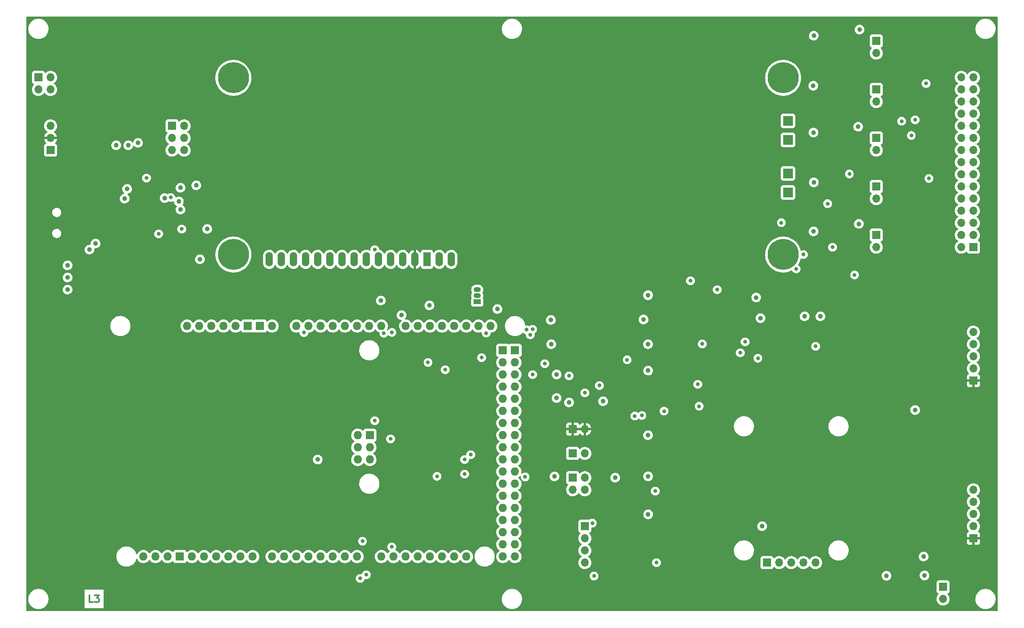
<source format=gbr>
%TF.GenerationSoftware,KiCad,Pcbnew,(6.0.10)*%
%TF.CreationDate,2023-01-27T16:31:28+01:00*%
%TF.ProjectId,MagicGame,4d616769-6347-4616-9d65-2e6b69636164,1.0*%
%TF.SameCoordinates,Original*%
%TF.FileFunction,Copper,L3,Inr*%
%TF.FilePolarity,Positive*%
%FSLAX46Y46*%
G04 Gerber Fmt 4.6, Leading zero omitted, Abs format (unit mm)*
G04 Created by KiCad (PCBNEW (6.0.10)) date 2023-01-27 16:31:28*
%MOMM*%
%LPD*%
G01*
G04 APERTURE LIST*
%ADD10C,0.300000*%
%TA.AperFunction,NonConductor*%
%ADD11C,0.300000*%
%TD*%
%TA.AperFunction,ComponentPad*%
%ADD12R,1.700000X1.700000*%
%TD*%
%TA.AperFunction,ComponentPad*%
%ADD13O,1.700000X1.700000*%
%TD*%
%TA.AperFunction,ComponentPad*%
%ADD14R,1.500000X1.050000*%
%TD*%
%TA.AperFunction,ComponentPad*%
%ADD15O,1.500000X1.050000*%
%TD*%
%TA.AperFunction,ComponentPad*%
%ADD16C,6.500000*%
%TD*%
%TA.AperFunction,ComponentPad*%
%ADD17R,1.500000X3.000000*%
%TD*%
%TA.AperFunction,ComponentPad*%
%ADD18O,1.500000X3.000000*%
%TD*%
%TA.AperFunction,ComponentPad*%
%ADD19R,2.000000X2.000000*%
%TD*%
%TA.AperFunction,ComponentPad*%
%ADD20O,1.727200X1.727200*%
%TD*%
%TA.AperFunction,ComponentPad*%
%ADD21R,1.727200X1.727200*%
%TD*%
%TA.AperFunction,ViaPad*%
%ADD22C,1.000000*%
%TD*%
%TA.AperFunction,ViaPad*%
%ADD23C,0.800000*%
%TD*%
G04 APERTURE END LIST*
D10*
D11*
X64766428Y-150538571D02*
X64052142Y-150538571D01*
X64052142Y-149038571D01*
X65123571Y-149038571D02*
X66052142Y-149038571D01*
X65552142Y-149610000D01*
X65766428Y-149610000D01*
X65909285Y-149681428D01*
X65980714Y-149752857D01*
X66052142Y-149895714D01*
X66052142Y-150252857D01*
X65980714Y-150395714D01*
X65909285Y-150467142D01*
X65766428Y-150538571D01*
X65337857Y-150538571D01*
X65195000Y-150467142D01*
X65123571Y-150395714D01*
D12*
%TO.N,GND*%
%TO.C,J2*%
X167640000Y-134620000D03*
D13*
%TO.N,I2C_SCL*%
X167640000Y-137160000D03*
%TO.N,I2C_SDA*%
X167640000Y-139700000D03*
%TO.N,Net-(J2-Pad4)*%
X167640000Y-142240000D03*
%TD*%
D12*
%TO.N,GND*%
%TO.C,J9*%
X242570000Y-147320000D03*
D13*
%TO.N,SW_START*%
X242570000Y-149860000D03*
%TD*%
D12*
%TO.N,GND*%
%TO.C,J11*%
X228600000Y-53340000D03*
D13*
%TO.N,SW_LIMIT_AZ_R*%
X228600000Y-55880000D03*
%TD*%
D12*
%TO.N,GND*%
%TO.C,J12*%
X228600000Y-63500000D03*
D13*
%TO.N,SW_LIMIT_EL_B*%
X228600000Y-66040000D03*
%TD*%
D14*
%TO.N,GND*%
%TO.C,Q1*%
X145140000Y-87630000D03*
D15*
%TO.N,Net-(C22-Pad2)*%
X145140000Y-86360000D03*
%TO.N,Net-(Q1-Pad3)*%
X145140000Y-85090000D03*
%TD*%
D12*
%TO.N,GND*%
%TO.C,J8*%
X228600000Y-33020000D03*
D13*
%TO.N,RESET*%
X228600000Y-35560000D03*
%TD*%
D12*
%TO.N,GND*%
%TO.C,J13*%
X228600000Y-73660000D03*
D13*
%TO.N,SW_LIMIT_EL_T*%
X228600000Y-76200000D03*
%TD*%
D12*
%TO.N,+5V*%
%TO.C,J16*%
X165100000Y-114300000D03*
D13*
X167640000Y-114300000D03*
%TD*%
D12*
%TO.N,GND*%
%TO.C,J14*%
X165100000Y-124460000D03*
D13*
X167640000Y-124460000D03*
X165100000Y-127000000D03*
X167640000Y-127000000D03*
%TD*%
D12*
%TO.N,GND*%
%TO.C,J7*%
X248920000Y-76200000D03*
D13*
%TO.N,Net-(J7-Pad2)*%
X246380000Y-76200000D03*
%TO.N,GND*%
X248920000Y-73660000D03*
%TO.N,Net-(J7-Pad4)*%
X246380000Y-73660000D03*
%TO.N,GND*%
X248920000Y-71120000D03*
%TO.N,Net-(J7-Pad6)*%
X246380000Y-71120000D03*
%TO.N,GND*%
X248920000Y-68580000D03*
%TO.N,Net-(J7-Pad8)*%
X246380000Y-68580000D03*
%TO.N,GND*%
X248920000Y-66040000D03*
%TO.N,Net-(J7-Pad10)*%
X246380000Y-66040000D03*
%TO.N,GND*%
X248920000Y-63500000D03*
%TO.N,Net-(J7-Pad12)*%
X246380000Y-63500000D03*
%TO.N,GND*%
X248920000Y-60960000D03*
%TO.N,Net-(J7-Pad14)*%
X246380000Y-60960000D03*
%TO.N,GND*%
X248920000Y-58420000D03*
%TO.N,Net-(J7-Pad16)*%
X246380000Y-58420000D03*
%TO.N,GND*%
X248920000Y-55880000D03*
%TO.N,Net-(J7-Pad18)*%
X246380000Y-55880000D03*
%TO.N,GND*%
X248920000Y-53340000D03*
%TO.N,Net-(J7-Pad20)*%
X246380000Y-53340000D03*
%TO.N,GND*%
X248920000Y-50800000D03*
%TO.N,Net-(J7-Pad22)*%
X246380000Y-50800000D03*
%TO.N,GND*%
X248920000Y-48260000D03*
%TO.N,Net-(J7-Pad24)*%
X246380000Y-48260000D03*
%TO.N,GND*%
X248920000Y-45720000D03*
%TO.N,Net-(J7-Pad26)*%
X246380000Y-45720000D03*
%TO.N,GND*%
X248920000Y-43180000D03*
%TO.N,Net-(J7-Pad28)*%
X246380000Y-43180000D03*
%TO.N,GND*%
X248920000Y-40640000D03*
%TO.N,Net-(J7-Pad30)*%
X246380000Y-40640000D03*
%TD*%
D12*
%TO.N,+5V*%
%TO.C,J4*%
X248920000Y-104140000D03*
D13*
%TO.N,Net-(J4-Pad2)*%
X248920000Y-101600000D03*
%TO.N,Net-(J4-Pad3)*%
X248920000Y-99060000D03*
%TO.N,Net-(J4-Pad4)*%
X248920000Y-96520000D03*
%TO.N,Net-(J4-Pad5)*%
X248920000Y-93980000D03*
%TD*%
D12*
%TO.N,+3.3V*%
%TO.C,J17*%
X165100000Y-119380000D03*
D13*
X167640000Y-119380000D03*
%TD*%
D12*
%TO.N,ICSP_MISO*%
%TO.C,J3*%
X81280000Y-50800000D03*
D13*
%TO.N,ICSP_5V*%
X83820000Y-50800000D03*
%TO.N,ICSP_SCK*%
X81280000Y-53340000D03*
%TO.N,ICSP_MOSI*%
X83820000Y-53340000D03*
%TO.N,ICSP_RST*%
X81280000Y-55880000D03*
%TO.N,ICSP_GND*%
X83820000Y-55880000D03*
%TD*%
D12*
%TO.N,GND*%
%TO.C,J15*%
X53340000Y-40640000D03*
D13*
X55880000Y-40640000D03*
X53340000Y-43180000D03*
X55880000Y-43180000D03*
%TD*%
D16*
%TO.N,*%
%TO.C,U4*%
X209120000Y-40740000D03*
X94120000Y-40740000D03*
X209120000Y-77740000D03*
X94120000Y-77740000D03*
D17*
%TO.N,GND*%
X134620000Y-78740000D03*
D18*
%TO.N,+5V*%
X132080000Y-78740000D03*
%TO.N,Net-(C21-Pad2)*%
X129540000Y-78740000D03*
%TO.N,LCD_RS*%
X127000000Y-78740000D03*
%TO.N,Net-(R64-Pad2)*%
X124460000Y-78740000D03*
%TO.N,LCD_EN*%
X121920000Y-78740000D03*
%TO.N,unconnected-(U4-Pad7)*%
X119380000Y-78740000D03*
%TO.N,unconnected-(U4-Pad8)*%
X116840000Y-78740000D03*
%TO.N,unconnected-(U4-Pad9)*%
X114300000Y-78740000D03*
%TO.N,unconnected-(U4-Pad10)*%
X111760000Y-78740000D03*
%TO.N,LCD_D4*%
X109220000Y-78740000D03*
%TO.N,LCD_D5*%
X106680000Y-78740000D03*
%TO.N,LCD_D6*%
X104140000Y-78740000D03*
%TO.N,LCD_D7*%
X101600000Y-78740000D03*
%TO.N,Net-(R65-Pad1)*%
X137160000Y-78740000D03*
%TO.N,Net-(Q1-Pad3)*%
X139700000Y-78740000D03*
D19*
%TO.N,unconnected-(U4-PadA1)*%
X210120000Y-64740000D03*
%TO.N,unconnected-(U4-PadA2)*%
X210120000Y-53740000D03*
%TO.N,unconnected-(U4-PadK1)*%
X210120000Y-60740000D03*
%TO.N,unconnected-(U4-PadK2)*%
X210120000Y-49740000D03*
%TD*%
D12*
%TO.N,/VBUS_filtered*%
%TO.C,JP1*%
X55880000Y-55880000D03*
D13*
%TO.N,+5V*%
X55880000Y-53340000D03*
%TO.N,5V_ARDUINO*%
X55880000Y-50800000D03*
%TD*%
D12*
%TO.N,+5V*%
%TO.C,J5*%
X248920000Y-137160000D03*
D13*
%TO.N,Net-(J5-Pad2)*%
X248920000Y-134620000D03*
%TO.N,Net-(J5-Pad3)*%
X248920000Y-132080000D03*
%TO.N,Net-(J5-Pad4)*%
X248920000Y-129540000D03*
%TO.N,Net-(J5-Pad5)*%
X248920000Y-127000000D03*
%TD*%
D12*
%TO.N,GND*%
%TO.C,J10*%
X228600000Y-43180000D03*
D13*
%TO.N,SW_LIMIT_AZ_L*%
X228600000Y-45720000D03*
%TD*%
D12*
%TO.N,Net-(J6-Pad1)*%
%TO.C,J6*%
X205740000Y-142240000D03*
D13*
%TO.N,Net-(J6-Pad2)*%
X208280000Y-142240000D03*
%TO.N,JOY_X*%
X210820000Y-142240000D03*
%TO.N,JOY_Y*%
X213360000Y-142240000D03*
%TO.N,JOY_SW*%
X215900000Y-142240000D03*
%TD*%
D20*
%TO.N,*%
%TO.C,XA1*%
X84450000Y-92710000D03*
%TO.N,+3.3V*%
X92070000Y-92710000D03*
%TO.N,5V_ARDUINO*%
X94610000Y-92710000D03*
%TO.N,ICSP_5V*%
X122677000Y-120650000D03*
%TO.N,5V_ARDUINO*%
X150490000Y-140970000D03*
X153030000Y-140970000D03*
%TO.N,/JOY_AZ*%
X107310000Y-92710000D03*
%TO.N,/JOY_EL*%
X109850000Y-92710000D03*
%TO.N,/JOY_START*%
X112390000Y-92710000D03*
%TO.N,unconnected-(XA1-PadA3)*%
X114930000Y-92710000D03*
%TO.N,unconnected-(XA1-PadA4)*%
X117470000Y-92710000D03*
%TO.N,unconnected-(XA1-PadA5)*%
X120010000Y-92710000D03*
%TO.N,unconnected-(XA1-PadA6)*%
X122550000Y-92710000D03*
%TO.N,unconnected-(XA1-PadA7)*%
X125090000Y-92710000D03*
%TO.N,unconnected-(XA1-PadA8)*%
X130170000Y-92710000D03*
%TO.N,unconnected-(XA1-PadA9)*%
X132710000Y-92710000D03*
%TO.N,unconnected-(XA1-PadA10)*%
X135250000Y-92710000D03*
%TO.N,unconnected-(XA1-PadA11)*%
X137790000Y-92710000D03*
%TO.N,unconnected-(XA1-PadA12)*%
X140330000Y-92710000D03*
%TO.N,unconnected-(XA1-PadA13)*%
X142870000Y-92710000D03*
%TO.N,LCD_CO*%
X145410000Y-92710000D03*
%TO.N,LCD_BL*%
X147950000Y-92710000D03*
%TO.N,unconnected-(XA1-PadAREF)*%
X80386000Y-140970000D03*
%TO.N,USB_UART_TX*%
X120010000Y-140970000D03*
%TO.N,USB_UART_RX*%
X117470000Y-140970000D03*
%TO.N,LED_PROGRESS1*%
X114930000Y-140970000D03*
%TO.N,LED_PROGRESS2*%
X112390000Y-140970000D03*
%TO.N,LED_PROGRESS3*%
X109850000Y-140970000D03*
%TO.N,LED_PROGRESS4*%
X107310000Y-140970000D03*
%TO.N,LED_PROGRESS5*%
X104770000Y-140970000D03*
%TO.N,unconnected-(XA1-PadD7)*%
X102230000Y-140970000D03*
%TO.N,unconnected-(XA1-PadD8)*%
X98166000Y-140970000D03*
%TO.N,unconnected-(XA1-PadD9)*%
X95626000Y-140970000D03*
%TO.N,unconnected-(XA1-PadD10)*%
X93086000Y-140970000D03*
%TO.N,unconnected-(XA1-PadD11)*%
X90546000Y-140970000D03*
%TO.N,unconnected-(XA1-PadD12)*%
X88006000Y-140970000D03*
%TO.N,unconnected-(XA1-PadD13)*%
X85466000Y-140970000D03*
%TO.N,unconnected-(XA1-PadD14)*%
X125090000Y-140970000D03*
%TO.N,unconnected-(XA1-PadD15)*%
X127630000Y-140970000D03*
%TO.N,unconnected-(XA1-PadD16)*%
X130170000Y-140970000D03*
%TO.N,unconnected-(XA1-PadD17)*%
X132710000Y-140970000D03*
%TO.N,unconnected-(XA1-PadD18)*%
X135250000Y-140970000D03*
%TO.N,unconnected-(XA1-PadD19)*%
X137790000Y-140970000D03*
%TO.N,I2C_SDA*%
X140330000Y-140970000D03*
%TO.N,I2C_SCL*%
X142870000Y-140970000D03*
%TO.N,SW_LIMIT_AZ_L*%
X150490000Y-138430000D03*
%TO.N,SW_LIMIT_AZ_R*%
X153030000Y-138430000D03*
%TO.N,SW_LIMIT_EL_B*%
X150490000Y-135890000D03*
%TO.N,SW_LIMIT_EL_T*%
X153030000Y-135890000D03*
%TO.N,SW_START*%
X150490000Y-133350000D03*
%TO.N,unconnected-(XA1-PadD27)*%
X153030000Y-133350000D03*
%TO.N,unconnected-(XA1-PadD28)*%
X150490000Y-130810000D03*
%TO.N,unconnected-(XA1-PadD29)*%
X153030000Y-130810000D03*
%TO.N,MOTOR1_A+*%
X150490000Y-128270000D03*
%TO.N,MOTOR1_B+*%
X153030000Y-128270000D03*
%TO.N,MOTOR1_A-*%
X150490000Y-125730000D03*
%TO.N,MOTOR1_B-*%
X153030000Y-125730000D03*
%TO.N,MOTOR2_A+*%
X150490000Y-123190000D03*
%TO.N,MOTOR2_B+*%
X153030000Y-123190000D03*
%TO.N,MOTOR2_A-*%
X150490000Y-120650000D03*
%TO.N,MOTOR2_B-*%
X153030000Y-120650000D03*
%TO.N,LED_AZ_LEFT*%
X150490000Y-118110000D03*
%TO.N,LED_AZ_CENTER*%
X153030000Y-118110000D03*
%TO.N,LED_AZ_RIGHT*%
X150490000Y-115570000D03*
%TO.N,unconnected-(XA1-PadD41)*%
X153030000Y-115570000D03*
%TO.N,LED_EL_BOTTOM*%
X150490000Y-113030000D03*
%TO.N,LED_EL_CENTER*%
X153030000Y-113030000D03*
%TO.N,LED_EL_TOP*%
X150490000Y-110490000D03*
%TO.N,unconnected-(XA1-PadD45)*%
X153030000Y-110490000D03*
%TO.N,LED_OK*%
X150490000Y-107950000D03*
%TO.N,LED_ERROR*%
X153030000Y-107950000D03*
%TO.N,LCD_RS*%
X150490000Y-105410000D03*
%TO.N,LCD_EN*%
X153030000Y-105410000D03*
%TO.N,LCD_D4*%
X150490000Y-102870000D03*
%TO.N,LCD_D5*%
X153030000Y-102870000D03*
%TO.N,LCD_D6*%
X150490000Y-100330000D03*
%TO.N,LCD_D7*%
X153030000Y-100330000D03*
D21*
%TO.N,GND*%
X82926000Y-140970000D03*
X97150000Y-92710000D03*
X99690000Y-92710000D03*
%TO.N,ICSP_GND*%
X122677000Y-115570000D03*
%TO.N,GND*%
X150490000Y-97790000D03*
X153030000Y-97790000D03*
D20*
%TO.N,unconnected-(XA1-PadIORF)*%
X86990000Y-92710000D03*
%TO.N,ICSP_MISO*%
X120137000Y-120650000D03*
%TO.N,ICSP_MOSI*%
X122677000Y-118110000D03*
%TO.N,RESET*%
X89530000Y-92710000D03*
%TO.N,ICSP_RST*%
X120137000Y-115570000D03*
%TO.N,ICSP_SCK*%
X120137000Y-118110000D03*
%TO.N,unconnected-(XA1-PadSCL)*%
X75306000Y-140970000D03*
%TO.N,unconnected-(XA1-PadSDA)*%
X77846000Y-140970000D03*
%TO.N,unconnected-(XA1-PadVIN)*%
X102230000Y-92710000D03*
%TD*%
D22*
%TO.N,GND*%
X179909000Y-91347500D03*
X135128000Y-88392000D03*
X59436000Y-85090000D03*
X79736000Y-65895000D03*
X71374000Y-66040000D03*
X74168000Y-54356000D03*
X180848000Y-115570000D03*
X69596000Y-54864000D03*
X204724000Y-134620000D03*
X164338000Y-108712000D03*
X215530000Y-62620100D03*
X215455000Y-52185000D03*
X149352000Y-89154000D03*
X88646000Y-72390000D03*
X238695000Y-144916000D03*
X82687600Y-66610900D03*
X87122000Y-78740000D03*
X129286000Y-90424000D03*
X230745000Y-144988000D03*
X72136000Y-54864000D03*
X71882000Y-64008000D03*
X180872000Y-86237000D03*
X59436000Y-82550000D03*
X160608000Y-96520000D03*
X160528000Y-91440000D03*
X225107000Y-30637600D03*
X215526000Y-31920300D03*
X180889000Y-132141000D03*
X64008000Y-76708000D03*
X180848000Y-96520000D03*
X86360000Y-63246000D03*
X236734000Y-110296000D03*
X215482000Y-72903200D03*
X204380000Y-91039300D03*
X171450000Y-108458000D03*
X173990000Y-124460000D03*
X124968000Y-87376000D03*
X224826000Y-50981300D03*
X59436000Y-80010000D03*
X83058000Y-63754000D03*
X65278000Y-75438000D03*
X215433000Y-42397300D03*
X224965000Y-71310000D03*
X161290000Y-124206000D03*
X213614000Y-90678000D03*
X180874000Y-124166000D03*
X161735000Y-107778500D03*
X180878000Y-102039000D03*
X216916000Y-90678000D03*
X83058000Y-68326000D03*
X161735000Y-102843000D03*
X238506000Y-140970000D03*
%TO.N,+5V*%
X240792000Y-110490000D03*
X243840000Y-113538000D03*
X240538000Y-77470000D03*
X209296000Y-134620000D03*
X85840400Y-73679700D03*
X161735000Y-140970000D03*
X238760000Y-80518000D03*
X77470000Y-56134000D03*
X72715200Y-81915200D03*
X248920000Y-113538000D03*
X214630000Y-40132000D03*
X167894000Y-91440000D03*
X139700000Y-88392000D03*
X248920000Y-80518000D03*
X215853000Y-69258500D03*
X74930000Y-67818000D03*
X74445400Y-74589600D03*
X243840000Y-80518000D03*
X238760000Y-113538000D03*
X77470000Y-58166000D03*
X215822000Y-49127500D03*
X240538000Y-140716000D03*
X215816000Y-59263300D03*
X170434000Y-112776000D03*
X85389400Y-83923500D03*
X233680000Y-113538000D03*
X229880000Y-148683000D03*
X133350000Y-88392000D03*
X214122000Y-79502000D03*
X233680000Y-80518000D03*
D23*
%TO.N,LED_OK*%
X176479000Y-99766400D03*
X195326000Y-85090000D03*
X156226000Y-94541300D03*
%TO.N,LED_ERROR*%
X167640000Y-106680000D03*
X189743000Y-83242500D03*
%TO.N,LED_AZ_LEFT*%
X203840000Y-99442700D03*
X156705000Y-93395300D03*
X224057000Y-82013200D03*
%TO.N,LED_AZ_CENTER*%
X211853000Y-80748400D03*
X192206000Y-96451800D03*
%TO.N,LED_AZ_RIGHT*%
X155448000Y-93472000D03*
X239632000Y-61803400D03*
X215914000Y-96959400D03*
%TO.N,LED_EL_BOTTOM*%
X143764000Y-119634000D03*
X219456000Y-76200000D03*
X169212000Y-133973000D03*
%TO.N,LED_EL_CENTER*%
X170688000Y-105156000D03*
X208737000Y-71067900D03*
%TO.N,LED_EL_TOP*%
X222978000Y-60862000D03*
X164338000Y-103124000D03*
X159258000Y-100584000D03*
%TO.N,LED_PROGRESS1*%
X127282000Y-94040400D03*
X121136000Y-137757000D03*
%TO.N,LED_PROGRESS2*%
X235934532Y-52800532D03*
X201168000Y-96012000D03*
%TO.N,LED_PROGRESS3*%
X200152000Y-98298000D03*
X236728000Y-49530000D03*
%TO.N,LED_PROGRESS4*%
X191262000Y-104902000D03*
X233916000Y-49821200D03*
X169564000Y-145034000D03*
%TO.N,LED_PROGRESS5*%
X239014000Y-41910000D03*
X191544000Y-109504000D03*
%TO.N,SW_LIMIT_AZ_L*%
X127000000Y-116332000D03*
X125589000Y-94218000D03*
%TO.N,SW_LIMIT_EL_B*%
X218424000Y-67079800D03*
%TO.N,SW_LIMIT_EL_T*%
X213360000Y-77724000D03*
D22*
%TO.N,5V_ARDUINO*%
X111748000Y-120662000D03*
D23*
%TO.N,Net-(R6-Pad1)*%
X78486000Y-73406000D03*
X75946000Y-61722000D03*
%TO.N,Net-(R7-Pad1)*%
X83312000Y-72390000D03*
X81026000Y-65786000D03*
%TO.N,MOTOR1_A+*%
X184220000Y-110529000D03*
%TO.N,MOTOR1_B+*%
X179570000Y-111433000D03*
%TO.N,MOTOR1_A-*%
X147002000Y-94175800D03*
%TO.N,MOTOR1_B-*%
X178083000Y-111532000D03*
%TO.N,MOTOR2_A+*%
X146050000Y-99314000D03*
%TO.N,MOTOR2_A-*%
X182372000Y-127254000D03*
X142489000Y-120650000D03*
%TO.N,MOTOR2_B-*%
X155145000Y-124309000D03*
%TO.N,LCD_D4*%
X138430000Y-101854000D03*
%TO.N,LCD_D5*%
X156718000Y-102870000D03*
%TO.N,LCD_D6*%
X134825000Y-100330000D03*
%TO.N,LCD_D7*%
X123698000Y-76708000D03*
D22*
%TO.N,+3.3V*%
X203488000Y-86722400D03*
D23*
%TO.N,SW_START*%
X136716000Y-124169000D03*
X121920000Y-144780000D03*
%TO.N,/JOY_AZ*%
X127254000Y-138938000D03*
X123698000Y-112522000D03*
X142494000Y-123698000D03*
%TO.N,/JOY_EL*%
X120650000Y-145542000D03*
%TO.N,/JOY_START*%
X182626000Y-142240000D03*
X108865000Y-94069900D03*
%TD*%
%TA.AperFunction,Conductor*%
%TO.N,+5V*%
G36*
X253942121Y-27960002D02*
G01*
X253988614Y-28013658D01*
X254000000Y-28066000D01*
X254000000Y-152274000D01*
X253979998Y-152342121D01*
X253926342Y-152388614D01*
X253874000Y-152400000D01*
X50926000Y-152400000D01*
X50857879Y-152379998D01*
X50811386Y-152326342D01*
X50800000Y-152274000D01*
X50800000Y-149992703D01*
X51230743Y-149992703D01*
X51268268Y-150277734D01*
X51344129Y-150555036D01*
X51345813Y-150558984D01*
X51426068Y-150747137D01*
X51456923Y-150819476D01*
X51604561Y-151066161D01*
X51784313Y-151290528D01*
X51992851Y-151488423D01*
X52226317Y-151656186D01*
X52230112Y-151658195D01*
X52230113Y-151658196D01*
X52251869Y-151669715D01*
X52480392Y-151790712D01*
X52750373Y-151889511D01*
X53031264Y-151950755D01*
X53059841Y-151953004D01*
X53254282Y-151968307D01*
X53254291Y-151968307D01*
X53256739Y-151968500D01*
X53412271Y-151968500D01*
X53414407Y-151968354D01*
X53414418Y-151968354D01*
X53622548Y-151954165D01*
X53622554Y-151954164D01*
X53626825Y-151953873D01*
X53631020Y-151953004D01*
X53631022Y-151953004D01*
X53767583Y-151924724D01*
X53908342Y-151895574D01*
X54175409Y-151801000D01*
X62991500Y-151801000D01*
X66951357Y-151801000D01*
X66951357Y-149992703D01*
X150290743Y-149992703D01*
X150328268Y-150277734D01*
X150404129Y-150555036D01*
X150405813Y-150558984D01*
X150486068Y-150747137D01*
X150516923Y-150819476D01*
X150664561Y-151066161D01*
X150844313Y-151290528D01*
X151052851Y-151488423D01*
X151286317Y-151656186D01*
X151290112Y-151658195D01*
X151290113Y-151658196D01*
X151311869Y-151669715D01*
X151540392Y-151790712D01*
X151810373Y-151889511D01*
X152091264Y-151950755D01*
X152119841Y-151953004D01*
X152314282Y-151968307D01*
X152314291Y-151968307D01*
X152316739Y-151968500D01*
X152472271Y-151968500D01*
X152474407Y-151968354D01*
X152474418Y-151968354D01*
X152682548Y-151954165D01*
X152682554Y-151954164D01*
X152686825Y-151953873D01*
X152691020Y-151953004D01*
X152691022Y-151953004D01*
X152827583Y-151924724D01*
X152968342Y-151895574D01*
X153239343Y-151799607D01*
X153494812Y-151667750D01*
X153498313Y-151665289D01*
X153498317Y-151665287D01*
X153612418Y-151585095D01*
X153730023Y-151502441D01*
X153940622Y-151306740D01*
X154122713Y-151084268D01*
X154272927Y-150839142D01*
X154276927Y-150830031D01*
X154386757Y-150579830D01*
X154388483Y-150575898D01*
X154393742Y-150557438D01*
X154466068Y-150303534D01*
X154467244Y-150299406D01*
X154507751Y-150014784D01*
X154507845Y-149996951D01*
X154508737Y-149826695D01*
X241207251Y-149826695D01*
X241207548Y-149831848D01*
X241207548Y-149831851D01*
X241213011Y-149926590D01*
X241220110Y-150049715D01*
X241221247Y-150054761D01*
X241221248Y-150054767D01*
X241241119Y-150142939D01*
X241269222Y-150267639D01*
X241353266Y-150474616D01*
X241469987Y-150665088D01*
X241616250Y-150833938D01*
X241788126Y-150976632D01*
X241981000Y-151089338D01*
X242189692Y-151169030D01*
X242194760Y-151170061D01*
X242194763Y-151170062D01*
X242302017Y-151191883D01*
X242408597Y-151213567D01*
X242413772Y-151213757D01*
X242413774Y-151213757D01*
X242626673Y-151221564D01*
X242626677Y-151221564D01*
X242631837Y-151221753D01*
X242636957Y-151221097D01*
X242636959Y-151221097D01*
X242848288Y-151194025D01*
X242848289Y-151194025D01*
X242853416Y-151193368D01*
X242858366Y-151191883D01*
X243062429Y-151130661D01*
X243062434Y-151130659D01*
X243067384Y-151129174D01*
X243267994Y-151030896D01*
X243449860Y-150901173D01*
X243608096Y-150743489D01*
X243667594Y-150660689D01*
X243735435Y-150566277D01*
X243738453Y-150562077D01*
X243743979Y-150550897D01*
X243835136Y-150366453D01*
X243835137Y-150366451D01*
X243837430Y-150361811D01*
X243902370Y-150148069D01*
X243922825Y-149992703D01*
X249350743Y-149992703D01*
X249388268Y-150277734D01*
X249464129Y-150555036D01*
X249465813Y-150558984D01*
X249546068Y-150747137D01*
X249576923Y-150819476D01*
X249724561Y-151066161D01*
X249904313Y-151290528D01*
X250112851Y-151488423D01*
X250346317Y-151656186D01*
X250350112Y-151658195D01*
X250350113Y-151658196D01*
X250371869Y-151669715D01*
X250600392Y-151790712D01*
X250870373Y-151889511D01*
X251151264Y-151950755D01*
X251179841Y-151953004D01*
X251374282Y-151968307D01*
X251374291Y-151968307D01*
X251376739Y-151968500D01*
X251532271Y-151968500D01*
X251534407Y-151968354D01*
X251534418Y-151968354D01*
X251742548Y-151954165D01*
X251742554Y-151954164D01*
X251746825Y-151953873D01*
X251751020Y-151953004D01*
X251751022Y-151953004D01*
X251887583Y-151924724D01*
X252028342Y-151895574D01*
X252299343Y-151799607D01*
X252554812Y-151667750D01*
X252558313Y-151665289D01*
X252558317Y-151665287D01*
X252672418Y-151585095D01*
X252790023Y-151502441D01*
X253000622Y-151306740D01*
X253182713Y-151084268D01*
X253332927Y-150839142D01*
X253336927Y-150830031D01*
X253446757Y-150579830D01*
X253448483Y-150575898D01*
X253453742Y-150557438D01*
X253526068Y-150303534D01*
X253527244Y-150299406D01*
X253567751Y-150014784D01*
X253567845Y-149996951D01*
X253569235Y-149731583D01*
X253569235Y-149731576D01*
X253569257Y-149727297D01*
X253531732Y-149442266D01*
X253455871Y-149164964D01*
X253388242Y-149006411D01*
X253344763Y-148904476D01*
X253344761Y-148904472D01*
X253343077Y-148900524D01*
X253242303Y-148732143D01*
X253197643Y-148657521D01*
X253197640Y-148657517D01*
X253195439Y-148653839D01*
X253015687Y-148429472D01*
X252807149Y-148231577D01*
X252573683Y-148063814D01*
X252551843Y-148052250D01*
X252528654Y-148039972D01*
X252319608Y-147929288D01*
X252049627Y-147830489D01*
X251768736Y-147769245D01*
X251737685Y-147766801D01*
X251545718Y-147751693D01*
X251545709Y-147751693D01*
X251543261Y-147751500D01*
X251387729Y-147751500D01*
X251385593Y-147751646D01*
X251385582Y-147751646D01*
X251177452Y-147765835D01*
X251177446Y-147765836D01*
X251173175Y-147766127D01*
X251168980Y-147766996D01*
X251168978Y-147766996D01*
X251032416Y-147795277D01*
X250891658Y-147824426D01*
X250620657Y-147920393D01*
X250365188Y-148052250D01*
X250361687Y-148054711D01*
X250361683Y-148054713D01*
X250351594Y-148061804D01*
X250129977Y-148217559D01*
X250114892Y-148231577D01*
X249924719Y-148408297D01*
X249919378Y-148413260D01*
X249737287Y-148635732D01*
X249587073Y-148880858D01*
X249585347Y-148884791D01*
X249585346Y-148884792D01*
X249522361Y-149028277D01*
X249471517Y-149144102D01*
X249392756Y-149420594D01*
X249352249Y-149705216D01*
X249352227Y-149709505D01*
X249352226Y-149709512D01*
X249350765Y-149988417D01*
X249350743Y-149992703D01*
X243922825Y-149992703D01*
X243931529Y-149926590D01*
X243933156Y-149860000D01*
X243914852Y-149637361D01*
X243860431Y-149420702D01*
X243771354Y-149215840D01*
X243650014Y-149028277D01*
X243646532Y-149024450D01*
X243502798Y-148866488D01*
X243471746Y-148802642D01*
X243480141Y-148732143D01*
X243525317Y-148677375D01*
X243551761Y-148663706D01*
X243658297Y-148623767D01*
X243666705Y-148620615D01*
X243783261Y-148533261D01*
X243870615Y-148416705D01*
X243921745Y-148280316D01*
X243928500Y-148218134D01*
X243928500Y-146421866D01*
X243921745Y-146359684D01*
X243870615Y-146223295D01*
X243783261Y-146106739D01*
X243666705Y-146019385D01*
X243530316Y-145968255D01*
X243468134Y-145961500D01*
X241671866Y-145961500D01*
X241609684Y-145968255D01*
X241473295Y-146019385D01*
X241356739Y-146106739D01*
X241269385Y-146223295D01*
X241218255Y-146359684D01*
X241211500Y-146421866D01*
X241211500Y-148218134D01*
X241218255Y-148280316D01*
X241269385Y-148416705D01*
X241356739Y-148533261D01*
X241473295Y-148620615D01*
X241481704Y-148623767D01*
X241481705Y-148623768D01*
X241590451Y-148664535D01*
X241647216Y-148707176D01*
X241671916Y-148773738D01*
X241656709Y-148843087D01*
X241637316Y-148869568D01*
X241510629Y-149002138D01*
X241384743Y-149186680D01*
X241290688Y-149389305D01*
X241230989Y-149604570D01*
X241207251Y-149826695D01*
X154508737Y-149826695D01*
X154509235Y-149731583D01*
X154509235Y-149731576D01*
X154509257Y-149727297D01*
X154471732Y-149442266D01*
X154395871Y-149164964D01*
X154328242Y-149006411D01*
X154284763Y-148904476D01*
X154284761Y-148904472D01*
X154283077Y-148900524D01*
X154182303Y-148732143D01*
X154137643Y-148657521D01*
X154137640Y-148657517D01*
X154135439Y-148653839D01*
X153955687Y-148429472D01*
X153747149Y-148231577D01*
X153513683Y-148063814D01*
X153491843Y-148052250D01*
X153468654Y-148039972D01*
X153259608Y-147929288D01*
X152989627Y-147830489D01*
X152708736Y-147769245D01*
X152677685Y-147766801D01*
X152485718Y-147751693D01*
X152485709Y-147751693D01*
X152483261Y-147751500D01*
X152327729Y-147751500D01*
X152325593Y-147751646D01*
X152325582Y-147751646D01*
X152117452Y-147765835D01*
X152117446Y-147765836D01*
X152113175Y-147766127D01*
X152108980Y-147766996D01*
X152108978Y-147766996D01*
X151972416Y-147795277D01*
X151831658Y-147824426D01*
X151560657Y-147920393D01*
X151305188Y-148052250D01*
X151301687Y-148054711D01*
X151301683Y-148054713D01*
X151291594Y-148061804D01*
X151069977Y-148217559D01*
X151054892Y-148231577D01*
X150864719Y-148408297D01*
X150859378Y-148413260D01*
X150677287Y-148635732D01*
X150527073Y-148880858D01*
X150525347Y-148884791D01*
X150525346Y-148884792D01*
X150462361Y-149028277D01*
X150411517Y-149144102D01*
X150332756Y-149420594D01*
X150292249Y-149705216D01*
X150292227Y-149709505D01*
X150292226Y-149709512D01*
X150290765Y-149988417D01*
X150290743Y-149992703D01*
X66951357Y-149992703D01*
X66951357Y-147919000D01*
X62991500Y-147919000D01*
X62991500Y-151801000D01*
X54175409Y-151801000D01*
X54179343Y-151799607D01*
X54434812Y-151667750D01*
X54438313Y-151665289D01*
X54438317Y-151665287D01*
X54552418Y-151585095D01*
X54670023Y-151502441D01*
X54880622Y-151306740D01*
X55062713Y-151084268D01*
X55212927Y-150839142D01*
X55216927Y-150830031D01*
X55326757Y-150579830D01*
X55328483Y-150575898D01*
X55333742Y-150557438D01*
X55406068Y-150303534D01*
X55407244Y-150299406D01*
X55447751Y-150014784D01*
X55447845Y-149996951D01*
X55449235Y-149731583D01*
X55449235Y-149731576D01*
X55449257Y-149727297D01*
X55411732Y-149442266D01*
X55335871Y-149164964D01*
X55268242Y-149006411D01*
X55224763Y-148904476D01*
X55224761Y-148904472D01*
X55223077Y-148900524D01*
X55122303Y-148732143D01*
X55077643Y-148657521D01*
X55077640Y-148657517D01*
X55075439Y-148653839D01*
X54895687Y-148429472D01*
X54687149Y-148231577D01*
X54453683Y-148063814D01*
X54431843Y-148052250D01*
X54408654Y-148039972D01*
X54199608Y-147929288D01*
X53929627Y-147830489D01*
X53648736Y-147769245D01*
X53617685Y-147766801D01*
X53425718Y-147751693D01*
X53425709Y-147751693D01*
X53423261Y-147751500D01*
X53267729Y-147751500D01*
X53265593Y-147751646D01*
X53265582Y-147751646D01*
X53057452Y-147765835D01*
X53057446Y-147765836D01*
X53053175Y-147766127D01*
X53048980Y-147766996D01*
X53048978Y-147766996D01*
X52912416Y-147795277D01*
X52771658Y-147824426D01*
X52500657Y-147920393D01*
X52245188Y-148052250D01*
X52241687Y-148054711D01*
X52241683Y-148054713D01*
X52231594Y-148061804D01*
X52009977Y-148217559D01*
X51994892Y-148231577D01*
X51804719Y-148408297D01*
X51799378Y-148413260D01*
X51617287Y-148635732D01*
X51467073Y-148880858D01*
X51465347Y-148884791D01*
X51465346Y-148884792D01*
X51402361Y-149028277D01*
X51351517Y-149144102D01*
X51272756Y-149420594D01*
X51232249Y-149705216D01*
X51232227Y-149709505D01*
X51232226Y-149709512D01*
X51230765Y-149988417D01*
X51230743Y-149992703D01*
X50800000Y-149992703D01*
X50800000Y-145542000D01*
X119736496Y-145542000D01*
X119737186Y-145548565D01*
X119754863Y-145716749D01*
X119756458Y-145731928D01*
X119815473Y-145913556D01*
X119818776Y-145919278D01*
X119818777Y-145919279D01*
X119843367Y-145961869D01*
X119910960Y-146078944D01*
X119915378Y-146083851D01*
X119915379Y-146083852D01*
X120034325Y-146215955D01*
X120038747Y-146220866D01*
X120193248Y-146333118D01*
X120199276Y-146335802D01*
X120199278Y-146335803D01*
X120270561Y-146367540D01*
X120367712Y-146410794D01*
X120461113Y-146430647D01*
X120548056Y-146449128D01*
X120548061Y-146449128D01*
X120554513Y-146450500D01*
X120745487Y-146450500D01*
X120751939Y-146449128D01*
X120751944Y-146449128D01*
X120838887Y-146430647D01*
X120932288Y-146410794D01*
X121029439Y-146367540D01*
X121100722Y-146335803D01*
X121100724Y-146335802D01*
X121106752Y-146333118D01*
X121261253Y-146220866D01*
X121265675Y-146215955D01*
X121384621Y-146083852D01*
X121384622Y-146083851D01*
X121389040Y-146078944D01*
X121456633Y-145961869D01*
X121481223Y-145919279D01*
X121481224Y-145919278D01*
X121484527Y-145913556D01*
X121539834Y-145743340D01*
X121579908Y-145684734D01*
X121645304Y-145657097D01*
X121685864Y-145659029D01*
X121818056Y-145687128D01*
X121818061Y-145687128D01*
X121824513Y-145688500D01*
X122015487Y-145688500D01*
X122021939Y-145687128D01*
X122021944Y-145687128D01*
X122108887Y-145668647D01*
X122202288Y-145648794D01*
X122210367Y-145645197D01*
X122370722Y-145573803D01*
X122370724Y-145573802D01*
X122376752Y-145571118D01*
X122407794Y-145548565D01*
X122432157Y-145530864D01*
X122531253Y-145458866D01*
X122535675Y-145453955D01*
X122654621Y-145321852D01*
X122654622Y-145321851D01*
X122659040Y-145316944D01*
X122754527Y-145151556D01*
X122792724Y-145034000D01*
X168650496Y-145034000D01*
X168651186Y-145040565D01*
X168661048Y-145134393D01*
X168670458Y-145223928D01*
X168729473Y-145405556D01*
X168824960Y-145570944D01*
X168829378Y-145575851D01*
X168829379Y-145575852D01*
X168892639Y-145646109D01*
X168952747Y-145712866D01*
X169107248Y-145825118D01*
X169113276Y-145827802D01*
X169113278Y-145827803D01*
X169191113Y-145862457D01*
X169281712Y-145902794D01*
X169375112Y-145922647D01*
X169462056Y-145941128D01*
X169462061Y-145941128D01*
X169468513Y-145942500D01*
X169659487Y-145942500D01*
X169665939Y-145941128D01*
X169665944Y-145941128D01*
X169752888Y-145922647D01*
X169846288Y-145902794D01*
X169936887Y-145862457D01*
X170014722Y-145827803D01*
X170014724Y-145827802D01*
X170020752Y-145825118D01*
X170175253Y-145712866D01*
X170235361Y-145646109D01*
X170298621Y-145575852D01*
X170298622Y-145575851D01*
X170303040Y-145570944D01*
X170398527Y-145405556D01*
X170457542Y-145223928D01*
X170466953Y-145134393D01*
X170476814Y-145040565D01*
X170477504Y-145034000D01*
X170471182Y-144973851D01*
X229731719Y-144973851D01*
X229732235Y-144979995D01*
X229745714Y-145140513D01*
X229748268Y-145170934D01*
X229749967Y-145176858D01*
X229800209Y-145352072D01*
X229802783Y-145361050D01*
X229805602Y-145366535D01*
X229874269Y-145500145D01*
X229893187Y-145536956D01*
X230016035Y-145691953D01*
X230020728Y-145695947D01*
X230020729Y-145695948D01*
X230109650Y-145771625D01*
X230166650Y-145820136D01*
X230339294Y-145916624D01*
X230527392Y-145977740D01*
X230723777Y-146001158D01*
X230729912Y-146000686D01*
X230729914Y-146000686D01*
X230914830Y-145986457D01*
X230914834Y-145986456D01*
X230920972Y-145985984D01*
X231111463Y-145932798D01*
X231116967Y-145930018D01*
X231116969Y-145930017D01*
X231282495Y-145846404D01*
X231282497Y-145846403D01*
X231287996Y-145843625D01*
X231443847Y-145721861D01*
X231573078Y-145572145D01*
X231670769Y-145400179D01*
X231733197Y-145212513D01*
X231757985Y-145016295D01*
X231758380Y-144988000D01*
X231749933Y-144901851D01*
X237681719Y-144901851D01*
X237682235Y-144907995D01*
X237692816Y-145034000D01*
X237698268Y-145098934D01*
X237699967Y-145104858D01*
X237735910Y-145230206D01*
X237752783Y-145289050D01*
X237755602Y-145294535D01*
X237815601Y-145411279D01*
X237843187Y-145464956D01*
X237966035Y-145619953D01*
X237970728Y-145623947D01*
X237970729Y-145623948D01*
X238111015Y-145743340D01*
X238116650Y-145748136D01*
X238289294Y-145844624D01*
X238477392Y-145905740D01*
X238673777Y-145929158D01*
X238679912Y-145928686D01*
X238679914Y-145928686D01*
X238864830Y-145914457D01*
X238864834Y-145914456D01*
X238870972Y-145913984D01*
X239061463Y-145860798D01*
X239066967Y-145858018D01*
X239066969Y-145858017D01*
X239232495Y-145774404D01*
X239232497Y-145774403D01*
X239237996Y-145771625D01*
X239369146Y-145669160D01*
X239388991Y-145653655D01*
X239393847Y-145649861D01*
X239523078Y-145500145D01*
X239620769Y-145328179D01*
X239683197Y-145140513D01*
X239707985Y-144944295D01*
X239708380Y-144916000D01*
X239689080Y-144719167D01*
X239631916Y-144529831D01*
X239539066Y-144355204D01*
X239452264Y-144248774D01*
X239417960Y-144206713D01*
X239417957Y-144206710D01*
X239414065Y-144201938D01*
X239407724Y-144196692D01*
X239266425Y-144079799D01*
X239266421Y-144079797D01*
X239261675Y-144075870D01*
X239087701Y-143981802D01*
X238898768Y-143923318D01*
X238892643Y-143922674D01*
X238892642Y-143922674D01*
X238708204Y-143903289D01*
X238708202Y-143903289D01*
X238702075Y-143902645D01*
X238623081Y-143909834D01*
X238511251Y-143920011D01*
X238511248Y-143920012D01*
X238505112Y-143920570D01*
X238499206Y-143922308D01*
X238499202Y-143922309D01*
X238394076Y-143953249D01*
X238315381Y-143976410D01*
X238309923Y-143979263D01*
X238309919Y-143979265D01*
X238275728Y-143997140D01*
X238140110Y-144068040D01*
X237985975Y-144191968D01*
X237858846Y-144343474D01*
X237855879Y-144348872D01*
X237855875Y-144348877D01*
X237815441Y-144422428D01*
X237763567Y-144516787D01*
X237761706Y-144522654D01*
X237761705Y-144522656D01*
X237716582Y-144664903D01*
X237703765Y-144705306D01*
X237681719Y-144901851D01*
X231749933Y-144901851D01*
X231739080Y-144791167D01*
X231735709Y-144780000D01*
X231702114Y-144668729D01*
X231681916Y-144601831D01*
X231589066Y-144427204D01*
X231516922Y-144338747D01*
X231467960Y-144278713D01*
X231467957Y-144278710D01*
X231464065Y-144273938D01*
X231457724Y-144268692D01*
X231316425Y-144151799D01*
X231316421Y-144151797D01*
X231311675Y-144147870D01*
X231137701Y-144053802D01*
X230948768Y-143995318D01*
X230942643Y-143994674D01*
X230942642Y-143994674D01*
X230758204Y-143975289D01*
X230758202Y-143975289D01*
X230752075Y-143974645D01*
X230673433Y-143981802D01*
X230561251Y-143992011D01*
X230561248Y-143992012D01*
X230555112Y-143992570D01*
X230549206Y-143994308D01*
X230549202Y-143994309D01*
X230444076Y-144025249D01*
X230365381Y-144048410D01*
X230359923Y-144051263D01*
X230359919Y-144051265D01*
X230271957Y-144097251D01*
X230190110Y-144140040D01*
X230035975Y-144263968D01*
X229908846Y-144415474D01*
X229905879Y-144420872D01*
X229905875Y-144420877D01*
X229827095Y-144564180D01*
X229813567Y-144588787D01*
X229811706Y-144594654D01*
X229811705Y-144594656D01*
X229785936Y-144675891D01*
X229753765Y-144777306D01*
X229731719Y-144973851D01*
X170471182Y-144973851D01*
X170465102Y-144916000D01*
X170458232Y-144850635D01*
X170458232Y-144850633D01*
X170457542Y-144844072D01*
X170398527Y-144662444D01*
X170383991Y-144637266D01*
X170360392Y-144596392D01*
X170303040Y-144497056D01*
X170223254Y-144408444D01*
X170179675Y-144360045D01*
X170179674Y-144360044D01*
X170175253Y-144355134D01*
X170020752Y-144242882D01*
X170014724Y-144240198D01*
X170014722Y-144240197D01*
X169852319Y-144167891D01*
X169852318Y-144167891D01*
X169846288Y-144165206D01*
X169746066Y-144143903D01*
X169665944Y-144126872D01*
X169665939Y-144126872D01*
X169659487Y-144125500D01*
X169468513Y-144125500D01*
X169462061Y-144126872D01*
X169462056Y-144126872D01*
X169381934Y-144143903D01*
X169281712Y-144165206D01*
X169275682Y-144167891D01*
X169275681Y-144167891D01*
X169113278Y-144240197D01*
X169113276Y-144240198D01*
X169107248Y-144242882D01*
X168952747Y-144355134D01*
X168948326Y-144360044D01*
X168948325Y-144360045D01*
X168904747Y-144408444D01*
X168824960Y-144497056D01*
X168767608Y-144596392D01*
X168744010Y-144637266D01*
X168729473Y-144662444D01*
X168670458Y-144844072D01*
X168669768Y-144850633D01*
X168669768Y-144850635D01*
X168662898Y-144916000D01*
X168650496Y-145034000D01*
X122792724Y-145034000D01*
X122813542Y-144969928D01*
X122816607Y-144940771D01*
X122832814Y-144786565D01*
X122833504Y-144780000D01*
X122826099Y-144709542D01*
X122814232Y-144596635D01*
X122814232Y-144596633D01*
X122813542Y-144590072D01*
X122754527Y-144408444D01*
X122659040Y-144243056D01*
X122531253Y-144101134D01*
X122388118Y-143997140D01*
X122382094Y-143992763D01*
X122382093Y-143992762D01*
X122376752Y-143988882D01*
X122370724Y-143986198D01*
X122370722Y-143986197D01*
X122208319Y-143913891D01*
X122208318Y-143913891D01*
X122202288Y-143911206D01*
X122108888Y-143891353D01*
X122021944Y-143872872D01*
X122021939Y-143872872D01*
X122015487Y-143871500D01*
X121824513Y-143871500D01*
X121818061Y-143872872D01*
X121818056Y-143872872D01*
X121731112Y-143891353D01*
X121637712Y-143911206D01*
X121631682Y-143913891D01*
X121631681Y-143913891D01*
X121469278Y-143986197D01*
X121469276Y-143986198D01*
X121463248Y-143988882D01*
X121457907Y-143992762D01*
X121457906Y-143992763D01*
X121451882Y-143997140D01*
X121308747Y-144101134D01*
X121180960Y-144243056D01*
X121085473Y-144408444D01*
X121077610Y-144432645D01*
X121030166Y-144578660D01*
X120990092Y-144637266D01*
X120924696Y-144664903D01*
X120884136Y-144662971D01*
X120751944Y-144634872D01*
X120751939Y-144634872D01*
X120745487Y-144633500D01*
X120554513Y-144633500D01*
X120548061Y-144634872D01*
X120548056Y-144634872D01*
X120461113Y-144653353D01*
X120367712Y-144673206D01*
X120361682Y-144675891D01*
X120361681Y-144675891D01*
X120199278Y-144748197D01*
X120199276Y-144748198D01*
X120193248Y-144750882D01*
X120187907Y-144754762D01*
X120187906Y-144754763D01*
X120156879Y-144777306D01*
X120038747Y-144863134D01*
X120034326Y-144868044D01*
X120034325Y-144868045D01*
X119936937Y-144976206D01*
X119910960Y-145005056D01*
X119815473Y-145170444D01*
X119756458Y-145352072D01*
X119755768Y-145358633D01*
X119755768Y-145358635D01*
X119740895Y-145500145D01*
X119736496Y-145542000D01*
X50800000Y-145542000D01*
X50800000Y-141102703D01*
X69640743Y-141102703D01*
X69641302Y-141106947D01*
X69641302Y-141106951D01*
X69646925Y-141149661D01*
X69678268Y-141387734D01*
X69754129Y-141665036D01*
X69755813Y-141668984D01*
X69854576Y-141900528D01*
X69866923Y-141929476D01*
X69898615Y-141982429D01*
X70001835Y-142154897D01*
X70014561Y-142176161D01*
X70194313Y-142400528D01*
X70402851Y-142598423D01*
X70636317Y-142766186D01*
X70640112Y-142768195D01*
X70640113Y-142768196D01*
X70661869Y-142779715D01*
X70890392Y-142900712D01*
X71160373Y-142999511D01*
X71441264Y-143060755D01*
X71469841Y-143063004D01*
X71664282Y-143078307D01*
X71664291Y-143078307D01*
X71666739Y-143078500D01*
X71822271Y-143078500D01*
X71824407Y-143078354D01*
X71824418Y-143078354D01*
X72032548Y-143064165D01*
X72032554Y-143064164D01*
X72036825Y-143063873D01*
X72041020Y-143063004D01*
X72041022Y-143063004D01*
X72194994Y-143031118D01*
X72318342Y-143005574D01*
X72589343Y-142909607D01*
X72705161Y-142849829D01*
X72841005Y-142779715D01*
X72841006Y-142779715D01*
X72844812Y-142777750D01*
X72848313Y-142775289D01*
X72848317Y-142775287D01*
X72962417Y-142695096D01*
X73080023Y-142612441D01*
X73170818Y-142528069D01*
X73287479Y-142419661D01*
X73287481Y-142419658D01*
X73290622Y-142416740D01*
X73472713Y-142194268D01*
X73622927Y-141949142D01*
X73661034Y-141862333D01*
X73736757Y-141689830D01*
X73738483Y-141685898D01*
X73741886Y-141673953D01*
X73793762Y-141491841D01*
X73831661Y-141431806D01*
X73896001Y-141401792D01*
X73966354Y-141411327D01*
X74020384Y-141457384D01*
X74031682Y-141478951D01*
X74045701Y-141513477D01*
X74074590Y-141584621D01*
X74077086Y-141590769D01*
X74100331Y-141628701D01*
X74189552Y-141774297D01*
X74194975Y-141783147D01*
X74342702Y-141953687D01*
X74516299Y-142097810D01*
X74520751Y-142100412D01*
X74520756Y-142100415D01*
X74656107Y-142179508D01*
X74711103Y-142211645D01*
X74921884Y-142292134D01*
X74926952Y-142293165D01*
X74926955Y-142293166D01*
X75009245Y-142309908D01*
X75142981Y-142337117D01*
X75148156Y-142337307D01*
X75148158Y-142337307D01*
X75363292Y-142345196D01*
X75363296Y-142345196D01*
X75368456Y-142345385D01*
X75373576Y-142344729D01*
X75373578Y-142344729D01*
X75468485Y-142332571D01*
X75592253Y-142316716D01*
X75597202Y-142315231D01*
X75597208Y-142315230D01*
X75803413Y-142253365D01*
X75803412Y-142253365D01*
X75808363Y-142251880D01*
X75925964Y-142194268D01*
X76006331Y-142154897D01*
X76006336Y-142154894D01*
X76010982Y-142152618D01*
X76015192Y-142149615D01*
X76015197Y-142149612D01*
X76190455Y-142024601D01*
X76190459Y-142024597D01*
X76194667Y-142021596D01*
X76354487Y-141862333D01*
X76475370Y-141694107D01*
X76531364Y-141650459D01*
X76602068Y-141644013D01*
X76665032Y-141676816D01*
X76685125Y-141701799D01*
X76732275Y-141778743D01*
X76732279Y-141778748D01*
X76734975Y-141783147D01*
X76882702Y-141953687D01*
X77056299Y-142097810D01*
X77060751Y-142100412D01*
X77060756Y-142100415D01*
X77196107Y-142179508D01*
X77251103Y-142211645D01*
X77461884Y-142292134D01*
X77466952Y-142293165D01*
X77466955Y-142293166D01*
X77549245Y-142309908D01*
X77682981Y-142337117D01*
X77688156Y-142337307D01*
X77688158Y-142337307D01*
X77903292Y-142345196D01*
X77903296Y-142345196D01*
X77908456Y-142345385D01*
X77913576Y-142344729D01*
X77913578Y-142344729D01*
X78008485Y-142332571D01*
X78132253Y-142316716D01*
X78137202Y-142315231D01*
X78137208Y-142315230D01*
X78343413Y-142253365D01*
X78343412Y-142253365D01*
X78348363Y-142251880D01*
X78465964Y-142194268D01*
X78546331Y-142154897D01*
X78546336Y-142154894D01*
X78550982Y-142152618D01*
X78555192Y-142149615D01*
X78555197Y-142149612D01*
X78730455Y-142024601D01*
X78730459Y-142024597D01*
X78734667Y-142021596D01*
X78894487Y-141862333D01*
X79015370Y-141694107D01*
X79071364Y-141650459D01*
X79142068Y-141644013D01*
X79205032Y-141676816D01*
X79225125Y-141701799D01*
X79272275Y-141778743D01*
X79272279Y-141778748D01*
X79274975Y-141783147D01*
X79422702Y-141953687D01*
X79596299Y-142097810D01*
X79600751Y-142100412D01*
X79600756Y-142100415D01*
X79736107Y-142179508D01*
X79791103Y-142211645D01*
X80001884Y-142292134D01*
X80006952Y-142293165D01*
X80006955Y-142293166D01*
X80089245Y-142309908D01*
X80222981Y-142337117D01*
X80228156Y-142337307D01*
X80228158Y-142337307D01*
X80443292Y-142345196D01*
X80443296Y-142345196D01*
X80448456Y-142345385D01*
X80453576Y-142344729D01*
X80453578Y-142344729D01*
X80548485Y-142332571D01*
X80672253Y-142316716D01*
X80677202Y-142315231D01*
X80677208Y-142315230D01*
X80883413Y-142253365D01*
X80883412Y-142253365D01*
X80888363Y-142251880D01*
X81005964Y-142194268D01*
X81086331Y-142154897D01*
X81086336Y-142154894D01*
X81090982Y-142152618D01*
X81095192Y-142149615D01*
X81095197Y-142149612D01*
X81270455Y-142024601D01*
X81270459Y-142024597D01*
X81274667Y-142021596D01*
X81283954Y-142012342D01*
X81327992Y-141968457D01*
X81365718Y-141930863D01*
X81428089Y-141896947D01*
X81498895Y-141902135D01*
X81555657Y-141944781D01*
X81572639Y-141975884D01*
X81606075Y-142065074D01*
X81611785Y-142080305D01*
X81699139Y-142196861D01*
X81815695Y-142284215D01*
X81952084Y-142335345D01*
X82014266Y-142342100D01*
X83837734Y-142342100D01*
X83899916Y-142335345D01*
X84036305Y-142284215D01*
X84152861Y-142196861D01*
X84240215Y-142080305D01*
X84249089Y-142056635D01*
X84278213Y-141978946D01*
X84320854Y-141922181D01*
X84387416Y-141897481D01*
X84456765Y-141912688D01*
X84491431Y-141940676D01*
X84502702Y-141953687D01*
X84676299Y-142097810D01*
X84680751Y-142100412D01*
X84680756Y-142100415D01*
X84816107Y-142179508D01*
X84871103Y-142211645D01*
X85081884Y-142292134D01*
X85086952Y-142293165D01*
X85086955Y-142293166D01*
X85169245Y-142309908D01*
X85302981Y-142337117D01*
X85308156Y-142337307D01*
X85308158Y-142337307D01*
X85523292Y-142345196D01*
X85523296Y-142345196D01*
X85528456Y-142345385D01*
X85533576Y-142344729D01*
X85533578Y-142344729D01*
X85628485Y-142332571D01*
X85752253Y-142316716D01*
X85757202Y-142315231D01*
X85757208Y-142315230D01*
X85963413Y-142253365D01*
X85963412Y-142253365D01*
X85968363Y-142251880D01*
X86085964Y-142194268D01*
X86166331Y-142154897D01*
X86166336Y-142154894D01*
X86170982Y-142152618D01*
X86175192Y-142149615D01*
X86175197Y-142149612D01*
X86350455Y-142024601D01*
X86350459Y-142024597D01*
X86354667Y-142021596D01*
X86514487Y-141862333D01*
X86635370Y-141694107D01*
X86691364Y-141650459D01*
X86762068Y-141644013D01*
X86825032Y-141676816D01*
X86845125Y-141701799D01*
X86892275Y-141778743D01*
X86892279Y-141778748D01*
X86894975Y-141783147D01*
X87042702Y-141953687D01*
X87216299Y-142097810D01*
X87220751Y-142100412D01*
X87220756Y-142100415D01*
X87356107Y-142179508D01*
X87411103Y-142211645D01*
X87621884Y-142292134D01*
X87626952Y-142293165D01*
X87626955Y-142293166D01*
X87709245Y-142309908D01*
X87842981Y-142337117D01*
X87848156Y-142337307D01*
X87848158Y-142337307D01*
X88063292Y-142345196D01*
X88063296Y-142345196D01*
X88068456Y-142345385D01*
X88073576Y-142344729D01*
X88073578Y-142344729D01*
X88168485Y-142332571D01*
X88292253Y-142316716D01*
X88297202Y-142315231D01*
X88297208Y-142315230D01*
X88503413Y-142253365D01*
X88503412Y-142253365D01*
X88508363Y-142251880D01*
X88625964Y-142194268D01*
X88706331Y-142154897D01*
X88706336Y-142154894D01*
X88710982Y-142152618D01*
X88715192Y-142149615D01*
X88715197Y-142149612D01*
X88890455Y-142024601D01*
X88890459Y-142024597D01*
X88894667Y-142021596D01*
X89054487Y-141862333D01*
X89175370Y-141694107D01*
X89231364Y-141650459D01*
X89302068Y-141644013D01*
X89365032Y-141676816D01*
X89385125Y-141701799D01*
X89432275Y-141778743D01*
X89432279Y-141778748D01*
X89434975Y-141783147D01*
X89582702Y-141953687D01*
X89756299Y-142097810D01*
X89760751Y-142100412D01*
X89760756Y-142100415D01*
X89896107Y-142179508D01*
X89951103Y-142211645D01*
X90161884Y-142292134D01*
X90166952Y-142293165D01*
X90166955Y-142293166D01*
X90249245Y-142309908D01*
X90382981Y-142337117D01*
X90388156Y-142337307D01*
X90388158Y-142337307D01*
X90603292Y-142345196D01*
X90603296Y-142345196D01*
X90608456Y-142345385D01*
X90613576Y-142344729D01*
X90613578Y-142344729D01*
X90708485Y-142332571D01*
X90832253Y-142316716D01*
X90837202Y-142315231D01*
X90837208Y-142315230D01*
X91043413Y-142253365D01*
X91043412Y-142253365D01*
X91048363Y-142251880D01*
X91165964Y-142194268D01*
X91246331Y-142154897D01*
X91246336Y-142154894D01*
X91250982Y-142152618D01*
X91255192Y-142149615D01*
X91255197Y-142149612D01*
X91430455Y-142024601D01*
X91430459Y-142024597D01*
X91434667Y-142021596D01*
X91594487Y-141862333D01*
X91715370Y-141694107D01*
X91771364Y-141650459D01*
X91842068Y-141644013D01*
X91905032Y-141676816D01*
X91925125Y-141701799D01*
X91972275Y-141778743D01*
X91972279Y-141778748D01*
X91974975Y-141783147D01*
X92122702Y-141953687D01*
X92296299Y-142097810D01*
X92300751Y-142100412D01*
X92300756Y-142100415D01*
X92436107Y-142179508D01*
X92491103Y-142211645D01*
X92701884Y-142292134D01*
X92706952Y-142293165D01*
X92706955Y-142293166D01*
X92789245Y-142309908D01*
X92922981Y-142337117D01*
X92928156Y-142337307D01*
X92928158Y-142337307D01*
X93143292Y-142345196D01*
X93143296Y-142345196D01*
X93148456Y-142345385D01*
X93153576Y-142344729D01*
X93153578Y-142344729D01*
X93248485Y-142332571D01*
X93372253Y-142316716D01*
X93377202Y-142315231D01*
X93377208Y-142315230D01*
X93583413Y-142253365D01*
X93583412Y-142253365D01*
X93588363Y-142251880D01*
X93705964Y-142194268D01*
X93786331Y-142154897D01*
X93786336Y-142154894D01*
X93790982Y-142152618D01*
X93795192Y-142149615D01*
X93795197Y-142149612D01*
X93970455Y-142024601D01*
X93970459Y-142024597D01*
X93974667Y-142021596D01*
X94134487Y-141862333D01*
X94255370Y-141694107D01*
X94311364Y-141650459D01*
X94382068Y-141644013D01*
X94445032Y-141676816D01*
X94465125Y-141701799D01*
X94512275Y-141778743D01*
X94512279Y-141778748D01*
X94514975Y-141783147D01*
X94662702Y-141953687D01*
X94836299Y-142097810D01*
X94840751Y-142100412D01*
X94840756Y-142100415D01*
X94976107Y-142179508D01*
X95031103Y-142211645D01*
X95241884Y-142292134D01*
X95246952Y-142293165D01*
X95246955Y-142293166D01*
X95329245Y-142309908D01*
X95462981Y-142337117D01*
X95468156Y-142337307D01*
X95468158Y-142337307D01*
X95683292Y-142345196D01*
X95683296Y-142345196D01*
X95688456Y-142345385D01*
X95693576Y-142344729D01*
X95693578Y-142344729D01*
X95788485Y-142332571D01*
X95912253Y-142316716D01*
X95917202Y-142315231D01*
X95917208Y-142315230D01*
X96123413Y-142253365D01*
X96123412Y-142253365D01*
X96128363Y-142251880D01*
X96245964Y-142194268D01*
X96326331Y-142154897D01*
X96326336Y-142154894D01*
X96330982Y-142152618D01*
X96335192Y-142149615D01*
X96335197Y-142149612D01*
X96510455Y-142024601D01*
X96510459Y-142024597D01*
X96514667Y-142021596D01*
X96674487Y-141862333D01*
X96795370Y-141694107D01*
X96851364Y-141650459D01*
X96922068Y-141644013D01*
X96985032Y-141676816D01*
X97005125Y-141701799D01*
X97052275Y-141778743D01*
X97052279Y-141778748D01*
X97054975Y-141783147D01*
X97202702Y-141953687D01*
X97376299Y-142097810D01*
X97380751Y-142100412D01*
X97380756Y-142100415D01*
X97516107Y-142179508D01*
X97571103Y-142211645D01*
X97781884Y-142292134D01*
X97786952Y-142293165D01*
X97786955Y-142293166D01*
X97869245Y-142309908D01*
X98002981Y-142337117D01*
X98008156Y-142337307D01*
X98008158Y-142337307D01*
X98223292Y-142345196D01*
X98223296Y-142345196D01*
X98228456Y-142345385D01*
X98233576Y-142344729D01*
X98233578Y-142344729D01*
X98328485Y-142332571D01*
X98452253Y-142316716D01*
X98457202Y-142315231D01*
X98457208Y-142315230D01*
X98663413Y-142253365D01*
X98663412Y-142253365D01*
X98668363Y-142251880D01*
X98785964Y-142194268D01*
X98866331Y-142154897D01*
X98866336Y-142154894D01*
X98870982Y-142152618D01*
X98875192Y-142149615D01*
X98875197Y-142149612D01*
X99050455Y-142024601D01*
X99050459Y-142024597D01*
X99054667Y-142021596D01*
X99214487Y-141862333D01*
X99346150Y-141679105D01*
X99425301Y-141518956D01*
X99443824Y-141481477D01*
X99443825Y-141481475D01*
X99446118Y-141476835D01*
X99511708Y-141260952D01*
X99514065Y-141243051D01*
X99540721Y-141040578D01*
X99540722Y-141040572D01*
X99541158Y-141037256D01*
X99542090Y-140999137D01*
X99542720Y-140973364D01*
X99542720Y-140973360D01*
X99542802Y-140970000D01*
X99540037Y-140936362D01*
X100853609Y-140936362D01*
X100853906Y-140941514D01*
X100853906Y-140941518D01*
X100859618Y-141040578D01*
X100866597Y-141161614D01*
X100867734Y-141166660D01*
X100867735Y-141166666D01*
X100888984Y-141260952D01*
X100916200Y-141381720D01*
X100918142Y-141386502D01*
X100918143Y-141386506D01*
X100999142Y-141585982D01*
X101001086Y-141590769D01*
X101024331Y-141628701D01*
X101113552Y-141774297D01*
X101118975Y-141783147D01*
X101266702Y-141953687D01*
X101440299Y-142097810D01*
X101444751Y-142100412D01*
X101444756Y-142100415D01*
X101580107Y-142179508D01*
X101635103Y-142211645D01*
X101845884Y-142292134D01*
X101850952Y-142293165D01*
X101850955Y-142293166D01*
X101933245Y-142309908D01*
X102066981Y-142337117D01*
X102072156Y-142337307D01*
X102072158Y-142337307D01*
X102287292Y-142345196D01*
X102287296Y-142345196D01*
X102292456Y-142345385D01*
X102297576Y-142344729D01*
X102297578Y-142344729D01*
X102392485Y-142332571D01*
X102516253Y-142316716D01*
X102521202Y-142315231D01*
X102521208Y-142315230D01*
X102727413Y-142253365D01*
X102727412Y-142253365D01*
X102732363Y-142251880D01*
X102849964Y-142194268D01*
X102930331Y-142154897D01*
X102930336Y-142154894D01*
X102934982Y-142152618D01*
X102939192Y-142149615D01*
X102939197Y-142149612D01*
X103114455Y-142024601D01*
X103114459Y-142024597D01*
X103118667Y-142021596D01*
X103278487Y-141862333D01*
X103399370Y-141694107D01*
X103455364Y-141650459D01*
X103526068Y-141644013D01*
X103589032Y-141676816D01*
X103609125Y-141701799D01*
X103656275Y-141778743D01*
X103656279Y-141778748D01*
X103658975Y-141783147D01*
X103806702Y-141953687D01*
X103980299Y-142097810D01*
X103984751Y-142100412D01*
X103984756Y-142100415D01*
X104120107Y-142179508D01*
X104175103Y-142211645D01*
X104385884Y-142292134D01*
X104390952Y-142293165D01*
X104390955Y-142293166D01*
X104473245Y-142309908D01*
X104606981Y-142337117D01*
X104612156Y-142337307D01*
X104612158Y-142337307D01*
X104827292Y-142345196D01*
X104827296Y-142345196D01*
X104832456Y-142345385D01*
X104837576Y-142344729D01*
X104837578Y-142344729D01*
X104932485Y-142332571D01*
X105056253Y-142316716D01*
X105061202Y-142315231D01*
X105061208Y-142315230D01*
X105267413Y-142253365D01*
X105267412Y-142253365D01*
X105272363Y-142251880D01*
X105389964Y-142194268D01*
X105470331Y-142154897D01*
X105470336Y-142154894D01*
X105474982Y-142152618D01*
X105479192Y-142149615D01*
X105479197Y-142149612D01*
X105654455Y-142024601D01*
X105654459Y-142024597D01*
X105658667Y-142021596D01*
X105818487Y-141862333D01*
X105939370Y-141694107D01*
X105995364Y-141650459D01*
X106066068Y-141644013D01*
X106129032Y-141676816D01*
X106149125Y-141701799D01*
X106196275Y-141778743D01*
X106196279Y-141778748D01*
X106198975Y-141783147D01*
X106346702Y-141953687D01*
X106520299Y-142097810D01*
X106524751Y-142100412D01*
X106524756Y-142100415D01*
X106660107Y-142179508D01*
X106715103Y-142211645D01*
X106925884Y-142292134D01*
X106930952Y-142293165D01*
X106930955Y-142293166D01*
X107013245Y-142309908D01*
X107146981Y-142337117D01*
X107152156Y-142337307D01*
X107152158Y-142337307D01*
X107367292Y-142345196D01*
X107367296Y-142345196D01*
X107372456Y-142345385D01*
X107377576Y-142344729D01*
X107377578Y-142344729D01*
X107472485Y-142332571D01*
X107596253Y-142316716D01*
X107601202Y-142315231D01*
X107601208Y-142315230D01*
X107807413Y-142253365D01*
X107807412Y-142253365D01*
X107812363Y-142251880D01*
X107929964Y-142194268D01*
X108010331Y-142154897D01*
X108010336Y-142154894D01*
X108014982Y-142152618D01*
X108019192Y-142149615D01*
X108019197Y-142149612D01*
X108194455Y-142024601D01*
X108194459Y-142024597D01*
X108198667Y-142021596D01*
X108358487Y-141862333D01*
X108479370Y-141694107D01*
X108535364Y-141650459D01*
X108606068Y-141644013D01*
X108669032Y-141676816D01*
X108689125Y-141701799D01*
X108736275Y-141778743D01*
X108736279Y-141778748D01*
X108738975Y-141783147D01*
X108886702Y-141953687D01*
X109060299Y-142097810D01*
X109064751Y-142100412D01*
X109064756Y-142100415D01*
X109200107Y-142179508D01*
X109255103Y-142211645D01*
X109465884Y-142292134D01*
X109470952Y-142293165D01*
X109470955Y-142293166D01*
X109553245Y-142309908D01*
X109686981Y-142337117D01*
X109692156Y-142337307D01*
X109692158Y-142337307D01*
X109907292Y-142345196D01*
X109907296Y-142345196D01*
X109912456Y-142345385D01*
X109917576Y-142344729D01*
X109917578Y-142344729D01*
X110012485Y-142332571D01*
X110136253Y-142316716D01*
X110141202Y-142315231D01*
X110141208Y-142315230D01*
X110347413Y-142253365D01*
X110347412Y-142253365D01*
X110352363Y-142251880D01*
X110469964Y-142194268D01*
X110550331Y-142154897D01*
X110550336Y-142154894D01*
X110554982Y-142152618D01*
X110559192Y-142149615D01*
X110559197Y-142149612D01*
X110734455Y-142024601D01*
X110734459Y-142024597D01*
X110738667Y-142021596D01*
X110898487Y-141862333D01*
X111019370Y-141694107D01*
X111075364Y-141650459D01*
X111146068Y-141644013D01*
X111209032Y-141676816D01*
X111229125Y-141701799D01*
X111276275Y-141778743D01*
X111276279Y-141778748D01*
X111278975Y-141783147D01*
X111426702Y-141953687D01*
X111600299Y-142097810D01*
X111604751Y-142100412D01*
X111604756Y-142100415D01*
X111740107Y-142179508D01*
X111795103Y-142211645D01*
X112005884Y-142292134D01*
X112010952Y-142293165D01*
X112010955Y-142293166D01*
X112093245Y-142309908D01*
X112226981Y-142337117D01*
X112232156Y-142337307D01*
X112232158Y-142337307D01*
X112447292Y-142345196D01*
X112447296Y-142345196D01*
X112452456Y-142345385D01*
X112457576Y-142344729D01*
X112457578Y-142344729D01*
X112552485Y-142332571D01*
X112676253Y-142316716D01*
X112681202Y-142315231D01*
X112681208Y-142315230D01*
X112887413Y-142253365D01*
X112887412Y-142253365D01*
X112892363Y-142251880D01*
X113009964Y-142194268D01*
X113090331Y-142154897D01*
X113090336Y-142154894D01*
X113094982Y-142152618D01*
X113099192Y-142149615D01*
X113099197Y-142149612D01*
X113274455Y-142024601D01*
X113274459Y-142024597D01*
X113278667Y-142021596D01*
X113438487Y-141862333D01*
X113559370Y-141694107D01*
X113615364Y-141650459D01*
X113686068Y-141644013D01*
X113749032Y-141676816D01*
X113769125Y-141701799D01*
X113816275Y-141778743D01*
X113816279Y-141778748D01*
X113818975Y-141783147D01*
X113966702Y-141953687D01*
X114140299Y-142097810D01*
X114144751Y-142100412D01*
X114144756Y-142100415D01*
X114280107Y-142179508D01*
X114335103Y-142211645D01*
X114545884Y-142292134D01*
X114550952Y-142293165D01*
X114550955Y-142293166D01*
X114633245Y-142309908D01*
X114766981Y-142337117D01*
X114772156Y-142337307D01*
X114772158Y-142337307D01*
X114987292Y-142345196D01*
X114987296Y-142345196D01*
X114992456Y-142345385D01*
X114997576Y-142344729D01*
X114997578Y-142344729D01*
X115092485Y-142332571D01*
X115216253Y-142316716D01*
X115221202Y-142315231D01*
X115221208Y-142315230D01*
X115427413Y-142253365D01*
X115427412Y-142253365D01*
X115432363Y-142251880D01*
X115549964Y-142194268D01*
X115630331Y-142154897D01*
X115630336Y-142154894D01*
X115634982Y-142152618D01*
X115639192Y-142149615D01*
X115639197Y-142149612D01*
X115814455Y-142024601D01*
X115814459Y-142024597D01*
X115818667Y-142021596D01*
X115978487Y-141862333D01*
X116099370Y-141694107D01*
X116155364Y-141650459D01*
X116226068Y-141644013D01*
X116289032Y-141676816D01*
X116309125Y-141701799D01*
X116356275Y-141778743D01*
X116356279Y-141778748D01*
X116358975Y-141783147D01*
X116506702Y-141953687D01*
X116680299Y-142097810D01*
X116684751Y-142100412D01*
X116684756Y-142100415D01*
X116820107Y-142179508D01*
X116875103Y-142211645D01*
X117085884Y-142292134D01*
X117090952Y-142293165D01*
X117090955Y-142293166D01*
X117173245Y-142309908D01*
X117306981Y-142337117D01*
X117312156Y-142337307D01*
X117312158Y-142337307D01*
X117527292Y-142345196D01*
X117527296Y-142345196D01*
X117532456Y-142345385D01*
X117537576Y-142344729D01*
X117537578Y-142344729D01*
X117632485Y-142332571D01*
X117756253Y-142316716D01*
X117761202Y-142315231D01*
X117761208Y-142315230D01*
X117967413Y-142253365D01*
X117967412Y-142253365D01*
X117972363Y-142251880D01*
X118089964Y-142194268D01*
X118170331Y-142154897D01*
X118170336Y-142154894D01*
X118174982Y-142152618D01*
X118179192Y-142149615D01*
X118179197Y-142149612D01*
X118354455Y-142024601D01*
X118354459Y-142024597D01*
X118358667Y-142021596D01*
X118518487Y-141862333D01*
X118639370Y-141694107D01*
X118695364Y-141650459D01*
X118766068Y-141644013D01*
X118829032Y-141676816D01*
X118849125Y-141701799D01*
X118896275Y-141778743D01*
X118896279Y-141778748D01*
X118898975Y-141783147D01*
X119046702Y-141953687D01*
X119220299Y-142097810D01*
X119224751Y-142100412D01*
X119224756Y-142100415D01*
X119360107Y-142179508D01*
X119415103Y-142211645D01*
X119625884Y-142292134D01*
X119630952Y-142293165D01*
X119630955Y-142293166D01*
X119713245Y-142309908D01*
X119846981Y-142337117D01*
X119852156Y-142337307D01*
X119852158Y-142337307D01*
X120067292Y-142345196D01*
X120067296Y-142345196D01*
X120072456Y-142345385D01*
X120077576Y-142344729D01*
X120077578Y-142344729D01*
X120172485Y-142332571D01*
X120296253Y-142316716D01*
X120301202Y-142315231D01*
X120301208Y-142315230D01*
X120507413Y-142253365D01*
X120507412Y-142253365D01*
X120512363Y-142251880D01*
X120629964Y-142194268D01*
X120710331Y-142154897D01*
X120710336Y-142154894D01*
X120714982Y-142152618D01*
X120719192Y-142149615D01*
X120719197Y-142149612D01*
X120894455Y-142024601D01*
X120894459Y-142024597D01*
X120898667Y-142021596D01*
X121058487Y-141862333D01*
X121190150Y-141679105D01*
X121269301Y-141518956D01*
X121287824Y-141481477D01*
X121287825Y-141481475D01*
X121290118Y-141476835D01*
X121355708Y-141260952D01*
X121358065Y-141243051D01*
X121384721Y-141040578D01*
X121384722Y-141040572D01*
X121385158Y-141037256D01*
X121386090Y-140999137D01*
X121386720Y-140973364D01*
X121386720Y-140973360D01*
X121386802Y-140970000D01*
X121384037Y-140936362D01*
X123713609Y-140936362D01*
X123713906Y-140941514D01*
X123713906Y-140941518D01*
X123719618Y-141040578D01*
X123726597Y-141161614D01*
X123727734Y-141166660D01*
X123727735Y-141166666D01*
X123748984Y-141260952D01*
X123776200Y-141381720D01*
X123778142Y-141386502D01*
X123778143Y-141386506D01*
X123859142Y-141585982D01*
X123861086Y-141590769D01*
X123884331Y-141628701D01*
X123973552Y-141774297D01*
X123978975Y-141783147D01*
X124126702Y-141953687D01*
X124300299Y-142097810D01*
X124304751Y-142100412D01*
X124304756Y-142100415D01*
X124440107Y-142179508D01*
X124495103Y-142211645D01*
X124705884Y-142292134D01*
X124710952Y-142293165D01*
X124710955Y-142293166D01*
X124793245Y-142309908D01*
X124926981Y-142337117D01*
X124932156Y-142337307D01*
X124932158Y-142337307D01*
X125147292Y-142345196D01*
X125147296Y-142345196D01*
X125152456Y-142345385D01*
X125157576Y-142344729D01*
X125157578Y-142344729D01*
X125252485Y-142332571D01*
X125376253Y-142316716D01*
X125381202Y-142315231D01*
X125381208Y-142315230D01*
X125587413Y-142253365D01*
X125587412Y-142253365D01*
X125592363Y-142251880D01*
X125709964Y-142194268D01*
X125790331Y-142154897D01*
X125790336Y-142154894D01*
X125794982Y-142152618D01*
X125799192Y-142149615D01*
X125799197Y-142149612D01*
X125974455Y-142024601D01*
X125974459Y-142024597D01*
X125978667Y-142021596D01*
X126138487Y-141862333D01*
X126259370Y-141694107D01*
X126315364Y-141650459D01*
X126386068Y-141644013D01*
X126449032Y-141676816D01*
X126469125Y-141701799D01*
X126516275Y-141778743D01*
X126516279Y-141778748D01*
X126518975Y-141783147D01*
X126666702Y-141953687D01*
X126840299Y-142097810D01*
X126844751Y-142100412D01*
X126844756Y-142100415D01*
X126980107Y-142179508D01*
X127035103Y-142211645D01*
X127245884Y-142292134D01*
X127250952Y-142293165D01*
X127250955Y-142293166D01*
X127333245Y-142309908D01*
X127466981Y-142337117D01*
X127472156Y-142337307D01*
X127472158Y-142337307D01*
X127687292Y-142345196D01*
X127687296Y-142345196D01*
X127692456Y-142345385D01*
X127697576Y-142344729D01*
X127697578Y-142344729D01*
X127792485Y-142332571D01*
X127916253Y-142316716D01*
X127921202Y-142315231D01*
X127921208Y-142315230D01*
X128127413Y-142253365D01*
X128127412Y-142253365D01*
X128132363Y-142251880D01*
X128249964Y-142194268D01*
X128330331Y-142154897D01*
X128330336Y-142154894D01*
X128334982Y-142152618D01*
X128339192Y-142149615D01*
X128339197Y-142149612D01*
X128514455Y-142024601D01*
X128514459Y-142024597D01*
X128518667Y-142021596D01*
X128678487Y-141862333D01*
X128799370Y-141694107D01*
X128855364Y-141650459D01*
X128926068Y-141644013D01*
X128989032Y-141676816D01*
X129009125Y-141701799D01*
X129056275Y-141778743D01*
X129056279Y-141778748D01*
X129058975Y-141783147D01*
X129206702Y-141953687D01*
X129380299Y-142097810D01*
X129384751Y-142100412D01*
X129384756Y-142100415D01*
X129520107Y-142179508D01*
X129575103Y-142211645D01*
X129785884Y-142292134D01*
X129790952Y-142293165D01*
X129790955Y-142293166D01*
X129873245Y-142309908D01*
X130006981Y-142337117D01*
X130012156Y-142337307D01*
X130012158Y-142337307D01*
X130227292Y-142345196D01*
X130227296Y-142345196D01*
X130232456Y-142345385D01*
X130237576Y-142344729D01*
X130237578Y-142344729D01*
X130332485Y-142332571D01*
X130456253Y-142316716D01*
X130461202Y-142315231D01*
X130461208Y-142315230D01*
X130667413Y-142253365D01*
X130667412Y-142253365D01*
X130672363Y-142251880D01*
X130789964Y-142194268D01*
X130870331Y-142154897D01*
X130870336Y-142154894D01*
X130874982Y-142152618D01*
X130879192Y-142149615D01*
X130879197Y-142149612D01*
X131054455Y-142024601D01*
X131054459Y-142024597D01*
X131058667Y-142021596D01*
X131218487Y-141862333D01*
X131339370Y-141694107D01*
X131395364Y-141650459D01*
X131466068Y-141644013D01*
X131529032Y-141676816D01*
X131549125Y-141701799D01*
X131596275Y-141778743D01*
X131596279Y-141778748D01*
X131598975Y-141783147D01*
X131746702Y-141953687D01*
X131920299Y-142097810D01*
X131924751Y-142100412D01*
X131924756Y-142100415D01*
X132060107Y-142179508D01*
X132115103Y-142211645D01*
X132325884Y-142292134D01*
X132330952Y-142293165D01*
X132330955Y-142293166D01*
X132413245Y-142309908D01*
X132546981Y-142337117D01*
X132552156Y-142337307D01*
X132552158Y-142337307D01*
X132767292Y-142345196D01*
X132767296Y-142345196D01*
X132772456Y-142345385D01*
X132777576Y-142344729D01*
X132777578Y-142344729D01*
X132872485Y-142332571D01*
X132996253Y-142316716D01*
X133001202Y-142315231D01*
X133001208Y-142315230D01*
X133207413Y-142253365D01*
X133207412Y-142253365D01*
X133212363Y-142251880D01*
X133329964Y-142194268D01*
X133410331Y-142154897D01*
X133410336Y-142154894D01*
X133414982Y-142152618D01*
X133419192Y-142149615D01*
X133419197Y-142149612D01*
X133594455Y-142024601D01*
X133594459Y-142024597D01*
X133598667Y-142021596D01*
X133758487Y-141862333D01*
X133879370Y-141694107D01*
X133935364Y-141650459D01*
X134006068Y-141644013D01*
X134069032Y-141676816D01*
X134089125Y-141701799D01*
X134136275Y-141778743D01*
X134136279Y-141778748D01*
X134138975Y-141783147D01*
X134286702Y-141953687D01*
X134460299Y-142097810D01*
X134464751Y-142100412D01*
X134464756Y-142100415D01*
X134600107Y-142179508D01*
X134655103Y-142211645D01*
X134865884Y-142292134D01*
X134870952Y-142293165D01*
X134870955Y-142293166D01*
X134953245Y-142309908D01*
X135086981Y-142337117D01*
X135092156Y-142337307D01*
X135092158Y-142337307D01*
X135307292Y-142345196D01*
X135307296Y-142345196D01*
X135312456Y-142345385D01*
X135317576Y-142344729D01*
X135317578Y-142344729D01*
X135412485Y-142332571D01*
X135536253Y-142316716D01*
X135541202Y-142315231D01*
X135541208Y-142315230D01*
X135747413Y-142253365D01*
X135747412Y-142253365D01*
X135752363Y-142251880D01*
X135869964Y-142194268D01*
X135950331Y-142154897D01*
X135950336Y-142154894D01*
X135954982Y-142152618D01*
X135959192Y-142149615D01*
X135959197Y-142149612D01*
X136134455Y-142024601D01*
X136134459Y-142024597D01*
X136138667Y-142021596D01*
X136298487Y-141862333D01*
X136419370Y-141694107D01*
X136475364Y-141650459D01*
X136546068Y-141644013D01*
X136609032Y-141676816D01*
X136629125Y-141701799D01*
X136676275Y-141778743D01*
X136676279Y-141778748D01*
X136678975Y-141783147D01*
X136826702Y-141953687D01*
X137000299Y-142097810D01*
X137004751Y-142100412D01*
X137004756Y-142100415D01*
X137140107Y-142179508D01*
X137195103Y-142211645D01*
X137405884Y-142292134D01*
X137410952Y-142293165D01*
X137410955Y-142293166D01*
X137493245Y-142309908D01*
X137626981Y-142337117D01*
X137632156Y-142337307D01*
X137632158Y-142337307D01*
X137847292Y-142345196D01*
X137847296Y-142345196D01*
X137852456Y-142345385D01*
X137857576Y-142344729D01*
X137857578Y-142344729D01*
X137952485Y-142332571D01*
X138076253Y-142316716D01*
X138081202Y-142315231D01*
X138081208Y-142315230D01*
X138287413Y-142253365D01*
X138287412Y-142253365D01*
X138292363Y-142251880D01*
X138409964Y-142194268D01*
X138490331Y-142154897D01*
X138490336Y-142154894D01*
X138494982Y-142152618D01*
X138499192Y-142149615D01*
X138499197Y-142149612D01*
X138674455Y-142024601D01*
X138674459Y-142024597D01*
X138678667Y-142021596D01*
X138838487Y-141862333D01*
X138959370Y-141694107D01*
X139015364Y-141650459D01*
X139086068Y-141644013D01*
X139149032Y-141676816D01*
X139169125Y-141701799D01*
X139216275Y-141778743D01*
X139216279Y-141778748D01*
X139218975Y-141783147D01*
X139366702Y-141953687D01*
X139540299Y-142097810D01*
X139544751Y-142100412D01*
X139544756Y-142100415D01*
X139680107Y-142179508D01*
X139735103Y-142211645D01*
X139945884Y-142292134D01*
X139950952Y-142293165D01*
X139950955Y-142293166D01*
X140033245Y-142309908D01*
X140166981Y-142337117D01*
X140172156Y-142337307D01*
X140172158Y-142337307D01*
X140387292Y-142345196D01*
X140387296Y-142345196D01*
X140392456Y-142345385D01*
X140397576Y-142344729D01*
X140397578Y-142344729D01*
X140492485Y-142332571D01*
X140616253Y-142316716D01*
X140621202Y-142315231D01*
X140621208Y-142315230D01*
X140827413Y-142253365D01*
X140827412Y-142253365D01*
X140832363Y-142251880D01*
X140949964Y-142194268D01*
X141030331Y-142154897D01*
X141030336Y-142154894D01*
X141034982Y-142152618D01*
X141039192Y-142149615D01*
X141039197Y-142149612D01*
X141214455Y-142024601D01*
X141214459Y-142024597D01*
X141218667Y-142021596D01*
X141378487Y-141862333D01*
X141499370Y-141694107D01*
X141555364Y-141650459D01*
X141626068Y-141644013D01*
X141689032Y-141676816D01*
X141709125Y-141701799D01*
X141756275Y-141778743D01*
X141756279Y-141778748D01*
X141758975Y-141783147D01*
X141906702Y-141953687D01*
X142080299Y-142097810D01*
X142084751Y-142100412D01*
X142084756Y-142100415D01*
X142220107Y-142179508D01*
X142275103Y-142211645D01*
X142485884Y-142292134D01*
X142490952Y-142293165D01*
X142490955Y-142293166D01*
X142573245Y-142309908D01*
X142706981Y-142337117D01*
X142712156Y-142337307D01*
X142712158Y-142337307D01*
X142927292Y-142345196D01*
X142927296Y-142345196D01*
X142932456Y-142345385D01*
X142937576Y-142344729D01*
X142937578Y-142344729D01*
X143032485Y-142332571D01*
X143156253Y-142316716D01*
X143161202Y-142315231D01*
X143161208Y-142315230D01*
X143367413Y-142253365D01*
X143367412Y-142253365D01*
X143372363Y-142251880D01*
X143489964Y-142194268D01*
X143570331Y-142154897D01*
X143570336Y-142154894D01*
X143574982Y-142152618D01*
X143579192Y-142149615D01*
X143579197Y-142149612D01*
X143754455Y-142024601D01*
X143754459Y-142024597D01*
X143758667Y-142021596D01*
X143918487Y-141862333D01*
X144050150Y-141679105D01*
X144129301Y-141518956D01*
X144147824Y-141481477D01*
X144147825Y-141481475D01*
X144150118Y-141476835D01*
X144215708Y-141260952D01*
X144218065Y-141243051D01*
X144236542Y-141102703D01*
X144570743Y-141102703D01*
X144571302Y-141106947D01*
X144571302Y-141106951D01*
X144576925Y-141149661D01*
X144608268Y-141387734D01*
X144684129Y-141665036D01*
X144685813Y-141668984D01*
X144784576Y-141900528D01*
X144796923Y-141929476D01*
X144828615Y-141982429D01*
X144931835Y-142154897D01*
X144944561Y-142176161D01*
X145124313Y-142400528D01*
X145332851Y-142598423D01*
X145566317Y-142766186D01*
X145570112Y-142768195D01*
X145570113Y-142768196D01*
X145591869Y-142779715D01*
X145820392Y-142900712D01*
X146090373Y-142999511D01*
X146371264Y-143060755D01*
X146399841Y-143063004D01*
X146594282Y-143078307D01*
X146594291Y-143078307D01*
X146596739Y-143078500D01*
X146752271Y-143078500D01*
X146754407Y-143078354D01*
X146754418Y-143078354D01*
X146962548Y-143064165D01*
X146962554Y-143064164D01*
X146966825Y-143063873D01*
X146971020Y-143063004D01*
X146971022Y-143063004D01*
X147124994Y-143031118D01*
X147248342Y-143005574D01*
X147519343Y-142909607D01*
X147635161Y-142849829D01*
X147771005Y-142779715D01*
X147771006Y-142779715D01*
X147774812Y-142777750D01*
X147778313Y-142775289D01*
X147778317Y-142775287D01*
X147892417Y-142695096D01*
X148010023Y-142612441D01*
X148100818Y-142528069D01*
X148217479Y-142419661D01*
X148217481Y-142419658D01*
X148220622Y-142416740D01*
X148402713Y-142194268D01*
X148552927Y-141949142D01*
X148591034Y-141862333D01*
X148666757Y-141689830D01*
X148668483Y-141685898D01*
X148673262Y-141669123D01*
X148719230Y-141507750D01*
X148747244Y-141409406D01*
X148787751Y-141124784D01*
X148787845Y-141106951D01*
X148788739Y-140936362D01*
X149113609Y-140936362D01*
X149113906Y-140941514D01*
X149113906Y-140941518D01*
X149119618Y-141040578D01*
X149126597Y-141161614D01*
X149127734Y-141166660D01*
X149127735Y-141166666D01*
X149148984Y-141260952D01*
X149176200Y-141381720D01*
X149178142Y-141386502D01*
X149178143Y-141386506D01*
X149259142Y-141585982D01*
X149261086Y-141590769D01*
X149284331Y-141628701D01*
X149373552Y-141774297D01*
X149378975Y-141783147D01*
X149526702Y-141953687D01*
X149700299Y-142097810D01*
X149704751Y-142100412D01*
X149704756Y-142100415D01*
X149840107Y-142179508D01*
X149895103Y-142211645D01*
X150105884Y-142292134D01*
X150110952Y-142293165D01*
X150110955Y-142293166D01*
X150193245Y-142309908D01*
X150326981Y-142337117D01*
X150332156Y-142337307D01*
X150332158Y-142337307D01*
X150547292Y-142345196D01*
X150547296Y-142345196D01*
X150552456Y-142345385D01*
X150557576Y-142344729D01*
X150557578Y-142344729D01*
X150652485Y-142332571D01*
X150776253Y-142316716D01*
X150781202Y-142315231D01*
X150781208Y-142315230D01*
X150987413Y-142253365D01*
X150987412Y-142253365D01*
X150992363Y-142251880D01*
X151109964Y-142194268D01*
X151190331Y-142154897D01*
X151190336Y-142154894D01*
X151194982Y-142152618D01*
X151199192Y-142149615D01*
X151199197Y-142149612D01*
X151374455Y-142024601D01*
X151374459Y-142024597D01*
X151378667Y-142021596D01*
X151538487Y-141862333D01*
X151659370Y-141694107D01*
X151715364Y-141650459D01*
X151786068Y-141644013D01*
X151849032Y-141676816D01*
X151869125Y-141701799D01*
X151916275Y-141778743D01*
X151916279Y-141778748D01*
X151918975Y-141783147D01*
X152066702Y-141953687D01*
X152240299Y-142097810D01*
X152244751Y-142100412D01*
X152244756Y-142100415D01*
X152380107Y-142179508D01*
X152435103Y-142211645D01*
X152645884Y-142292134D01*
X152650952Y-142293165D01*
X152650955Y-142293166D01*
X152733245Y-142309908D01*
X152866981Y-142337117D01*
X152872156Y-142337307D01*
X152872158Y-142337307D01*
X153087292Y-142345196D01*
X153087296Y-142345196D01*
X153092456Y-142345385D01*
X153097576Y-142344729D01*
X153097578Y-142344729D01*
X153192485Y-142332571D01*
X153316253Y-142316716D01*
X153321202Y-142315231D01*
X153321208Y-142315230D01*
X153527413Y-142253365D01*
X153527412Y-142253365D01*
X153532363Y-142251880D01*
X153624597Y-142206695D01*
X166277251Y-142206695D01*
X166277548Y-142211848D01*
X166277548Y-142211851D01*
X166289362Y-142416740D01*
X166290110Y-142429715D01*
X166291247Y-142434761D01*
X166291248Y-142434767D01*
X166311119Y-142522939D01*
X166339222Y-142647639D01*
X166423266Y-142854616D01*
X166462638Y-142918866D01*
X166537291Y-143040688D01*
X166539987Y-143045088D01*
X166686250Y-143213938D01*
X166858126Y-143356632D01*
X167051000Y-143469338D01*
X167259692Y-143549030D01*
X167264760Y-143550061D01*
X167264763Y-143550062D01*
X167372017Y-143571883D01*
X167478597Y-143593567D01*
X167483772Y-143593757D01*
X167483774Y-143593757D01*
X167696673Y-143601564D01*
X167696677Y-143601564D01*
X167701837Y-143601753D01*
X167706957Y-143601097D01*
X167706959Y-143601097D01*
X167918288Y-143574025D01*
X167918289Y-143574025D01*
X167923416Y-143573368D01*
X167928366Y-143571883D01*
X168132429Y-143510661D01*
X168132434Y-143510659D01*
X168137384Y-143509174D01*
X168337994Y-143410896D01*
X168519860Y-143281173D01*
X168678096Y-143123489D01*
X168687670Y-143110166D01*
X168805435Y-142946277D01*
X168808453Y-142942077D01*
X168818006Y-142922749D01*
X168905136Y-142746453D01*
X168905137Y-142746451D01*
X168907430Y-142741811D01*
X168972370Y-142528069D01*
X169001529Y-142306590D01*
X169002207Y-142278829D01*
X169003074Y-142243365D01*
X169003074Y-142243361D01*
X169003156Y-142240000D01*
X181712496Y-142240000D01*
X181713186Y-142246565D01*
X181719844Y-142309908D01*
X181732458Y-142429928D01*
X181791473Y-142611556D01*
X181794776Y-142617278D01*
X181794777Y-142617279D01*
X181815069Y-142652425D01*
X181886960Y-142776944D01*
X181891378Y-142781851D01*
X181891379Y-142781852D01*
X182010325Y-142913955D01*
X182014747Y-142918866D01*
X182169248Y-143031118D01*
X182175276Y-143033802D01*
X182175278Y-143033803D01*
X182275342Y-143078354D01*
X182343712Y-143108794D01*
X182430009Y-143127137D01*
X182524056Y-143147128D01*
X182524061Y-143147128D01*
X182530513Y-143148500D01*
X182721487Y-143148500D01*
X182727939Y-143147128D01*
X182727944Y-143147128D01*
X182770256Y-143138134D01*
X204381500Y-143138134D01*
X204388255Y-143200316D01*
X204439385Y-143336705D01*
X204526739Y-143453261D01*
X204643295Y-143540615D01*
X204779684Y-143591745D01*
X204841866Y-143598500D01*
X206638134Y-143598500D01*
X206700316Y-143591745D01*
X206836705Y-143540615D01*
X206953261Y-143453261D01*
X207040615Y-143336705D01*
X207062799Y-143277529D01*
X207084598Y-143219382D01*
X207127240Y-143162618D01*
X207193802Y-143137918D01*
X207263150Y-143153126D01*
X207297817Y-143181114D01*
X207326250Y-143213938D01*
X207498126Y-143356632D01*
X207691000Y-143469338D01*
X207899692Y-143549030D01*
X207904760Y-143550061D01*
X207904763Y-143550062D01*
X208012017Y-143571883D01*
X208118597Y-143593567D01*
X208123772Y-143593757D01*
X208123774Y-143593757D01*
X208336673Y-143601564D01*
X208336677Y-143601564D01*
X208341837Y-143601753D01*
X208346957Y-143601097D01*
X208346959Y-143601097D01*
X208558288Y-143574025D01*
X208558289Y-143574025D01*
X208563416Y-143573368D01*
X208568366Y-143571883D01*
X208772429Y-143510661D01*
X208772434Y-143510659D01*
X208777384Y-143509174D01*
X208977994Y-143410896D01*
X209159860Y-143281173D01*
X209318096Y-143123489D01*
X209327670Y-143110166D01*
X209448453Y-142942077D01*
X209449776Y-142943028D01*
X209496645Y-142899857D01*
X209566580Y-142887625D01*
X209632026Y-142915144D01*
X209659875Y-142946994D01*
X209719987Y-143045088D01*
X209866250Y-143213938D01*
X210038126Y-143356632D01*
X210231000Y-143469338D01*
X210439692Y-143549030D01*
X210444760Y-143550061D01*
X210444763Y-143550062D01*
X210552017Y-143571883D01*
X210658597Y-143593567D01*
X210663772Y-143593757D01*
X210663774Y-143593757D01*
X210876673Y-143601564D01*
X210876677Y-143601564D01*
X210881837Y-143601753D01*
X210886957Y-143601097D01*
X210886959Y-143601097D01*
X211098288Y-143574025D01*
X211098289Y-143574025D01*
X211103416Y-143573368D01*
X211108366Y-143571883D01*
X211312429Y-143510661D01*
X211312434Y-143510659D01*
X211317384Y-143509174D01*
X211517994Y-143410896D01*
X211699860Y-143281173D01*
X211858096Y-143123489D01*
X211867670Y-143110166D01*
X211988453Y-142942077D01*
X211989776Y-142943028D01*
X212036645Y-142899857D01*
X212106580Y-142887625D01*
X212172026Y-142915144D01*
X212199875Y-142946994D01*
X212259987Y-143045088D01*
X212406250Y-143213938D01*
X212578126Y-143356632D01*
X212771000Y-143469338D01*
X212979692Y-143549030D01*
X212984760Y-143550061D01*
X212984763Y-143550062D01*
X213092017Y-143571883D01*
X213198597Y-143593567D01*
X213203772Y-143593757D01*
X213203774Y-143593757D01*
X213416673Y-143601564D01*
X213416677Y-143601564D01*
X213421837Y-143601753D01*
X213426957Y-143601097D01*
X213426959Y-143601097D01*
X213638288Y-143574025D01*
X213638289Y-143574025D01*
X213643416Y-143573368D01*
X213648366Y-143571883D01*
X213852429Y-143510661D01*
X213852434Y-143510659D01*
X213857384Y-143509174D01*
X214057994Y-143410896D01*
X214239860Y-143281173D01*
X214398096Y-143123489D01*
X214407670Y-143110166D01*
X214528453Y-142942077D01*
X214529776Y-142943028D01*
X214576645Y-142899857D01*
X214646580Y-142887625D01*
X214712026Y-142915144D01*
X214739875Y-142946994D01*
X214799987Y-143045088D01*
X214946250Y-143213938D01*
X215118126Y-143356632D01*
X215311000Y-143469338D01*
X215519692Y-143549030D01*
X215524760Y-143550061D01*
X215524763Y-143550062D01*
X215632017Y-143571883D01*
X215738597Y-143593567D01*
X215743772Y-143593757D01*
X215743774Y-143593757D01*
X215956673Y-143601564D01*
X215956677Y-143601564D01*
X215961837Y-143601753D01*
X215966957Y-143601097D01*
X215966959Y-143601097D01*
X216178288Y-143574025D01*
X216178289Y-143574025D01*
X216183416Y-143573368D01*
X216188366Y-143571883D01*
X216392429Y-143510661D01*
X216392434Y-143510659D01*
X216397384Y-143509174D01*
X216597994Y-143410896D01*
X216779860Y-143281173D01*
X216938096Y-143123489D01*
X216947670Y-143110166D01*
X217065435Y-142946277D01*
X217068453Y-142942077D01*
X217078006Y-142922749D01*
X217165136Y-142746453D01*
X217165137Y-142746451D01*
X217167430Y-142741811D01*
X217232370Y-142528069D01*
X217261529Y-142306590D01*
X217262207Y-142278829D01*
X217263074Y-142243365D01*
X217263074Y-142243361D01*
X217263156Y-142240000D01*
X217244852Y-142017361D01*
X217190431Y-141800702D01*
X217101354Y-141595840D01*
X217054738Y-141523783D01*
X216982822Y-141412617D01*
X216982820Y-141412614D01*
X216980014Y-141408277D01*
X216829670Y-141243051D01*
X216825619Y-141239852D01*
X216825615Y-141239848D01*
X216658414Y-141107800D01*
X216658410Y-141107798D01*
X216654359Y-141104598D01*
X216458789Y-140996638D01*
X216453920Y-140994914D01*
X216453916Y-140994912D01*
X216253087Y-140923795D01*
X216253083Y-140923794D01*
X216248212Y-140922069D01*
X216243119Y-140921162D01*
X216243116Y-140921161D01*
X216033373Y-140883800D01*
X216033367Y-140883799D01*
X216028284Y-140882894D01*
X215954452Y-140881992D01*
X215810081Y-140880228D01*
X215810079Y-140880228D01*
X215804911Y-140880165D01*
X215584091Y-140913955D01*
X215371756Y-140983357D01*
X215173607Y-141086507D01*
X215169474Y-141089610D01*
X215169471Y-141089612D01*
X215066845Y-141166666D01*
X214994965Y-141220635D01*
X214991393Y-141224373D01*
X214883729Y-141337037D01*
X214840629Y-141382138D01*
X214733201Y-141539621D01*
X214678293Y-141584621D01*
X214607768Y-141592792D01*
X214544021Y-141561538D01*
X214523324Y-141537054D01*
X214442822Y-141412617D01*
X214442820Y-141412614D01*
X214440014Y-141408277D01*
X214289670Y-141243051D01*
X214285619Y-141239852D01*
X214285615Y-141239848D01*
X214118414Y-141107800D01*
X214118410Y-141107798D01*
X214114359Y-141104598D01*
X213918789Y-140996638D01*
X213913920Y-140994914D01*
X213913916Y-140994912D01*
X213713087Y-140923795D01*
X213713083Y-140923794D01*
X213708212Y-140922069D01*
X213703119Y-140921162D01*
X213703116Y-140921161D01*
X213493373Y-140883800D01*
X213493367Y-140883799D01*
X213488284Y-140882894D01*
X213414452Y-140881992D01*
X213270081Y-140880228D01*
X213270079Y-140880228D01*
X213264911Y-140880165D01*
X213044091Y-140913955D01*
X212831756Y-140983357D01*
X212633607Y-141086507D01*
X212629474Y-141089610D01*
X212629471Y-141089612D01*
X212526845Y-141166666D01*
X212454965Y-141220635D01*
X212451393Y-141224373D01*
X212343729Y-141337037D01*
X212300629Y-141382138D01*
X212193201Y-141539621D01*
X212138293Y-141584621D01*
X212067768Y-141592792D01*
X212004021Y-141561538D01*
X211983324Y-141537054D01*
X211902822Y-141412617D01*
X211902820Y-141412614D01*
X211900014Y-141408277D01*
X211749670Y-141243051D01*
X211745619Y-141239852D01*
X211745615Y-141239848D01*
X211578414Y-141107800D01*
X211578410Y-141107798D01*
X211574359Y-141104598D01*
X211378789Y-140996638D01*
X211373920Y-140994914D01*
X211373916Y-140994912D01*
X211173087Y-140923795D01*
X211173083Y-140923794D01*
X211168212Y-140922069D01*
X211163119Y-140921162D01*
X211163116Y-140921161D01*
X210953373Y-140883800D01*
X210953367Y-140883799D01*
X210948284Y-140882894D01*
X210874452Y-140881992D01*
X210730081Y-140880228D01*
X210730079Y-140880228D01*
X210724911Y-140880165D01*
X210504091Y-140913955D01*
X210291756Y-140983357D01*
X210093607Y-141086507D01*
X210089474Y-141089610D01*
X210089471Y-141089612D01*
X209986845Y-141166666D01*
X209914965Y-141220635D01*
X209911393Y-141224373D01*
X209803729Y-141337037D01*
X209760629Y-141382138D01*
X209653201Y-141539621D01*
X209598293Y-141584621D01*
X209527768Y-141592792D01*
X209464021Y-141561538D01*
X209443324Y-141537054D01*
X209362822Y-141412617D01*
X209362820Y-141412614D01*
X209360014Y-141408277D01*
X209209670Y-141243051D01*
X209205619Y-141239852D01*
X209205615Y-141239848D01*
X209038414Y-141107800D01*
X209038410Y-141107798D01*
X209034359Y-141104598D01*
X208838789Y-140996638D01*
X208833920Y-140994914D01*
X208833916Y-140994912D01*
X208633087Y-140923795D01*
X208633083Y-140923794D01*
X208628212Y-140922069D01*
X208623119Y-140921162D01*
X208623116Y-140921161D01*
X208413373Y-140883800D01*
X208413367Y-140883799D01*
X208408284Y-140882894D01*
X208334452Y-140881992D01*
X208190081Y-140880228D01*
X208190079Y-140880228D01*
X208184911Y-140880165D01*
X207964091Y-140913955D01*
X207751756Y-140983357D01*
X207553607Y-141086507D01*
X207549474Y-141089610D01*
X207549471Y-141089612D01*
X207446845Y-141166666D01*
X207374965Y-141220635D01*
X207318537Y-141279684D01*
X207294283Y-141305064D01*
X207232759Y-141340494D01*
X207161846Y-141337037D01*
X207104060Y-141295791D01*
X207085207Y-141262243D01*
X207045545Y-141156445D01*
X207040615Y-141143295D01*
X206953261Y-141026739D01*
X206836705Y-140939385D01*
X206700316Y-140888255D01*
X206638134Y-140881500D01*
X204841866Y-140881500D01*
X204779684Y-140888255D01*
X204643295Y-140939385D01*
X204526739Y-141026739D01*
X204439385Y-141143295D01*
X204388255Y-141279684D01*
X204381500Y-141341866D01*
X204381500Y-143138134D01*
X182770256Y-143138134D01*
X182821991Y-143127137D01*
X182908288Y-143108794D01*
X182976658Y-143078354D01*
X183076722Y-143033803D01*
X183076724Y-143033802D01*
X183082752Y-143031118D01*
X183237253Y-142918866D01*
X183241675Y-142913955D01*
X183360621Y-142781852D01*
X183360622Y-142781851D01*
X183365040Y-142776944D01*
X183436931Y-142652425D01*
X183457223Y-142617279D01*
X183457224Y-142617278D01*
X183460527Y-142611556D01*
X183519542Y-142429928D01*
X183532157Y-142309908D01*
X183538814Y-142246565D01*
X183539504Y-142240000D01*
X183532407Y-142172479D01*
X183520232Y-142056635D01*
X183520232Y-142056633D01*
X183519542Y-142050072D01*
X183460527Y-141868444D01*
X183365040Y-141703056D01*
X183343475Y-141679105D01*
X183241675Y-141566045D01*
X183241674Y-141566044D01*
X183237253Y-141561134D01*
X183121226Y-141476835D01*
X183088094Y-141452763D01*
X183088093Y-141452762D01*
X183082752Y-141448882D01*
X183076724Y-141446198D01*
X183076722Y-141446197D01*
X182914319Y-141373891D01*
X182914318Y-141373891D01*
X182908288Y-141371206D01*
X182784548Y-141344904D01*
X182727944Y-141332872D01*
X182727939Y-141332872D01*
X182721487Y-141331500D01*
X182530513Y-141331500D01*
X182524061Y-141332872D01*
X182524056Y-141332872D01*
X182467452Y-141344904D01*
X182343712Y-141371206D01*
X182337682Y-141373891D01*
X182337681Y-141373891D01*
X182175278Y-141446197D01*
X182175276Y-141446198D01*
X182169248Y-141448882D01*
X182163907Y-141452762D01*
X182163906Y-141452763D01*
X182130774Y-141476835D01*
X182014747Y-141561134D01*
X182010326Y-141566044D01*
X182010325Y-141566045D01*
X181908526Y-141679105D01*
X181886960Y-141703056D01*
X181791473Y-141868444D01*
X181732458Y-142050072D01*
X181731768Y-142056633D01*
X181731768Y-142056635D01*
X181719593Y-142172479D01*
X181712496Y-142240000D01*
X169003156Y-142240000D01*
X168984852Y-142017361D01*
X168930431Y-141800702D01*
X168841354Y-141595840D01*
X168794738Y-141523783D01*
X168722822Y-141412617D01*
X168722820Y-141412614D01*
X168720014Y-141408277D01*
X168569670Y-141243051D01*
X168565619Y-141239852D01*
X168565615Y-141239848D01*
X168398414Y-141107800D01*
X168398410Y-141107798D01*
X168394359Y-141104598D01*
X168353053Y-141081796D01*
X168303084Y-141031364D01*
X168288312Y-140961921D01*
X168313428Y-140895516D01*
X168340780Y-140868909D01*
X168410032Y-140819512D01*
X168519860Y-140741173D01*
X168678096Y-140583489D01*
X168737594Y-140500689D01*
X168805435Y-140406277D01*
X168808453Y-140402077D01*
X168813979Y-140390897D01*
X168905136Y-140206453D01*
X168905137Y-140206451D01*
X168907430Y-140201811D01*
X168939900Y-140094940D01*
X168970865Y-139993023D01*
X168970865Y-139993021D01*
X168972370Y-139988069D01*
X168992825Y-139832703D01*
X198805743Y-139832703D01*
X198806302Y-139836947D01*
X198806302Y-139836951D01*
X198820418Y-139944168D01*
X198843268Y-140117734D01*
X198919129Y-140395036D01*
X198923135Y-140404428D01*
X199001068Y-140587137D01*
X199031923Y-140659476D01*
X199063366Y-140712013D01*
X199170505Y-140891029D01*
X199179561Y-140906161D01*
X199359313Y-141130528D01*
X199376397Y-141146740D01*
X199543236Y-141305064D01*
X199567851Y-141328423D01*
X199801317Y-141496186D01*
X199805112Y-141498195D01*
X199805113Y-141498196D01*
X199826869Y-141509715D01*
X200055392Y-141630712D01*
X200149187Y-141665036D01*
X200265649Y-141707655D01*
X200325373Y-141729511D01*
X200606264Y-141790755D01*
X200634841Y-141793004D01*
X200829282Y-141808307D01*
X200829291Y-141808307D01*
X200831739Y-141808500D01*
X200987271Y-141808500D01*
X200989407Y-141808354D01*
X200989418Y-141808354D01*
X201197548Y-141794165D01*
X201197554Y-141794164D01*
X201201825Y-141793873D01*
X201206020Y-141793004D01*
X201206022Y-141793004D01*
X201343132Y-141764610D01*
X201483342Y-141735574D01*
X201754343Y-141639607D01*
X201905599Y-141561538D01*
X202006005Y-141509715D01*
X202006006Y-141509715D01*
X202009812Y-141507750D01*
X202013313Y-141505289D01*
X202013317Y-141505287D01*
X202174684Y-141391876D01*
X202245023Y-141342441D01*
X202338232Y-141255826D01*
X202452479Y-141149661D01*
X202452481Y-141149658D01*
X202455622Y-141146740D01*
X202637713Y-140924268D01*
X202787927Y-140679142D01*
X202791927Y-140670031D01*
X202901757Y-140419830D01*
X202903483Y-140415898D01*
X202908742Y-140397438D01*
X202981068Y-140143534D01*
X202982244Y-140139406D01*
X203020855Y-139868105D01*
X203022146Y-139859036D01*
X203022146Y-139859034D01*
X203022751Y-139854784D01*
X203022845Y-139836951D01*
X203022867Y-139832703D01*
X218605743Y-139832703D01*
X218606302Y-139836947D01*
X218606302Y-139836951D01*
X218620418Y-139944168D01*
X218643268Y-140117734D01*
X218719129Y-140395036D01*
X218723135Y-140404428D01*
X218801068Y-140587137D01*
X218831923Y-140659476D01*
X218863366Y-140712013D01*
X218970505Y-140891029D01*
X218979561Y-140906161D01*
X219159313Y-141130528D01*
X219176397Y-141146740D01*
X219343236Y-141305064D01*
X219367851Y-141328423D01*
X219601317Y-141496186D01*
X219605112Y-141498195D01*
X219605113Y-141498196D01*
X219626869Y-141509715D01*
X219855392Y-141630712D01*
X219949187Y-141665036D01*
X220065649Y-141707655D01*
X220125373Y-141729511D01*
X220406264Y-141790755D01*
X220434841Y-141793004D01*
X220629282Y-141808307D01*
X220629291Y-141808307D01*
X220631739Y-141808500D01*
X220787271Y-141808500D01*
X220789407Y-141808354D01*
X220789418Y-141808354D01*
X220997548Y-141794165D01*
X220997554Y-141794164D01*
X221001825Y-141793873D01*
X221006020Y-141793004D01*
X221006022Y-141793004D01*
X221143132Y-141764610D01*
X221283342Y-141735574D01*
X221554343Y-141639607D01*
X221705599Y-141561538D01*
X221806005Y-141509715D01*
X221806006Y-141509715D01*
X221809812Y-141507750D01*
X221813313Y-141505289D01*
X221813317Y-141505287D01*
X221974684Y-141391876D01*
X222045023Y-141342441D01*
X222138232Y-141255826D01*
X222252479Y-141149661D01*
X222252481Y-141149658D01*
X222255622Y-141146740D01*
X222411863Y-140955851D01*
X237492719Y-140955851D01*
X237493835Y-140969144D01*
X237508459Y-141143295D01*
X237509268Y-141152934D01*
X237510967Y-141158858D01*
X237562059Y-141337037D01*
X237563783Y-141343050D01*
X237586649Y-141387542D01*
X237632540Y-141476835D01*
X237654187Y-141518956D01*
X237777035Y-141673953D01*
X237781728Y-141677947D01*
X237781729Y-141677948D01*
X237913205Y-141789842D01*
X237927650Y-141802136D01*
X238100294Y-141898624D01*
X238288392Y-141959740D01*
X238484777Y-141983158D01*
X238490912Y-141982686D01*
X238490914Y-141982686D01*
X238675830Y-141968457D01*
X238675834Y-141968456D01*
X238681972Y-141967984D01*
X238872463Y-141914798D01*
X238877967Y-141912018D01*
X238877969Y-141912017D01*
X239043495Y-141828404D01*
X239043497Y-141828403D01*
X239048996Y-141825625D01*
X239204847Y-141703861D01*
X239327697Y-141561538D01*
X239330049Y-141558813D01*
X239330050Y-141558811D01*
X239334078Y-141554145D01*
X239431769Y-141382179D01*
X239494197Y-141194513D01*
X239518985Y-140998295D01*
X239519380Y-140970000D01*
X239500080Y-140773167D01*
X239490421Y-140741173D01*
X239444697Y-140589731D01*
X239442916Y-140583831D01*
X239350066Y-140409204D01*
X239252883Y-140290046D01*
X239228960Y-140260713D01*
X239228957Y-140260710D01*
X239225065Y-140255938D01*
X239214384Y-140247102D01*
X239077425Y-140133799D01*
X239077421Y-140133797D01*
X239072675Y-140129870D01*
X238898701Y-140035802D01*
X238709768Y-139977318D01*
X238703643Y-139976674D01*
X238703642Y-139976674D01*
X238519204Y-139957289D01*
X238519202Y-139957289D01*
X238513075Y-139956645D01*
X238442795Y-139963041D01*
X238322251Y-139974011D01*
X238322248Y-139974012D01*
X238316112Y-139974570D01*
X238310206Y-139976308D01*
X238310202Y-139976309D01*
X238205076Y-140007249D01*
X238126381Y-140030410D01*
X238120923Y-140033263D01*
X238120919Y-140033265D01*
X238030147Y-140080720D01*
X237951110Y-140122040D01*
X237796975Y-140245968D01*
X237669846Y-140397474D01*
X237666879Y-140402872D01*
X237666875Y-140402877D01*
X237596663Y-140530594D01*
X237574567Y-140570787D01*
X237572706Y-140576654D01*
X237572705Y-140576656D01*
X237531348Y-140707030D01*
X237514765Y-140759306D01*
X237492719Y-140955851D01*
X222411863Y-140955851D01*
X222437713Y-140924268D01*
X222587927Y-140679142D01*
X222591927Y-140670031D01*
X222701757Y-140419830D01*
X222703483Y-140415898D01*
X222708742Y-140397438D01*
X222781068Y-140143534D01*
X222782244Y-140139406D01*
X222820855Y-139868105D01*
X222822146Y-139859036D01*
X222822146Y-139859034D01*
X222822751Y-139854784D01*
X222822845Y-139836951D01*
X222824235Y-139571583D01*
X222824235Y-139571576D01*
X222824257Y-139567297D01*
X222818897Y-139526579D01*
X222804034Y-139413687D01*
X222786732Y-139282266D01*
X222774826Y-139238743D01*
X222747568Y-139139105D01*
X222710871Y-139004964D01*
X222689058Y-138953825D01*
X222599763Y-138744476D01*
X222599761Y-138744472D01*
X222598077Y-138740524D01*
X222493892Y-138566444D01*
X222452643Y-138497521D01*
X222452640Y-138497517D01*
X222450439Y-138493839D01*
X222270687Y-138269472D01*
X222121189Y-138127604D01*
X222065258Y-138074527D01*
X222065255Y-138074525D01*
X222062149Y-138071577D01*
X222038619Y-138054669D01*
X247562001Y-138054669D01*
X247562371Y-138061490D01*
X247567895Y-138112352D01*
X247571521Y-138127604D01*
X247616676Y-138248054D01*
X247625214Y-138263649D01*
X247701715Y-138365724D01*
X247714276Y-138378285D01*
X247816351Y-138454786D01*
X247831946Y-138463324D01*
X247952394Y-138508478D01*
X247967649Y-138512105D01*
X248018514Y-138517631D01*
X248025328Y-138518000D01*
X248647885Y-138518000D01*
X248663124Y-138513525D01*
X248664329Y-138512135D01*
X248666000Y-138504452D01*
X248666000Y-138499884D01*
X249174000Y-138499884D01*
X249178475Y-138515123D01*
X249179865Y-138516328D01*
X249187548Y-138517999D01*
X249814669Y-138517999D01*
X249821490Y-138517629D01*
X249872352Y-138512105D01*
X249887604Y-138508479D01*
X250008054Y-138463324D01*
X250023649Y-138454786D01*
X250125724Y-138378285D01*
X250138285Y-138365724D01*
X250214786Y-138263649D01*
X250223324Y-138248054D01*
X250268478Y-138127606D01*
X250272105Y-138112351D01*
X250277631Y-138061486D01*
X250278000Y-138054672D01*
X250278000Y-137432115D01*
X250273525Y-137416876D01*
X250272135Y-137415671D01*
X250264452Y-137414000D01*
X249192115Y-137414000D01*
X249176876Y-137418475D01*
X249175671Y-137419865D01*
X249174000Y-137427548D01*
X249174000Y-138499884D01*
X248666000Y-138499884D01*
X248666000Y-137432115D01*
X248661525Y-137416876D01*
X248660135Y-137415671D01*
X248652452Y-137414000D01*
X247580116Y-137414000D01*
X247564877Y-137418475D01*
X247563672Y-137419865D01*
X247562001Y-137427548D01*
X247562001Y-138054669D01*
X222038619Y-138054669D01*
X221828683Y-137903814D01*
X221806843Y-137892250D01*
X221757788Y-137866277D01*
X221574608Y-137769288D01*
X221304627Y-137670489D01*
X221023736Y-137609245D01*
X220992685Y-137606801D01*
X220800718Y-137591693D01*
X220800709Y-137591693D01*
X220798261Y-137591500D01*
X220642729Y-137591500D01*
X220640593Y-137591646D01*
X220640582Y-137591646D01*
X220432452Y-137605835D01*
X220432446Y-137605836D01*
X220428175Y-137606127D01*
X220423980Y-137606996D01*
X220423978Y-137606996D01*
X220287416Y-137635277D01*
X220146658Y-137664426D01*
X219875657Y-137760393D01*
X219620188Y-137892250D01*
X219616687Y-137894711D01*
X219616683Y-137894713D01*
X219606594Y-137901804D01*
X219384977Y-138057559D01*
X219369892Y-138071577D01*
X219234352Y-138197529D01*
X219174378Y-138253260D01*
X218992287Y-138475732D01*
X218842073Y-138720858D01*
X218840347Y-138724791D01*
X218840346Y-138724792D01*
X218739808Y-138953825D01*
X218726517Y-138984102D01*
X218647756Y-139260594D01*
X218636587Y-139339074D01*
X218616552Y-139479852D01*
X218607249Y-139545216D01*
X218607227Y-139549505D01*
X218607226Y-139549512D01*
X218605765Y-139828417D01*
X218605743Y-139832703D01*
X203022867Y-139832703D01*
X203024235Y-139571583D01*
X203024235Y-139571576D01*
X203024257Y-139567297D01*
X203018897Y-139526579D01*
X203004034Y-139413687D01*
X202986732Y-139282266D01*
X202974826Y-139238743D01*
X202947568Y-139139105D01*
X202910871Y-139004964D01*
X202889058Y-138953825D01*
X202799763Y-138744476D01*
X202799761Y-138744472D01*
X202798077Y-138740524D01*
X202693892Y-138566444D01*
X202652643Y-138497521D01*
X202652640Y-138497517D01*
X202650439Y-138493839D01*
X202470687Y-138269472D01*
X202321189Y-138127604D01*
X202265258Y-138074527D01*
X202265255Y-138074525D01*
X202262149Y-138071577D01*
X202028683Y-137903814D01*
X202006843Y-137892250D01*
X201957788Y-137866277D01*
X201774608Y-137769288D01*
X201504627Y-137670489D01*
X201223736Y-137609245D01*
X201192685Y-137606801D01*
X201000718Y-137591693D01*
X201000709Y-137591693D01*
X200998261Y-137591500D01*
X200842729Y-137591500D01*
X200840593Y-137591646D01*
X200840582Y-137591646D01*
X200632452Y-137605835D01*
X200632446Y-137605836D01*
X200628175Y-137606127D01*
X200623980Y-137606996D01*
X200623978Y-137606996D01*
X200487416Y-137635277D01*
X200346658Y-137664426D01*
X200075657Y-137760393D01*
X199820188Y-137892250D01*
X199816687Y-137894711D01*
X199816683Y-137894713D01*
X199806594Y-137901804D01*
X199584977Y-138057559D01*
X199569892Y-138071577D01*
X199434352Y-138197529D01*
X199374378Y-138253260D01*
X199192287Y-138475732D01*
X199042073Y-138720858D01*
X199040347Y-138724791D01*
X199040346Y-138724792D01*
X198939808Y-138953825D01*
X198926517Y-138984102D01*
X198847756Y-139260594D01*
X198836587Y-139339074D01*
X198816552Y-139479852D01*
X198807249Y-139545216D01*
X198807227Y-139549505D01*
X198807226Y-139549512D01*
X198805765Y-139828417D01*
X198805743Y-139832703D01*
X168992825Y-139832703D01*
X169001529Y-139766590D01*
X169001927Y-139750319D01*
X169003074Y-139703365D01*
X169003074Y-139703361D01*
X169003156Y-139700000D01*
X168984852Y-139477361D01*
X168930431Y-139260702D01*
X168841354Y-139055840D01*
X168725655Y-138876996D01*
X168722822Y-138872617D01*
X168722820Y-138872614D01*
X168720014Y-138868277D01*
X168569670Y-138703051D01*
X168565619Y-138699852D01*
X168565615Y-138699848D01*
X168398414Y-138567800D01*
X168398410Y-138567798D01*
X168394359Y-138564598D01*
X168353053Y-138541796D01*
X168303084Y-138491364D01*
X168288312Y-138421921D01*
X168313428Y-138355516D01*
X168340780Y-138328909D01*
X168397815Y-138288226D01*
X168519860Y-138201173D01*
X168570447Y-138150763D01*
X168646949Y-138074527D01*
X168678096Y-138043489D01*
X168737594Y-137960689D01*
X168805435Y-137866277D01*
X168808453Y-137862077D01*
X168857141Y-137763565D01*
X168905136Y-137666453D01*
X168905137Y-137666451D01*
X168907430Y-137661811D01*
X168972370Y-137448069D01*
X169001529Y-137226590D01*
X169003156Y-137160000D01*
X168984852Y-136937361D01*
X168930431Y-136720702D01*
X168841354Y-136515840D01*
X168720014Y-136328277D01*
X168700204Y-136306506D01*
X168572798Y-136166488D01*
X168541746Y-136102642D01*
X168550141Y-136032143D01*
X168595317Y-135977375D01*
X168621761Y-135963706D01*
X168728297Y-135923767D01*
X168736705Y-135920615D01*
X168853261Y-135833261D01*
X168940615Y-135716705D01*
X168991745Y-135580316D01*
X168998500Y-135518134D01*
X168998500Y-135007500D01*
X169018502Y-134939379D01*
X169072158Y-134892886D01*
X169124500Y-134881500D01*
X169307487Y-134881500D01*
X169313939Y-134880128D01*
X169313944Y-134880128D01*
X169406613Y-134860430D01*
X169494288Y-134841794D01*
X169577947Y-134804547D01*
X169662722Y-134766803D01*
X169662724Y-134766802D01*
X169668752Y-134764118D01*
X169823253Y-134651866D01*
X169848773Y-134623523D01*
X169864685Y-134605851D01*
X203710719Y-134605851D01*
X203711752Y-134618149D01*
X203724009Y-134764118D01*
X203727268Y-134802934D01*
X203743755Y-134860430D01*
X203758836Y-134913023D01*
X203781783Y-134993050D01*
X203784602Y-134998535D01*
X203845412Y-135116857D01*
X203872187Y-135168956D01*
X203995035Y-135323953D01*
X203999728Y-135327947D01*
X203999729Y-135327948D01*
X204133219Y-135441556D01*
X204145650Y-135452136D01*
X204318294Y-135548624D01*
X204506392Y-135609740D01*
X204702777Y-135633158D01*
X204708912Y-135632686D01*
X204708914Y-135632686D01*
X204893830Y-135618457D01*
X204893834Y-135618456D01*
X204899972Y-135617984D01*
X205090463Y-135564798D01*
X205095967Y-135562018D01*
X205095969Y-135562017D01*
X205261495Y-135478404D01*
X205261497Y-135478403D01*
X205266996Y-135475625D01*
X205422847Y-135353861D01*
X205529908Y-135229829D01*
X205548049Y-135208813D01*
X205548050Y-135208811D01*
X205552078Y-135204145D01*
X205649769Y-135032179D01*
X205712197Y-134844513D01*
X205736985Y-134648295D01*
X205737380Y-134620000D01*
X205734114Y-134586695D01*
X247557251Y-134586695D01*
X247557548Y-134591848D01*
X247557548Y-134591851D01*
X247565533Y-134730328D01*
X247570110Y-134809715D01*
X247571247Y-134814761D01*
X247571248Y-134814767D01*
X247586642Y-134883071D01*
X247619222Y-135027639D01*
X247657461Y-135121811D01*
X247692789Y-135208813D01*
X247703266Y-135234616D01*
X247705965Y-135239020D01*
X247813556Y-135414593D01*
X247819987Y-135425088D01*
X247966250Y-135593938D01*
X247970225Y-135597238D01*
X247970231Y-135597244D01*
X247975425Y-135601556D01*
X248015059Y-135660460D01*
X248016555Y-135731441D01*
X247979439Y-135791962D01*
X247939168Y-135816480D01*
X247831946Y-135856676D01*
X247816351Y-135865214D01*
X247714276Y-135941715D01*
X247701715Y-135954276D01*
X247625214Y-136056351D01*
X247616676Y-136071946D01*
X247571522Y-136192394D01*
X247567895Y-136207649D01*
X247562369Y-136258514D01*
X247562000Y-136265328D01*
X247562000Y-136887885D01*
X247566475Y-136903124D01*
X247567865Y-136904329D01*
X247575548Y-136906000D01*
X250259884Y-136906000D01*
X250275123Y-136901525D01*
X250276328Y-136900135D01*
X250277999Y-136892452D01*
X250277999Y-136265331D01*
X250277629Y-136258510D01*
X250272105Y-136207648D01*
X250268479Y-136192396D01*
X250223324Y-136071946D01*
X250214786Y-136056351D01*
X250138285Y-135954276D01*
X250125724Y-135941715D01*
X250023649Y-135865214D01*
X250008054Y-135856676D01*
X249897813Y-135815348D01*
X249841049Y-135772706D01*
X249816349Y-135706145D01*
X249831557Y-135636796D01*
X249853104Y-135608115D01*
X249954430Y-135507144D01*
X249954440Y-135507132D01*
X249958096Y-135503489D01*
X250017594Y-135420689D01*
X250085435Y-135326277D01*
X250088453Y-135322077D01*
X250139784Y-135218217D01*
X250185136Y-135126453D01*
X250185137Y-135126451D01*
X250187430Y-135121811D01*
X250226551Y-134993050D01*
X250250865Y-134913023D01*
X250250865Y-134913021D01*
X250252370Y-134908069D01*
X250281529Y-134686590D01*
X250282283Y-134655749D01*
X250283074Y-134623365D01*
X250283074Y-134623361D01*
X250283156Y-134620000D01*
X250264852Y-134397361D01*
X250210431Y-134180702D01*
X250121354Y-133975840D01*
X250072739Y-133900692D01*
X250002822Y-133792617D01*
X250002820Y-133792614D01*
X250000014Y-133788277D01*
X249849670Y-133623051D01*
X249845619Y-133619852D01*
X249845615Y-133619848D01*
X249678414Y-133487800D01*
X249678410Y-133487798D01*
X249674359Y-133484598D01*
X249633053Y-133461796D01*
X249583084Y-133411364D01*
X249568312Y-133341921D01*
X249593428Y-133275516D01*
X249620780Y-133248909D01*
X249664603Y-133217650D01*
X249799860Y-133121173D01*
X249816887Y-133104206D01*
X249954435Y-132967137D01*
X249958096Y-132963489D01*
X250017594Y-132880689D01*
X250085435Y-132786277D01*
X250088453Y-132782077D01*
X250114284Y-132729813D01*
X250185136Y-132586453D01*
X250185137Y-132586451D01*
X250187430Y-132581811D01*
X250252370Y-132368069D01*
X250281529Y-132146590D01*
X250283156Y-132080000D01*
X250264852Y-131857361D01*
X250210431Y-131640702D01*
X250121354Y-131435840D01*
X250031472Y-131296903D01*
X250002822Y-131252617D01*
X250002820Y-131252614D01*
X250000014Y-131248277D01*
X249849670Y-131083051D01*
X249845619Y-131079852D01*
X249845615Y-131079848D01*
X249678414Y-130947800D01*
X249678410Y-130947798D01*
X249674359Y-130944598D01*
X249633053Y-130921796D01*
X249583084Y-130871364D01*
X249568312Y-130801921D01*
X249593428Y-130735516D01*
X249620780Y-130708909D01*
X249664603Y-130677650D01*
X249799860Y-130581173D01*
X249958096Y-130423489D01*
X250017594Y-130340689D01*
X250085435Y-130246277D01*
X250088453Y-130242077D01*
X250139784Y-130138217D01*
X250185136Y-130046453D01*
X250185137Y-130046451D01*
X250187430Y-130041811D01*
X250252370Y-129828069D01*
X250281529Y-129606590D01*
X250283156Y-129540000D01*
X250264852Y-129317361D01*
X250210431Y-129100702D01*
X250121354Y-128895840D01*
X250000014Y-128708277D01*
X249849670Y-128543051D01*
X249845619Y-128539852D01*
X249845615Y-128539848D01*
X249678414Y-128407800D01*
X249678410Y-128407798D01*
X249674359Y-128404598D01*
X249633053Y-128381796D01*
X249583084Y-128331364D01*
X249568312Y-128261921D01*
X249593428Y-128195516D01*
X249620780Y-128168909D01*
X249689195Y-128120109D01*
X249799860Y-128041173D01*
X249958096Y-127883489D01*
X250017594Y-127800689D01*
X250085435Y-127706277D01*
X250088453Y-127702077D01*
X250103794Y-127671038D01*
X250185136Y-127506453D01*
X250185137Y-127506451D01*
X250187430Y-127501811D01*
X250252370Y-127288069D01*
X250281529Y-127066590D01*
X250283156Y-127000000D01*
X250264852Y-126777361D01*
X250210431Y-126560702D01*
X250121354Y-126355840D01*
X250000014Y-126168277D01*
X249849670Y-126003051D01*
X249845619Y-125999852D01*
X249845615Y-125999848D01*
X249678414Y-125867800D01*
X249678410Y-125867798D01*
X249674359Y-125864598D01*
X249478789Y-125756638D01*
X249473920Y-125754914D01*
X249473916Y-125754912D01*
X249273087Y-125683795D01*
X249273083Y-125683794D01*
X249268212Y-125682069D01*
X249263119Y-125681162D01*
X249263116Y-125681161D01*
X249053373Y-125643800D01*
X249053367Y-125643799D01*
X249048284Y-125642894D01*
X248974452Y-125641992D01*
X248830081Y-125640228D01*
X248830079Y-125640228D01*
X248824911Y-125640165D01*
X248604091Y-125673955D01*
X248391756Y-125743357D01*
X248193607Y-125846507D01*
X248189474Y-125849610D01*
X248189471Y-125849612D01*
X248086845Y-125926666D01*
X248014965Y-125980635D01*
X247860629Y-126142138D01*
X247734743Y-126326680D01*
X247640688Y-126529305D01*
X247580989Y-126744570D01*
X247557251Y-126966695D01*
X247557548Y-126971848D01*
X247557548Y-126971851D01*
X247569362Y-127176740D01*
X247570110Y-127189715D01*
X247571247Y-127194761D01*
X247571248Y-127194767D01*
X247583118Y-127247435D01*
X247619222Y-127407639D01*
X247703266Y-127614616D01*
X247754019Y-127697438D01*
X247817291Y-127800688D01*
X247819987Y-127805088D01*
X247966250Y-127973938D01*
X248138126Y-128116632D01*
X248148671Y-128122794D01*
X248211445Y-128159476D01*
X248260169Y-128211114D01*
X248273240Y-128280897D01*
X248246509Y-128346669D01*
X248206055Y-128380027D01*
X248193607Y-128386507D01*
X248189474Y-128389610D01*
X248189471Y-128389612D01*
X248086845Y-128466666D01*
X248014965Y-128520635D01*
X247860629Y-128682138D01*
X247734743Y-128866680D01*
X247640688Y-129069305D01*
X247580989Y-129284570D01*
X247557251Y-129506695D01*
X247557548Y-129511848D01*
X247557548Y-129511851D01*
X247565533Y-129650328D01*
X247570110Y-129729715D01*
X247571247Y-129734761D01*
X247571248Y-129734767D01*
X247585920Y-129799868D01*
X247619222Y-129947639D01*
X247703266Y-130154616D01*
X247705965Y-130159020D01*
X247813556Y-130334593D01*
X247819987Y-130345088D01*
X247966250Y-130513938D01*
X248138126Y-130656632D01*
X248208595Y-130697811D01*
X248211445Y-130699476D01*
X248260169Y-130751114D01*
X248273240Y-130820897D01*
X248246509Y-130886669D01*
X248206055Y-130920027D01*
X248193607Y-130926507D01*
X248189474Y-130929610D01*
X248189471Y-130929612D01*
X248086845Y-131006666D01*
X248014965Y-131060635D01*
X248011393Y-131064373D01*
X247877026Y-131204980D01*
X247860629Y-131222138D01*
X247734743Y-131406680D01*
X247719003Y-131440590D01*
X247651671Y-131585645D01*
X247640688Y-131609305D01*
X247580989Y-131824570D01*
X247557251Y-132046695D01*
X247557548Y-132051848D01*
X247557548Y-132051851D01*
X247565533Y-132190328D01*
X247570110Y-132269715D01*
X247571247Y-132274761D01*
X247571248Y-132274767D01*
X247583664Y-132329858D01*
X247619222Y-132487639D01*
X247703266Y-132694616D01*
X247705965Y-132699020D01*
X247813556Y-132874593D01*
X247819987Y-132885088D01*
X247966250Y-133053938D01*
X248086088Y-133153429D01*
X248120360Y-133181882D01*
X248138126Y-133196632D01*
X248208595Y-133237811D01*
X248211445Y-133239476D01*
X248260169Y-133291114D01*
X248273240Y-133360897D01*
X248246509Y-133426669D01*
X248206055Y-133460027D01*
X248193607Y-133466507D01*
X248189474Y-133469610D01*
X248189471Y-133469612D01*
X248019100Y-133597530D01*
X248014965Y-133600635D01*
X247860629Y-133762138D01*
X247734743Y-133946680D01*
X247640688Y-134149305D01*
X247580989Y-134364570D01*
X247557251Y-134586695D01*
X205734114Y-134586695D01*
X205718080Y-134423167D01*
X205708774Y-134392342D01*
X205662697Y-134239731D01*
X205660916Y-134233831D01*
X205568066Y-134059204D01*
X205480123Y-133951375D01*
X205446960Y-133910713D01*
X205446957Y-133910710D01*
X205443065Y-133905938D01*
X205436724Y-133900692D01*
X205295425Y-133783799D01*
X205295421Y-133783797D01*
X205290675Y-133779870D01*
X205116701Y-133685802D01*
X204927768Y-133627318D01*
X204921643Y-133626674D01*
X204921642Y-133626674D01*
X204737204Y-133607289D01*
X204737202Y-133607289D01*
X204731075Y-133606645D01*
X204648576Y-133614153D01*
X204540251Y-133624011D01*
X204540248Y-133624012D01*
X204534112Y-133624570D01*
X204528206Y-133626308D01*
X204528202Y-133626309D01*
X204461651Y-133645896D01*
X204344381Y-133680410D01*
X204338923Y-133683263D01*
X204338919Y-133683265D01*
X204271581Y-133718469D01*
X204169110Y-133772040D01*
X204014975Y-133895968D01*
X203887846Y-134047474D01*
X203884879Y-134052872D01*
X203884875Y-134052877D01*
X203820924Y-134169206D01*
X203792567Y-134220787D01*
X203790706Y-134226654D01*
X203790705Y-134226656D01*
X203738146Y-134392342D01*
X203732765Y-134409306D01*
X203710719Y-134605851D01*
X169864685Y-134605851D01*
X169946621Y-134514852D01*
X169946622Y-134514851D01*
X169951040Y-134509944D01*
X170046527Y-134344556D01*
X170105542Y-134162928D01*
X170125504Y-133973000D01*
X170122288Y-133942401D01*
X170106232Y-133789635D01*
X170106232Y-133789633D01*
X170105542Y-133783072D01*
X170046527Y-133601444D01*
X169951040Y-133436056D01*
X169934113Y-133417256D01*
X169827675Y-133299045D01*
X169827674Y-133299044D01*
X169823253Y-133294134D01*
X169668752Y-133181882D01*
X169662724Y-133179198D01*
X169662722Y-133179197D01*
X169500319Y-133106891D01*
X169500318Y-133106891D01*
X169494288Y-133104206D01*
X169394602Y-133083017D01*
X169313944Y-133065872D01*
X169313939Y-133065872D01*
X169307487Y-133064500D01*
X169116513Y-133064500D01*
X169110061Y-133065872D01*
X169110056Y-133065872D01*
X169029398Y-133083017D01*
X168929712Y-133104206D01*
X168923682Y-133106891D01*
X168923681Y-133106891D01*
X168761278Y-133179197D01*
X168761276Y-133179198D01*
X168755248Y-133181882D01*
X168749907Y-133185762D01*
X168749906Y-133185763D01*
X168671011Y-133243084D01*
X168604143Y-133266942D01*
X168583343Y-133266411D01*
X168541533Y-133261869D01*
X168541529Y-133261869D01*
X168538134Y-133261500D01*
X166741866Y-133261500D01*
X166679684Y-133268255D01*
X166543295Y-133319385D01*
X166426739Y-133406739D01*
X166339385Y-133523295D01*
X166288255Y-133659684D01*
X166281500Y-133721866D01*
X166281500Y-135518134D01*
X166288255Y-135580316D01*
X166339385Y-135716705D01*
X166426739Y-135833261D01*
X166543295Y-135920615D01*
X166551704Y-135923767D01*
X166551705Y-135923768D01*
X166660451Y-135964535D01*
X166717216Y-136007176D01*
X166741916Y-136073738D01*
X166726709Y-136143087D01*
X166707316Y-136169568D01*
X166580629Y-136302138D01*
X166454743Y-136486680D01*
X166360688Y-136689305D01*
X166300989Y-136904570D01*
X166277251Y-137126695D01*
X166277548Y-137131848D01*
X166277548Y-137131851D01*
X166285533Y-137270328D01*
X166290110Y-137349715D01*
X166291247Y-137354761D01*
X166291248Y-137354767D01*
X166305606Y-137418475D01*
X166339222Y-137567639D01*
X166379346Y-137666453D01*
X166421103Y-137769288D01*
X166423266Y-137774616D01*
X166425965Y-137779020D01*
X166533556Y-137954593D01*
X166539987Y-137965088D01*
X166686250Y-138133938D01*
X166858126Y-138276632D01*
X166877967Y-138288226D01*
X166931445Y-138319476D01*
X166980169Y-138371114D01*
X166993240Y-138440897D01*
X166966509Y-138506669D01*
X166926055Y-138540027D01*
X166913607Y-138546507D01*
X166909474Y-138549610D01*
X166909471Y-138549612D01*
X166739100Y-138677530D01*
X166734965Y-138680635D01*
X166580629Y-138842138D01*
X166577715Y-138846410D01*
X166577714Y-138846411D01*
X166512865Y-138941477D01*
X166454743Y-139026680D01*
X166360688Y-139229305D01*
X166300989Y-139444570D01*
X166277251Y-139666695D01*
X166277548Y-139671848D01*
X166277548Y-139671851D01*
X166285533Y-139810328D01*
X166290110Y-139889715D01*
X166291247Y-139894761D01*
X166291248Y-139894767D01*
X166309107Y-139974011D01*
X166339222Y-140107639D01*
X166423266Y-140314616D01*
X166425965Y-140319020D01*
X166533556Y-140494593D01*
X166539987Y-140505088D01*
X166686250Y-140673938D01*
X166858126Y-140816632D01*
X166893490Y-140837297D01*
X166931445Y-140859476D01*
X166980169Y-140911114D01*
X166993240Y-140980897D01*
X166966509Y-141046669D01*
X166926055Y-141080027D01*
X166913607Y-141086507D01*
X166909474Y-141089610D01*
X166909471Y-141089612D01*
X166806845Y-141166666D01*
X166734965Y-141220635D01*
X166731393Y-141224373D01*
X166623729Y-141337037D01*
X166580629Y-141382138D01*
X166577720Y-141386403D01*
X166577714Y-141386411D01*
X166559838Y-141412617D01*
X166454743Y-141566680D01*
X166424336Y-141632187D01*
X166379160Y-141729511D01*
X166360688Y-141769305D01*
X166300989Y-141984570D01*
X166277251Y-142206695D01*
X153624597Y-142206695D01*
X153649964Y-142194268D01*
X153730331Y-142154897D01*
X153730336Y-142154894D01*
X153734982Y-142152618D01*
X153739192Y-142149615D01*
X153739197Y-142149612D01*
X153914455Y-142024601D01*
X153914459Y-142024597D01*
X153918667Y-142021596D01*
X154078487Y-141862333D01*
X154210150Y-141679105D01*
X154289301Y-141518956D01*
X154307824Y-141481477D01*
X154307825Y-141481475D01*
X154310118Y-141476835D01*
X154375708Y-141260952D01*
X154378065Y-141243051D01*
X154404721Y-141040578D01*
X154404722Y-141040572D01*
X154405158Y-141037256D01*
X154406090Y-140999137D01*
X154406720Y-140973364D01*
X154406720Y-140973360D01*
X154406802Y-140970000D01*
X154388315Y-140745132D01*
X154333349Y-140526304D01*
X154243380Y-140319391D01*
X154195282Y-140245043D01*
X154123634Y-140134291D01*
X154123632Y-140134288D01*
X154120826Y-140129951D01*
X153968977Y-139963071D01*
X153964926Y-139959872D01*
X153964922Y-139959868D01*
X153795966Y-139826434D01*
X153795962Y-139826432D01*
X153791911Y-139823232D01*
X153768535Y-139810328D01*
X153718564Y-139759896D01*
X153703792Y-139690453D01*
X153728908Y-139624047D01*
X153756259Y-139597441D01*
X153757506Y-139596552D01*
X153804475Y-139563049D01*
X153914455Y-139484601D01*
X153914459Y-139484597D01*
X153918667Y-139481596D01*
X154078487Y-139322333D01*
X154210150Y-139139105D01*
X154310118Y-138936835D01*
X154375708Y-138720952D01*
X154378065Y-138703051D01*
X154404721Y-138500578D01*
X154404722Y-138500572D01*
X154405158Y-138497256D01*
X154405765Y-138472414D01*
X154406720Y-138433364D01*
X154406720Y-138433360D01*
X154406802Y-138430000D01*
X154388315Y-138205132D01*
X154333349Y-137986304D01*
X154243380Y-137779391D01*
X154195282Y-137705043D01*
X154123634Y-137594291D01*
X154123632Y-137594288D01*
X154120826Y-137589951D01*
X153968977Y-137423071D01*
X153964926Y-137419872D01*
X153964922Y-137419868D01*
X153795966Y-137286434D01*
X153795962Y-137286432D01*
X153791911Y-137283232D01*
X153768535Y-137270328D01*
X153718564Y-137219896D01*
X153703792Y-137150453D01*
X153728908Y-137084047D01*
X153756259Y-137057441D01*
X153914455Y-136944601D01*
X153914459Y-136944597D01*
X153918667Y-136941596D01*
X154078487Y-136782333D01*
X154210150Y-136599105D01*
X154310118Y-136396835D01*
X154375708Y-136180952D01*
X154395299Y-136032143D01*
X154404721Y-135960578D01*
X154404722Y-135960572D01*
X154405158Y-135957256D01*
X154406802Y-135890000D01*
X154388315Y-135665132D01*
X154333349Y-135446304D01*
X154243380Y-135239391D01*
X154194269Y-135163477D01*
X154123634Y-135054291D01*
X154123632Y-135054288D01*
X154120826Y-135049951D01*
X153968977Y-134883071D01*
X153964926Y-134879872D01*
X153964922Y-134879868D01*
X153795966Y-134746434D01*
X153795962Y-134746432D01*
X153791911Y-134743232D01*
X153768535Y-134730328D01*
X153718564Y-134679896D01*
X153703792Y-134610453D01*
X153728908Y-134544047D01*
X153756259Y-134517441D01*
X153766770Y-134509944D01*
X153792354Y-134491695D01*
X153914455Y-134404601D01*
X153914459Y-134404597D01*
X153918667Y-134401596D01*
X154078487Y-134242333D01*
X154210150Y-134059105D01*
X154310118Y-133856835D01*
X154375708Y-133640952D01*
X154378065Y-133623051D01*
X154404721Y-133420578D01*
X154404722Y-133420572D01*
X154405158Y-133417256D01*
X154406802Y-133350000D01*
X154388315Y-133125132D01*
X154333349Y-132906304D01*
X154243380Y-132699391D01*
X154195282Y-132625043D01*
X154123634Y-132514291D01*
X154123632Y-132514288D01*
X154120826Y-132509951D01*
X153968977Y-132343071D01*
X153964926Y-132339872D01*
X153964922Y-132339868D01*
X153795966Y-132206434D01*
X153795962Y-132206432D01*
X153791911Y-132203232D01*
X153768535Y-132190328D01*
X153718564Y-132139896D01*
X153715789Y-132126851D01*
X179875719Y-132126851D01*
X179877655Y-132149908D01*
X179882402Y-132206434D01*
X179892268Y-132323934D01*
X179898851Y-132346890D01*
X179939264Y-132487827D01*
X179946783Y-132514050D01*
X179949602Y-132519535D01*
X180026955Y-132670046D01*
X180037187Y-132689956D01*
X180160035Y-132844953D01*
X180164728Y-132848947D01*
X180164729Y-132848948D01*
X180238019Y-132911322D01*
X180310650Y-132973136D01*
X180483294Y-133069624D01*
X180671392Y-133130740D01*
X180867777Y-133154158D01*
X180873912Y-133153686D01*
X180873914Y-133153686D01*
X181058830Y-133139457D01*
X181058834Y-133139456D01*
X181064972Y-133138984D01*
X181255463Y-133085798D01*
X181260967Y-133083018D01*
X181260969Y-133083017D01*
X181426495Y-132999404D01*
X181426497Y-132999403D01*
X181431996Y-132996625D01*
X181574757Y-132885088D01*
X181582991Y-132878655D01*
X181587847Y-132874861D01*
X181717078Y-132725145D01*
X181814769Y-132553179D01*
X181877197Y-132365513D01*
X181901985Y-132169295D01*
X181902380Y-132141000D01*
X181883080Y-131944167D01*
X181880165Y-131934510D01*
X181827697Y-131760731D01*
X181825916Y-131754831D01*
X181733066Y-131580204D01*
X181654614Y-131484013D01*
X181611960Y-131431713D01*
X181611957Y-131431710D01*
X181608065Y-131426938D01*
X181601724Y-131421692D01*
X181460425Y-131304799D01*
X181460421Y-131304797D01*
X181455675Y-131300870D01*
X181281701Y-131206802D01*
X181092768Y-131148318D01*
X181086643Y-131147674D01*
X181086642Y-131147674D01*
X180902204Y-131128289D01*
X180902202Y-131128289D01*
X180896075Y-131127645D01*
X180813576Y-131135153D01*
X180705251Y-131145011D01*
X180705248Y-131145012D01*
X180699112Y-131145570D01*
X180693206Y-131147308D01*
X180693202Y-131147309D01*
X180588076Y-131178249D01*
X180509381Y-131201410D01*
X180503923Y-131204263D01*
X180503919Y-131204265D01*
X180461377Y-131226506D01*
X180334110Y-131293040D01*
X180179975Y-131416968D01*
X180052846Y-131568474D01*
X180049879Y-131573872D01*
X180049875Y-131573877D01*
X180010380Y-131645720D01*
X179957567Y-131741787D01*
X179955706Y-131747654D01*
X179955705Y-131747656D01*
X179920719Y-131857945D01*
X179897765Y-131930306D01*
X179875719Y-132126851D01*
X153715789Y-132126851D01*
X153703792Y-132070453D01*
X153728908Y-132004047D01*
X153756259Y-131977441D01*
X153914455Y-131864601D01*
X153914459Y-131864597D01*
X153918667Y-131861596D01*
X154078487Y-131702333D01*
X154210150Y-131519105D01*
X154310118Y-131316835D01*
X154375708Y-131100952D01*
X154378065Y-131083051D01*
X154404721Y-130880578D01*
X154404722Y-130880572D01*
X154405158Y-130877256D01*
X154406802Y-130810000D01*
X154388315Y-130585132D01*
X154333349Y-130366304D01*
X154243380Y-130159391D01*
X154195282Y-130085043D01*
X154123634Y-129974291D01*
X154123632Y-129974288D01*
X154120826Y-129969951D01*
X153968977Y-129803071D01*
X153964926Y-129799872D01*
X153964922Y-129799868D01*
X153795966Y-129666434D01*
X153795962Y-129666432D01*
X153791911Y-129663232D01*
X153768535Y-129650328D01*
X153718564Y-129599896D01*
X153703792Y-129530453D01*
X153728908Y-129464047D01*
X153756259Y-129437441D01*
X153914455Y-129324601D01*
X153914459Y-129324597D01*
X153918667Y-129321596D01*
X154078487Y-129162333D01*
X154210150Y-128979105D01*
X154310118Y-128776835D01*
X154375708Y-128560952D01*
X154378065Y-128543051D01*
X154404721Y-128340578D01*
X154404722Y-128340572D01*
X154405158Y-128337256D01*
X154406802Y-128270000D01*
X154388315Y-128045132D01*
X154333349Y-127826304D01*
X154243380Y-127619391D01*
X154195282Y-127545043D01*
X154123634Y-127434291D01*
X154123632Y-127434288D01*
X154120826Y-127429951D01*
X153968977Y-127263071D01*
X153964926Y-127259872D01*
X153964922Y-127259868D01*
X153795966Y-127126434D01*
X153795962Y-127126432D01*
X153791911Y-127123232D01*
X153768535Y-127110328D01*
X153718564Y-127059896D01*
X153703792Y-126990453D01*
X153712778Y-126966695D01*
X163737251Y-126966695D01*
X163737548Y-126971848D01*
X163737548Y-126971851D01*
X163749362Y-127176740D01*
X163750110Y-127189715D01*
X163751247Y-127194761D01*
X163751248Y-127194767D01*
X163763118Y-127247435D01*
X163799222Y-127407639D01*
X163883266Y-127614616D01*
X163934019Y-127697438D01*
X163997291Y-127800688D01*
X163999987Y-127805088D01*
X164146250Y-127973938D01*
X164318126Y-128116632D01*
X164511000Y-128229338D01*
X164719692Y-128309030D01*
X164724760Y-128310061D01*
X164724763Y-128310062D01*
X164829466Y-128331364D01*
X164938597Y-128353567D01*
X164943772Y-128353757D01*
X164943774Y-128353757D01*
X165156673Y-128361564D01*
X165156677Y-128361564D01*
X165161837Y-128361753D01*
X165166957Y-128361097D01*
X165166959Y-128361097D01*
X165378288Y-128334025D01*
X165378289Y-128334025D01*
X165383416Y-128333368D01*
X165390096Y-128331364D01*
X165592429Y-128270661D01*
X165592434Y-128270659D01*
X165597384Y-128269174D01*
X165797994Y-128170896D01*
X165979860Y-128041173D01*
X166138096Y-127883489D01*
X166170563Y-127838307D01*
X166268453Y-127702077D01*
X166269776Y-127703028D01*
X166316645Y-127659857D01*
X166386580Y-127647625D01*
X166452026Y-127675144D01*
X166479875Y-127706994D01*
X166539987Y-127805088D01*
X166686250Y-127973938D01*
X166858126Y-128116632D01*
X167051000Y-128229338D01*
X167259692Y-128309030D01*
X167264760Y-128310061D01*
X167264763Y-128310062D01*
X167369466Y-128331364D01*
X167478597Y-128353567D01*
X167483772Y-128353757D01*
X167483774Y-128353757D01*
X167696673Y-128361564D01*
X167696677Y-128361564D01*
X167701837Y-128361753D01*
X167706957Y-128361097D01*
X167706959Y-128361097D01*
X167918288Y-128334025D01*
X167918289Y-128334025D01*
X167923416Y-128333368D01*
X167930096Y-128331364D01*
X168132429Y-128270661D01*
X168132434Y-128270659D01*
X168137384Y-128269174D01*
X168337994Y-128170896D01*
X168519860Y-128041173D01*
X168678096Y-127883489D01*
X168737594Y-127800689D01*
X168805435Y-127706277D01*
X168808453Y-127702077D01*
X168823794Y-127671038D01*
X168905136Y-127506453D01*
X168905137Y-127506451D01*
X168907430Y-127501811D01*
X168972370Y-127288069D01*
X168976855Y-127254000D01*
X181458496Y-127254000D01*
X181459186Y-127260565D01*
X181470945Y-127372441D01*
X181478458Y-127443928D01*
X181537473Y-127625556D01*
X181540776Y-127631278D01*
X181540777Y-127631279D01*
X181556609Y-127658701D01*
X181632960Y-127790944D01*
X181637378Y-127795851D01*
X181637379Y-127795852D01*
X181712509Y-127879292D01*
X181760747Y-127932866D01*
X181859843Y-128004864D01*
X181904803Y-128037529D01*
X181915248Y-128045118D01*
X181921276Y-128047802D01*
X181921278Y-128047803D01*
X182081734Y-128119242D01*
X182089712Y-128122794D01*
X182183113Y-128142647D01*
X182270056Y-128161128D01*
X182270061Y-128161128D01*
X182276513Y-128162500D01*
X182467487Y-128162500D01*
X182473939Y-128161128D01*
X182473944Y-128161128D01*
X182560887Y-128142647D01*
X182654288Y-128122794D01*
X182662266Y-128119242D01*
X182822722Y-128047803D01*
X182822724Y-128047802D01*
X182828752Y-128045118D01*
X182839198Y-128037529D01*
X182884157Y-128004864D01*
X182983253Y-127932866D01*
X183031491Y-127879292D01*
X183106621Y-127795852D01*
X183106622Y-127795851D01*
X183111040Y-127790944D01*
X183187391Y-127658701D01*
X183203223Y-127631279D01*
X183203224Y-127631278D01*
X183206527Y-127625556D01*
X183265542Y-127443928D01*
X183273056Y-127372441D01*
X183284814Y-127260565D01*
X183285504Y-127254000D01*
X183279278Y-127194767D01*
X183266232Y-127070635D01*
X183266232Y-127070633D01*
X183265542Y-127064072D01*
X183206527Y-126882444D01*
X183111040Y-126717056D01*
X183082649Y-126685524D01*
X182987675Y-126580045D01*
X182987674Y-126580044D01*
X182983253Y-126575134D01*
X182828752Y-126462882D01*
X182822724Y-126460198D01*
X182822722Y-126460197D01*
X182660319Y-126387891D01*
X182660318Y-126387891D01*
X182654288Y-126385206D01*
X182560887Y-126365353D01*
X182473944Y-126346872D01*
X182473939Y-126346872D01*
X182467487Y-126345500D01*
X182276513Y-126345500D01*
X182270061Y-126346872D01*
X182270056Y-126346872D01*
X182183113Y-126365353D01*
X182089712Y-126385206D01*
X182083682Y-126387891D01*
X182083681Y-126387891D01*
X181921278Y-126460197D01*
X181921276Y-126460198D01*
X181915248Y-126462882D01*
X181760747Y-126575134D01*
X181756326Y-126580044D01*
X181756325Y-126580045D01*
X181661352Y-126685524D01*
X181632960Y-126717056D01*
X181537473Y-126882444D01*
X181478458Y-127064072D01*
X181477768Y-127070633D01*
X181477768Y-127070635D01*
X181464722Y-127194767D01*
X181458496Y-127254000D01*
X168976855Y-127254000D01*
X169001529Y-127066590D01*
X169003156Y-127000000D01*
X168984852Y-126777361D01*
X168930431Y-126560702D01*
X168841354Y-126355840D01*
X168720014Y-126168277D01*
X168569670Y-126003051D01*
X168565619Y-125999852D01*
X168565615Y-125999848D01*
X168398414Y-125867800D01*
X168398410Y-125867798D01*
X168394359Y-125864598D01*
X168353053Y-125841796D01*
X168303084Y-125791364D01*
X168288312Y-125721921D01*
X168313428Y-125655516D01*
X168340780Y-125628909D01*
X168410032Y-125579512D01*
X168519860Y-125501173D01*
X168570742Y-125450469D01*
X168632803Y-125388624D01*
X168678096Y-125343489D01*
X168808453Y-125162077D01*
X168813208Y-125152457D01*
X168905136Y-124966453D01*
X168905137Y-124966451D01*
X168907430Y-124961811D01*
X168946551Y-124833050D01*
X168970865Y-124753023D01*
X168970865Y-124753021D01*
X168972370Y-124748069D01*
X169001529Y-124526590D01*
X169001693Y-124519896D01*
X169003074Y-124463365D01*
X169003074Y-124463361D01*
X169003156Y-124460000D01*
X169001993Y-124445851D01*
X172976719Y-124445851D01*
X172977752Y-124458149D01*
X172991640Y-124623542D01*
X172993268Y-124642934D01*
X173009696Y-124700226D01*
X173036819Y-124794813D01*
X173047783Y-124833050D01*
X173056932Y-124850852D01*
X173134171Y-125001141D01*
X173138187Y-125008956D01*
X173261035Y-125163953D01*
X173265728Y-125167947D01*
X173265729Y-125167948D01*
X173399219Y-125281556D01*
X173411650Y-125292136D01*
X173584294Y-125388624D01*
X173772392Y-125449740D01*
X173968777Y-125473158D01*
X173974912Y-125472686D01*
X173974914Y-125472686D01*
X174159830Y-125458457D01*
X174159834Y-125458456D01*
X174165972Y-125457984D01*
X174356463Y-125404798D01*
X174361967Y-125402018D01*
X174361969Y-125402017D01*
X174527495Y-125318404D01*
X174527497Y-125318403D01*
X174532996Y-125315625D01*
X174688847Y-125193861D01*
X174802990Y-125061625D01*
X174814049Y-125048813D01*
X174814050Y-125048811D01*
X174818078Y-125044145D01*
X174915769Y-124872179D01*
X174978197Y-124684513D01*
X175002985Y-124488295D01*
X175003380Y-124460000D01*
X174984080Y-124263167D01*
X174976599Y-124238387D01*
X174955649Y-124169000D01*
X174950471Y-124151851D01*
X179860719Y-124151851D01*
X179862553Y-124173687D01*
X179874655Y-124317810D01*
X179877268Y-124348934D01*
X179898906Y-124424393D01*
X179929162Y-124529908D01*
X179931783Y-124539050D01*
X179934602Y-124544535D01*
X180014722Y-124700430D01*
X180022187Y-124714956D01*
X180145035Y-124869953D01*
X180149728Y-124873947D01*
X180149729Y-124873948D01*
X180246419Y-124956237D01*
X180295650Y-124998136D01*
X180468294Y-125094624D01*
X180656392Y-125155740D01*
X180852777Y-125179158D01*
X180858912Y-125178686D01*
X180858914Y-125178686D01*
X181043830Y-125164457D01*
X181043834Y-125164456D01*
X181049972Y-125163984D01*
X181240463Y-125110798D01*
X181245967Y-125108018D01*
X181245969Y-125108017D01*
X181411495Y-125024404D01*
X181411497Y-125024403D01*
X181416996Y-125021625D01*
X181572847Y-124899861D01*
X181681076Y-124774476D01*
X181698049Y-124754813D01*
X181698050Y-124754811D01*
X181702078Y-124750145D01*
X181799769Y-124578179D01*
X181862197Y-124390513D01*
X181886985Y-124194295D01*
X181887227Y-124176989D01*
X181887331Y-124169523D01*
X181887331Y-124169520D01*
X181887380Y-124166000D01*
X181868080Y-123969167D01*
X181856800Y-123931804D01*
X181821586Y-123815173D01*
X181810916Y-123779831D01*
X181718066Y-123605204D01*
X181629583Y-123496713D01*
X181596960Y-123456713D01*
X181596957Y-123456710D01*
X181593065Y-123451938D01*
X181588316Y-123448009D01*
X181445425Y-123329799D01*
X181445421Y-123329797D01*
X181440675Y-123325870D01*
X181266701Y-123231802D01*
X181077768Y-123173318D01*
X181071643Y-123172674D01*
X181071642Y-123172674D01*
X180887204Y-123153289D01*
X180887202Y-123153289D01*
X180881075Y-123152645D01*
X180807015Y-123159385D01*
X180690251Y-123170011D01*
X180690248Y-123170012D01*
X180684112Y-123170570D01*
X180678206Y-123172308D01*
X180678202Y-123172309D01*
X180618093Y-123190000D01*
X180494381Y-123226410D01*
X180488923Y-123229263D01*
X180488919Y-123229265D01*
X180412407Y-123269265D01*
X180319110Y-123318040D01*
X180164975Y-123441968D01*
X180037846Y-123593474D01*
X180034879Y-123598872D01*
X180034875Y-123598877D01*
X179971683Y-123713825D01*
X179942567Y-123766787D01*
X179940706Y-123772654D01*
X179940705Y-123772656D01*
X179905782Y-123882747D01*
X179882765Y-123955306D01*
X179860719Y-124151851D01*
X174950471Y-124151851D01*
X174926916Y-124073831D01*
X174834066Y-123899204D01*
X174754292Y-123801392D01*
X174712960Y-123750713D01*
X174712957Y-123750710D01*
X174709065Y-123745938D01*
X174702724Y-123740692D01*
X174561425Y-123623799D01*
X174561421Y-123623797D01*
X174556675Y-123619870D01*
X174382701Y-123525802D01*
X174193768Y-123467318D01*
X174187643Y-123466674D01*
X174187642Y-123466674D01*
X174003204Y-123447289D01*
X174003202Y-123447289D01*
X173997075Y-123446645D01*
X173938915Y-123451938D01*
X173806251Y-123464011D01*
X173806248Y-123464012D01*
X173800112Y-123464570D01*
X173794206Y-123466308D01*
X173794202Y-123466309D01*
X173707122Y-123491938D01*
X173610381Y-123520410D01*
X173604923Y-123523263D01*
X173604919Y-123523265D01*
X173540320Y-123557037D01*
X173435110Y-123612040D01*
X173280975Y-123735968D01*
X173153846Y-123887474D01*
X173150879Y-123892872D01*
X173150875Y-123892877D01*
X173086945Y-124009167D01*
X173058567Y-124060787D01*
X173056706Y-124066654D01*
X173056705Y-124066656D01*
X173005135Y-124229226D01*
X172998765Y-124249306D01*
X172976719Y-124445851D01*
X169001993Y-124445851D01*
X168984852Y-124237361D01*
X168930431Y-124020702D01*
X168841354Y-123815840D01*
X168792739Y-123740692D01*
X168722822Y-123632617D01*
X168722820Y-123632614D01*
X168720014Y-123628277D01*
X168569670Y-123463051D01*
X168565619Y-123459852D01*
X168565615Y-123459848D01*
X168398414Y-123327800D01*
X168398410Y-123327798D01*
X168394359Y-123324598D01*
X168198789Y-123216638D01*
X168193920Y-123214914D01*
X168193916Y-123214912D01*
X167993087Y-123143795D01*
X167993083Y-123143794D01*
X167988212Y-123142069D01*
X167983119Y-123141162D01*
X167983116Y-123141161D01*
X167773373Y-123103800D01*
X167773367Y-123103799D01*
X167768284Y-123102894D01*
X167694452Y-123101992D01*
X167550081Y-123100228D01*
X167550079Y-123100228D01*
X167544911Y-123100165D01*
X167324091Y-123133955D01*
X167111756Y-123203357D01*
X167081443Y-123219137D01*
X166928347Y-123298834D01*
X166913607Y-123306507D01*
X166909474Y-123309610D01*
X166909471Y-123309612D01*
X166739100Y-123437530D01*
X166734965Y-123440635D01*
X166657438Y-123521763D01*
X166654283Y-123525064D01*
X166592759Y-123560494D01*
X166521846Y-123557037D01*
X166464060Y-123515791D01*
X166445207Y-123482243D01*
X166403767Y-123371703D01*
X166400615Y-123363295D01*
X166313261Y-123246739D01*
X166196705Y-123159385D01*
X166060316Y-123108255D01*
X165998134Y-123101500D01*
X164201866Y-123101500D01*
X164139684Y-123108255D01*
X164003295Y-123159385D01*
X163886739Y-123246739D01*
X163799385Y-123363295D01*
X163748255Y-123499684D01*
X163741500Y-123561866D01*
X163741500Y-125358134D01*
X163748255Y-125420316D01*
X163799385Y-125556705D01*
X163886739Y-125673261D01*
X164003295Y-125760615D01*
X164011704Y-125763767D01*
X164011705Y-125763768D01*
X164120451Y-125804535D01*
X164177216Y-125847176D01*
X164201916Y-125913738D01*
X164186709Y-125983087D01*
X164167316Y-126009568D01*
X164040629Y-126142138D01*
X163914743Y-126326680D01*
X163820688Y-126529305D01*
X163760989Y-126744570D01*
X163737251Y-126966695D01*
X153712778Y-126966695D01*
X153728908Y-126924047D01*
X153756259Y-126897441D01*
X153914455Y-126784601D01*
X153914459Y-126784597D01*
X153918667Y-126781596D01*
X154078487Y-126622333D01*
X154210150Y-126439105D01*
X154310118Y-126236835D01*
X154375708Y-126020952D01*
X154378065Y-126003051D01*
X154404721Y-125800578D01*
X154404722Y-125800572D01*
X154405158Y-125797256D01*
X154406802Y-125730000D01*
X154388315Y-125505132D01*
X154333349Y-125286304D01*
X154243380Y-125079391D01*
X154194269Y-125003477D01*
X154123634Y-124894291D01*
X154123632Y-124894288D01*
X154120826Y-124889951D01*
X153968977Y-124723071D01*
X153964926Y-124719872D01*
X153964922Y-124719868D01*
X153795966Y-124586434D01*
X153795962Y-124586432D01*
X153791911Y-124583232D01*
X153784336Y-124579050D01*
X153778721Y-124575951D01*
X153768535Y-124570328D01*
X153718564Y-124519896D01*
X153703792Y-124450453D01*
X153728908Y-124384047D01*
X153756259Y-124357441D01*
X153768186Y-124348934D01*
X153792354Y-124331695D01*
X153914455Y-124244601D01*
X153914459Y-124244597D01*
X153918667Y-124241596D01*
X153991517Y-124169000D01*
X154024668Y-124135965D01*
X154087040Y-124102049D01*
X154157847Y-124107237D01*
X154214608Y-124149883D01*
X154239302Y-124216447D01*
X154238918Y-124238383D01*
X154231496Y-124309000D01*
X154232186Y-124315565D01*
X154247367Y-124460000D01*
X154251458Y-124498928D01*
X154310473Y-124680556D01*
X154313776Y-124686278D01*
X154313777Y-124686279D01*
X154327964Y-124710852D01*
X154405960Y-124845944D01*
X154410378Y-124850851D01*
X154410379Y-124850852D01*
X154510287Y-124961811D01*
X154533747Y-124987866D01*
X154611208Y-125044145D01*
X154666258Y-125084141D01*
X154688248Y-125100118D01*
X154694276Y-125102802D01*
X154694278Y-125102803D01*
X154827970Y-125162326D01*
X154862712Y-125177794D01*
X154956112Y-125197647D01*
X155043056Y-125216128D01*
X155043061Y-125216128D01*
X155049513Y-125217500D01*
X155240487Y-125217500D01*
X155246939Y-125216128D01*
X155246944Y-125216128D01*
X155333888Y-125197647D01*
X155427288Y-125177794D01*
X155462030Y-125162326D01*
X155595722Y-125102803D01*
X155595724Y-125102802D01*
X155601752Y-125100118D01*
X155623743Y-125084141D01*
X155678792Y-125044145D01*
X155756253Y-124987866D01*
X155779713Y-124961811D01*
X155879621Y-124850852D01*
X155879622Y-124850851D01*
X155884040Y-124845944D01*
X155962036Y-124710852D01*
X155976223Y-124686279D01*
X155976224Y-124686278D01*
X155979527Y-124680556D01*
X156038542Y-124498928D01*
X156042634Y-124460000D01*
X156057814Y-124315565D01*
X156058504Y-124309000D01*
X156057193Y-124296525D01*
X156046191Y-124191851D01*
X160276719Y-124191851D01*
X160277235Y-124197995D01*
X160292581Y-124380749D01*
X160293268Y-124388934D01*
X160312641Y-124456495D01*
X160345855Y-124572326D01*
X160347783Y-124579050D01*
X160364885Y-124612326D01*
X160434648Y-124748069D01*
X160438187Y-124754956D01*
X160561035Y-124909953D01*
X160565728Y-124913947D01*
X160565729Y-124913948D01*
X160692250Y-125021625D01*
X160711650Y-125038136D01*
X160884294Y-125134624D01*
X161072392Y-125195740D01*
X161268777Y-125219158D01*
X161274912Y-125218686D01*
X161274914Y-125218686D01*
X161459830Y-125204457D01*
X161459834Y-125204456D01*
X161465972Y-125203984D01*
X161656463Y-125150798D01*
X161661967Y-125148018D01*
X161661969Y-125148017D01*
X161827495Y-125064404D01*
X161827497Y-125064403D01*
X161832996Y-125061625D01*
X161988847Y-124939861D01*
X162118078Y-124790145D01*
X162215769Y-124618179D01*
X162278197Y-124430513D01*
X162302985Y-124234295D01*
X162303380Y-124206000D01*
X162284080Y-124009167D01*
X162282263Y-124003147D01*
X162245494Y-123881365D01*
X162226916Y-123819831D01*
X162134066Y-123645204D01*
X162033390Y-123521763D01*
X162012960Y-123496713D01*
X162012957Y-123496710D01*
X162009065Y-123491938D01*
X162004316Y-123488009D01*
X161861425Y-123369799D01*
X161861421Y-123369797D01*
X161856675Y-123365870D01*
X161682701Y-123271802D01*
X161493768Y-123213318D01*
X161487643Y-123212674D01*
X161487642Y-123212674D01*
X161303204Y-123193289D01*
X161303202Y-123193289D01*
X161297075Y-123192645D01*
X161214576Y-123200153D01*
X161106251Y-123210011D01*
X161106248Y-123210012D01*
X161100112Y-123210570D01*
X161094206Y-123212308D01*
X161094202Y-123212309D01*
X161018015Y-123234732D01*
X160910381Y-123266410D01*
X160904923Y-123269263D01*
X160904919Y-123269265D01*
X160833683Y-123306507D01*
X160735110Y-123358040D01*
X160580975Y-123481968D01*
X160453846Y-123633474D01*
X160450879Y-123638872D01*
X160450875Y-123638877D01*
X160409673Y-123713825D01*
X160358567Y-123806787D01*
X160356706Y-123812654D01*
X160356705Y-123812656D01*
X160318935Y-123931721D01*
X160298765Y-123995306D01*
X160276719Y-124191851D01*
X156046191Y-124191851D01*
X156039232Y-124125635D01*
X156039232Y-124125633D01*
X156038542Y-124119072D01*
X155979527Y-123937444D01*
X155960591Y-123904645D01*
X155940853Y-123870459D01*
X155884040Y-123772056D01*
X155756253Y-123630134D01*
X155601752Y-123517882D01*
X155595724Y-123515198D01*
X155595722Y-123515197D01*
X155433319Y-123442891D01*
X155433318Y-123442891D01*
X155427288Y-123440206D01*
X155333887Y-123420353D01*
X155246944Y-123401872D01*
X155246939Y-123401872D01*
X155240487Y-123400500D01*
X155049513Y-123400500D01*
X155043061Y-123401872D01*
X155043056Y-123401872D01*
X154956113Y-123420353D01*
X154862712Y-123440206D01*
X154856682Y-123442891D01*
X154856681Y-123442891D01*
X154694278Y-123515197D01*
X154694276Y-123515198D01*
X154688248Y-123517882D01*
X154682907Y-123521762D01*
X154682906Y-123521763D01*
X154574421Y-123600582D01*
X154507553Y-123624441D01*
X154438402Y-123608360D01*
X154388921Y-123557446D01*
X154374822Y-123487863D01*
X154375859Y-123480972D01*
X154375708Y-123480952D01*
X154404721Y-123260578D01*
X154404722Y-123260572D01*
X154405158Y-123257256D01*
X154406151Y-123216638D01*
X154406720Y-123193364D01*
X154406720Y-123193360D01*
X154406802Y-123190000D01*
X154388315Y-122965132D01*
X154333349Y-122746304D01*
X154243380Y-122539391D01*
X154195282Y-122465043D01*
X154123634Y-122354291D01*
X154123632Y-122354288D01*
X154120826Y-122349951D01*
X153968977Y-122183071D01*
X153964926Y-122179872D01*
X153964922Y-122179868D01*
X153795966Y-122046434D01*
X153795962Y-122046432D01*
X153791911Y-122043232D01*
X153768535Y-122030328D01*
X153718564Y-121979896D01*
X153703792Y-121910453D01*
X153728908Y-121844047D01*
X153756259Y-121817441D01*
X153914455Y-121704601D01*
X153914459Y-121704597D01*
X153918667Y-121701596D01*
X154078487Y-121542333D01*
X154210150Y-121359105D01*
X154310118Y-121156835D01*
X154375708Y-120940952D01*
X154388121Y-120846666D01*
X154404721Y-120720578D01*
X154404722Y-120720572D01*
X154405158Y-120717256D01*
X154406509Y-120662000D01*
X154406720Y-120653364D01*
X154406720Y-120653360D01*
X154406802Y-120650000D01*
X154388315Y-120425132D01*
X154351392Y-120278134D01*
X163741500Y-120278134D01*
X163748255Y-120340316D01*
X163799385Y-120476705D01*
X163886739Y-120593261D01*
X164003295Y-120680615D01*
X164139684Y-120731745D01*
X164201866Y-120738500D01*
X165998134Y-120738500D01*
X166060316Y-120731745D01*
X166196705Y-120680615D01*
X166313261Y-120593261D01*
X166400615Y-120476705D01*
X166421433Y-120421173D01*
X166444598Y-120359382D01*
X166487240Y-120302618D01*
X166553802Y-120277918D01*
X166623150Y-120293126D01*
X166657817Y-120321114D01*
X166686250Y-120353938D01*
X166858126Y-120496632D01*
X167051000Y-120609338D01*
X167259692Y-120689030D01*
X167264760Y-120690061D01*
X167264763Y-120690062D01*
X167372017Y-120711883D01*
X167478597Y-120733567D01*
X167483772Y-120733757D01*
X167483774Y-120733757D01*
X167696673Y-120741564D01*
X167696677Y-120741564D01*
X167701837Y-120741753D01*
X167706957Y-120741097D01*
X167706959Y-120741097D01*
X167918288Y-120714025D01*
X167918289Y-120714025D01*
X167923416Y-120713368D01*
X167928366Y-120711883D01*
X168132429Y-120650661D01*
X168132434Y-120650659D01*
X168137384Y-120649174D01*
X168337994Y-120550896D01*
X168519860Y-120421173D01*
X168678096Y-120263489D01*
X168808453Y-120082077D01*
X168843444Y-120011279D01*
X168905136Y-119886453D01*
X168905137Y-119886451D01*
X168907430Y-119881811D01*
X168950060Y-119741500D01*
X168970865Y-119673023D01*
X168970865Y-119673021D01*
X168972370Y-119668069D01*
X169001529Y-119446590D01*
X169003156Y-119380000D01*
X168984852Y-119157361D01*
X168930431Y-118940702D01*
X168841354Y-118735840D01*
X168720014Y-118548277D01*
X168569670Y-118383051D01*
X168565619Y-118379852D01*
X168565615Y-118379848D01*
X168398414Y-118247800D01*
X168398410Y-118247798D01*
X168394359Y-118244598D01*
X168198789Y-118136638D01*
X168193920Y-118134914D01*
X168193916Y-118134912D01*
X167993087Y-118063795D01*
X167993083Y-118063794D01*
X167988212Y-118062069D01*
X167983119Y-118061162D01*
X167983116Y-118061161D01*
X167773373Y-118023800D01*
X167773367Y-118023799D01*
X167768284Y-118022894D01*
X167694452Y-118021992D01*
X167550081Y-118020228D01*
X167550079Y-118020228D01*
X167544911Y-118020165D01*
X167324091Y-118053955D01*
X167111756Y-118123357D01*
X166913607Y-118226507D01*
X166909474Y-118229610D01*
X166909471Y-118229612D01*
X166806845Y-118306666D01*
X166734965Y-118360635D01*
X166678537Y-118419684D01*
X166654283Y-118445064D01*
X166592759Y-118480494D01*
X166521846Y-118477037D01*
X166464060Y-118435791D01*
X166445207Y-118402243D01*
X166403767Y-118291703D01*
X166400615Y-118283295D01*
X166313261Y-118166739D01*
X166196705Y-118079385D01*
X166060316Y-118028255D01*
X165998134Y-118021500D01*
X164201866Y-118021500D01*
X164139684Y-118028255D01*
X164003295Y-118079385D01*
X163886739Y-118166739D01*
X163799385Y-118283295D01*
X163748255Y-118419684D01*
X163741500Y-118481866D01*
X163741500Y-120278134D01*
X154351392Y-120278134D01*
X154333349Y-120206304D01*
X154243380Y-119999391D01*
X154195282Y-119925043D01*
X154123634Y-119814291D01*
X154123632Y-119814288D01*
X154120826Y-119809951D01*
X153968977Y-119643071D01*
X153964926Y-119639872D01*
X153964922Y-119639868D01*
X153795966Y-119506434D01*
X153795962Y-119506432D01*
X153791911Y-119503232D01*
X153768535Y-119490328D01*
X153718564Y-119439896D01*
X153703792Y-119370453D01*
X153728908Y-119304047D01*
X153756259Y-119277441D01*
X153914455Y-119164601D01*
X153914459Y-119164597D01*
X153918667Y-119161596D01*
X154078487Y-119002333D01*
X154210150Y-118819105D01*
X154310118Y-118616835D01*
X154375708Y-118400952D01*
X154378065Y-118383051D01*
X154404721Y-118180578D01*
X154404722Y-118180572D01*
X154405158Y-118177256D01*
X154406802Y-118110000D01*
X154388315Y-117885132D01*
X154333349Y-117666304D01*
X154243380Y-117459391D01*
X154195282Y-117385043D01*
X154123634Y-117274291D01*
X154123632Y-117274288D01*
X154120826Y-117269951D01*
X153968977Y-117103071D01*
X153964926Y-117099872D01*
X153964922Y-117099868D01*
X153795966Y-116966434D01*
X153795962Y-116966432D01*
X153791911Y-116963232D01*
X153768535Y-116950328D01*
X153718564Y-116899896D01*
X153703792Y-116830453D01*
X153728908Y-116764047D01*
X153756259Y-116737441D01*
X153914455Y-116624601D01*
X153914459Y-116624597D01*
X153918667Y-116621596D01*
X154078487Y-116462333D01*
X154210150Y-116279105D01*
X154289301Y-116118956D01*
X154307824Y-116081477D01*
X154307825Y-116081475D01*
X154310118Y-116076835D01*
X154375708Y-115860952D01*
X154376383Y-115855826D01*
X154404721Y-115640578D01*
X154404722Y-115640572D01*
X154405158Y-115637256D01*
X154405905Y-115606703D01*
X154406720Y-115573364D01*
X154406720Y-115573360D01*
X154406802Y-115570000D01*
X154388315Y-115345132D01*
X154350521Y-115194669D01*
X163742001Y-115194669D01*
X163742371Y-115201490D01*
X163747895Y-115252352D01*
X163751521Y-115267604D01*
X163796676Y-115388054D01*
X163805214Y-115403649D01*
X163881715Y-115505724D01*
X163894276Y-115518285D01*
X163996351Y-115594786D01*
X164011946Y-115603324D01*
X164132394Y-115648478D01*
X164147649Y-115652105D01*
X164198514Y-115657631D01*
X164205328Y-115658000D01*
X164827885Y-115658000D01*
X164843124Y-115653525D01*
X164844329Y-115652135D01*
X164846000Y-115644452D01*
X164846000Y-115639884D01*
X165354000Y-115639884D01*
X165358475Y-115655123D01*
X165359865Y-115656328D01*
X165367548Y-115657999D01*
X165994669Y-115657999D01*
X166001490Y-115657629D01*
X166052352Y-115652105D01*
X166067604Y-115648479D01*
X166188054Y-115603324D01*
X166203649Y-115594786D01*
X166305724Y-115518285D01*
X166318285Y-115505724D01*
X166394786Y-115403649D01*
X166403325Y-115388052D01*
X166444425Y-115278418D01*
X166487066Y-115221653D01*
X166553628Y-115196953D01*
X166622977Y-115212160D01*
X166657645Y-115240150D01*
X166683219Y-115269674D01*
X166690580Y-115276883D01*
X166854434Y-115412916D01*
X166862881Y-115418831D01*
X167046756Y-115526279D01*
X167056042Y-115530729D01*
X167255001Y-115606703D01*
X167264899Y-115609579D01*
X167368250Y-115630606D01*
X167382299Y-115629410D01*
X167386000Y-115619065D01*
X167386000Y-115618517D01*
X167894000Y-115618517D01*
X167898064Y-115632359D01*
X167911478Y-115634393D01*
X167918184Y-115633534D01*
X167928262Y-115631392D01*
X168132255Y-115570191D01*
X168141842Y-115566433D01*
X168163443Y-115555851D01*
X179834719Y-115555851D01*
X179835907Y-115570000D01*
X179841834Y-115640578D01*
X179851268Y-115752934D01*
X179905783Y-115943050D01*
X179928649Y-115987542D01*
X179974540Y-116076835D01*
X179996187Y-116118956D01*
X180119035Y-116273953D01*
X180123728Y-116277947D01*
X180123729Y-116277948D01*
X180125089Y-116279105D01*
X180269650Y-116402136D01*
X180442294Y-116498624D01*
X180630392Y-116559740D01*
X180826777Y-116583158D01*
X180832912Y-116582686D01*
X180832914Y-116582686D01*
X181017830Y-116568457D01*
X181017834Y-116568456D01*
X181023972Y-116567984D01*
X181214463Y-116514798D01*
X181219967Y-116512018D01*
X181219969Y-116512017D01*
X181385495Y-116428404D01*
X181385497Y-116428403D01*
X181390996Y-116425625D01*
X181546847Y-116303861D01*
X181676078Y-116154145D01*
X181773769Y-115982179D01*
X181836197Y-115794513D01*
X181860985Y-115598295D01*
X181861380Y-115570000D01*
X181842080Y-115373167D01*
X181832101Y-115340113D01*
X181818162Y-115293947D01*
X181784916Y-115183831D01*
X181692066Y-115009204D01*
X181594883Y-114890046D01*
X181570960Y-114860713D01*
X181570957Y-114860710D01*
X181567065Y-114855938D01*
X181558786Y-114849089D01*
X181419425Y-114733799D01*
X181419421Y-114733797D01*
X181414675Y-114729870D01*
X181240701Y-114635802D01*
X181051768Y-114577318D01*
X181045643Y-114576674D01*
X181045642Y-114576674D01*
X180861204Y-114557289D01*
X180861202Y-114557289D01*
X180855075Y-114556645D01*
X180784795Y-114563041D01*
X180664251Y-114574011D01*
X180664248Y-114574012D01*
X180658112Y-114574570D01*
X180652206Y-114576308D01*
X180652202Y-114576309D01*
X180558320Y-114603940D01*
X180468381Y-114630410D01*
X180462923Y-114633263D01*
X180462919Y-114633265D01*
X180382691Y-114675208D01*
X180293110Y-114722040D01*
X180138975Y-114845968D01*
X180011846Y-114997474D01*
X180008879Y-115002872D01*
X180008875Y-115002877D01*
X179940537Y-115127186D01*
X179916567Y-115170787D01*
X179914706Y-115176654D01*
X179914705Y-115176656D01*
X179866562Y-115328423D01*
X179856765Y-115359306D01*
X179834719Y-115555851D01*
X168163443Y-115555851D01*
X168333095Y-115472739D01*
X168341945Y-115467464D01*
X168515328Y-115343792D01*
X168523200Y-115337139D01*
X168674052Y-115186812D01*
X168680730Y-115178965D01*
X168805003Y-115006020D01*
X168810313Y-114997183D01*
X168904670Y-114806267D01*
X168908469Y-114796672D01*
X168970377Y-114592910D01*
X168972555Y-114582837D01*
X168973986Y-114571962D01*
X168971775Y-114557778D01*
X168958617Y-114554000D01*
X167912115Y-114554000D01*
X167896876Y-114558475D01*
X167895671Y-114559865D01*
X167894000Y-114567548D01*
X167894000Y-115618517D01*
X167386000Y-115618517D01*
X167386000Y-114572115D01*
X167381525Y-114556876D01*
X167380135Y-114555671D01*
X167372452Y-114554000D01*
X165372115Y-114554000D01*
X165356876Y-114558475D01*
X165355671Y-114559865D01*
X165354000Y-114567548D01*
X165354000Y-115639884D01*
X164846000Y-115639884D01*
X164846000Y-114572115D01*
X164841525Y-114556876D01*
X164840135Y-114555671D01*
X164832452Y-114554000D01*
X163760116Y-114554000D01*
X163744877Y-114558475D01*
X163743672Y-114559865D01*
X163742001Y-114567548D01*
X163742001Y-115194669D01*
X154350521Y-115194669D01*
X154333349Y-115126304D01*
X154243380Y-114919391D01*
X154195282Y-114845043D01*
X154123634Y-114734291D01*
X154123632Y-114734288D01*
X154120826Y-114729951D01*
X153968977Y-114563071D01*
X153964926Y-114559872D01*
X153964922Y-114559868D01*
X153795966Y-114426434D01*
X153795962Y-114426432D01*
X153791911Y-114423232D01*
X153785749Y-114419830D01*
X153778625Y-114415898D01*
X153768535Y-114410328D01*
X153718564Y-114359896D01*
X153703792Y-114290453D01*
X153728908Y-114224047D01*
X153756259Y-114197441D01*
X153757506Y-114196552D01*
X153792354Y-114171695D01*
X153914455Y-114084601D01*
X153914459Y-114084597D01*
X153918667Y-114081596D01*
X153972566Y-114027885D01*
X163742000Y-114027885D01*
X163746475Y-114043124D01*
X163747865Y-114044329D01*
X163755548Y-114046000D01*
X164827885Y-114046000D01*
X164843124Y-114041525D01*
X164844329Y-114040135D01*
X164846000Y-114032452D01*
X164846000Y-114027885D01*
X165354000Y-114027885D01*
X165358475Y-114043124D01*
X165359865Y-114044329D01*
X165367548Y-114046000D01*
X167367885Y-114046000D01*
X167383124Y-114041525D01*
X167384329Y-114040135D01*
X167386000Y-114032452D01*
X167386000Y-114027885D01*
X167894000Y-114027885D01*
X167898475Y-114043124D01*
X167899865Y-114044329D01*
X167907548Y-114046000D01*
X168958344Y-114046000D01*
X168971875Y-114042027D01*
X168973180Y-114032947D01*
X168931214Y-113865875D01*
X168927894Y-113856124D01*
X168917710Y-113832703D01*
X198805743Y-113832703D01*
X198806302Y-113836947D01*
X198806302Y-113836951D01*
X198808084Y-113850488D01*
X198843268Y-114117734D01*
X198844401Y-114121874D01*
X198844401Y-114121876D01*
X198854944Y-114160415D01*
X198919129Y-114395036D01*
X198920813Y-114398984D01*
X199025538Y-114644506D01*
X199031923Y-114659476D01*
X199076699Y-114734291D01*
X199174807Y-114898217D01*
X199179561Y-114906161D01*
X199359313Y-115130528D01*
X199445335Y-115212160D01*
X199555972Y-115317150D01*
X199567851Y-115328423D01*
X199801317Y-115496186D01*
X199805112Y-115498195D01*
X199805113Y-115498196D01*
X199826869Y-115509715D01*
X200055392Y-115630712D01*
X200325373Y-115729511D01*
X200606264Y-115790755D01*
X200634841Y-115793004D01*
X200829282Y-115808307D01*
X200829291Y-115808307D01*
X200831739Y-115808500D01*
X200987271Y-115808500D01*
X200989407Y-115808354D01*
X200989418Y-115808354D01*
X201197548Y-115794165D01*
X201197554Y-115794164D01*
X201201825Y-115793873D01*
X201206020Y-115793004D01*
X201206022Y-115793004D01*
X201429167Y-115746793D01*
X201483342Y-115735574D01*
X201754343Y-115639607D01*
X201888834Y-115570191D01*
X202006005Y-115509715D01*
X202006006Y-115509715D01*
X202009812Y-115507750D01*
X202013313Y-115505289D01*
X202013317Y-115505287D01*
X202180125Y-115388052D01*
X202245023Y-115342441D01*
X202396704Y-115201490D01*
X202452479Y-115149661D01*
X202452481Y-115149658D01*
X202455622Y-115146740D01*
X202637713Y-114924268D01*
X202787927Y-114679142D01*
X202842861Y-114554000D01*
X202901757Y-114419830D01*
X202903483Y-114415898D01*
X202982244Y-114139406D01*
X203022751Y-113854784D01*
X203022836Y-113838743D01*
X203022868Y-113832703D01*
X218605743Y-113832703D01*
X218606302Y-113836947D01*
X218606302Y-113836951D01*
X218608084Y-113850488D01*
X218643268Y-114117734D01*
X218644401Y-114121874D01*
X218644401Y-114121876D01*
X218654944Y-114160415D01*
X218719129Y-114395036D01*
X218720813Y-114398984D01*
X218825538Y-114644506D01*
X218831923Y-114659476D01*
X218876699Y-114734291D01*
X218974807Y-114898217D01*
X218979561Y-114906161D01*
X219159313Y-115130528D01*
X219245335Y-115212160D01*
X219355972Y-115317150D01*
X219367851Y-115328423D01*
X219601317Y-115496186D01*
X219605112Y-115498195D01*
X219605113Y-115498196D01*
X219626869Y-115509715D01*
X219855392Y-115630712D01*
X220125373Y-115729511D01*
X220406264Y-115790755D01*
X220434841Y-115793004D01*
X220629282Y-115808307D01*
X220629291Y-115808307D01*
X220631739Y-115808500D01*
X220787271Y-115808500D01*
X220789407Y-115808354D01*
X220789418Y-115808354D01*
X220997548Y-115794165D01*
X220997554Y-115794164D01*
X221001825Y-115793873D01*
X221006020Y-115793004D01*
X221006022Y-115793004D01*
X221229167Y-115746793D01*
X221283342Y-115735574D01*
X221554343Y-115639607D01*
X221688834Y-115570191D01*
X221806005Y-115509715D01*
X221806006Y-115509715D01*
X221809812Y-115507750D01*
X221813313Y-115505289D01*
X221813317Y-115505287D01*
X221980125Y-115388052D01*
X222045023Y-115342441D01*
X222196704Y-115201490D01*
X222252479Y-115149661D01*
X222252481Y-115149658D01*
X222255622Y-115146740D01*
X222437713Y-114924268D01*
X222587927Y-114679142D01*
X222642861Y-114554000D01*
X222701757Y-114419830D01*
X222703483Y-114415898D01*
X222782244Y-114139406D01*
X222822751Y-113854784D01*
X222822836Y-113838743D01*
X222824235Y-113571583D01*
X222824235Y-113571576D01*
X222824257Y-113567297D01*
X222822484Y-113553825D01*
X222801963Y-113397958D01*
X222786732Y-113282266D01*
X222710871Y-113004964D01*
X222688076Y-112951522D01*
X222599763Y-112744476D01*
X222599761Y-112744472D01*
X222598077Y-112740524D01*
X222502937Y-112581556D01*
X222452643Y-112497521D01*
X222452640Y-112497517D01*
X222450439Y-112493839D01*
X222270687Y-112269472D01*
X222139227Y-112144721D01*
X222065258Y-112074527D01*
X222065255Y-112074525D01*
X222062149Y-112071577D01*
X221828683Y-111903814D01*
X221816326Y-111897271D01*
X221723354Y-111848045D01*
X221574608Y-111769288D01*
X221304627Y-111670489D01*
X221023736Y-111609245D01*
X220992685Y-111606801D01*
X220800718Y-111591693D01*
X220800709Y-111591693D01*
X220798261Y-111591500D01*
X220642729Y-111591500D01*
X220640593Y-111591646D01*
X220640582Y-111591646D01*
X220432452Y-111605835D01*
X220432446Y-111605836D01*
X220428175Y-111606127D01*
X220423980Y-111606996D01*
X220423978Y-111606996D01*
X220316730Y-111629206D01*
X220146658Y-111664426D01*
X219875657Y-111760393D01*
X219871848Y-111762359D01*
X219673062Y-111864960D01*
X219620188Y-111892250D01*
X219616687Y-111894711D01*
X219616683Y-111894713D01*
X219606594Y-111901804D01*
X219384977Y-112057559D01*
X219369892Y-112071577D01*
X219215821Y-112214749D01*
X219174378Y-112253260D01*
X218992287Y-112475732D01*
X218842073Y-112720858D01*
X218840347Y-112724791D01*
X218840346Y-112724792D01*
X218743736Y-112944877D01*
X218726517Y-112984102D01*
X218647756Y-113260594D01*
X218607249Y-113545216D01*
X218607227Y-113549505D01*
X218607226Y-113549512D01*
X218606114Y-113761799D01*
X218605743Y-113832703D01*
X203022868Y-113832703D01*
X203024235Y-113571583D01*
X203024235Y-113571576D01*
X203024257Y-113567297D01*
X203022484Y-113553825D01*
X203001963Y-113397958D01*
X202986732Y-113282266D01*
X202910871Y-113004964D01*
X202888076Y-112951522D01*
X202799763Y-112744476D01*
X202799761Y-112744472D01*
X202798077Y-112740524D01*
X202702937Y-112581556D01*
X202652643Y-112497521D01*
X202652640Y-112497517D01*
X202650439Y-112493839D01*
X202470687Y-112269472D01*
X202339227Y-112144721D01*
X202265258Y-112074527D01*
X202265255Y-112074525D01*
X202262149Y-112071577D01*
X202028683Y-111903814D01*
X202016326Y-111897271D01*
X201923354Y-111848045D01*
X201774608Y-111769288D01*
X201504627Y-111670489D01*
X201223736Y-111609245D01*
X201192685Y-111606801D01*
X201000718Y-111591693D01*
X201000709Y-111591693D01*
X200998261Y-111591500D01*
X200842729Y-111591500D01*
X200840593Y-111591646D01*
X200840582Y-111591646D01*
X200632452Y-111605835D01*
X200632446Y-111605836D01*
X200628175Y-111606127D01*
X200623980Y-111606996D01*
X200623978Y-111606996D01*
X200516730Y-111629206D01*
X200346658Y-111664426D01*
X200075657Y-111760393D01*
X200071848Y-111762359D01*
X199873062Y-111864960D01*
X199820188Y-111892250D01*
X199816687Y-111894711D01*
X199816683Y-111894713D01*
X199806594Y-111901804D01*
X199584977Y-112057559D01*
X199569892Y-112071577D01*
X199415821Y-112214749D01*
X199374378Y-112253260D01*
X199192287Y-112475732D01*
X199042073Y-112720858D01*
X199040347Y-112724791D01*
X199040346Y-112724792D01*
X198943736Y-112944877D01*
X198926517Y-112984102D01*
X198847756Y-113260594D01*
X198807249Y-113545216D01*
X198807227Y-113549505D01*
X198807226Y-113549512D01*
X198806114Y-113761799D01*
X198805743Y-113832703D01*
X168917710Y-113832703D01*
X168842972Y-113660814D01*
X168838105Y-113651739D01*
X168722426Y-113472926D01*
X168716136Y-113464757D01*
X168572806Y-113307240D01*
X168565273Y-113300215D01*
X168398139Y-113168222D01*
X168389552Y-113162517D01*
X168203117Y-113059599D01*
X168193705Y-113055369D01*
X167992959Y-112984280D01*
X167982988Y-112981646D01*
X167911837Y-112968972D01*
X167898540Y-112970432D01*
X167894000Y-112984989D01*
X167894000Y-114027885D01*
X167386000Y-114027885D01*
X167386000Y-112983102D01*
X167382082Y-112969758D01*
X167367806Y-112967771D01*
X167329324Y-112973660D01*
X167319288Y-112976051D01*
X167116868Y-113042212D01*
X167107359Y-113046209D01*
X166918463Y-113144542D01*
X166909738Y-113150036D01*
X166739433Y-113277905D01*
X166731726Y-113284748D01*
X166654094Y-113365985D01*
X166592570Y-113401415D01*
X166521657Y-113397958D01*
X166463871Y-113356712D01*
X166445018Y-113323164D01*
X166403324Y-113211946D01*
X166394786Y-113196351D01*
X166318285Y-113094276D01*
X166305724Y-113081715D01*
X166203649Y-113005214D01*
X166188054Y-112996676D01*
X166067606Y-112951522D01*
X166052351Y-112947895D01*
X166001486Y-112942369D01*
X165994672Y-112942000D01*
X165372115Y-112942000D01*
X165356876Y-112946475D01*
X165355671Y-112947865D01*
X165354000Y-112955548D01*
X165354000Y-114027885D01*
X164846000Y-114027885D01*
X164846000Y-112960116D01*
X164841525Y-112944877D01*
X164840135Y-112943672D01*
X164832452Y-112942001D01*
X164205331Y-112942001D01*
X164198510Y-112942371D01*
X164147648Y-112947895D01*
X164132396Y-112951521D01*
X164011946Y-112996676D01*
X163996351Y-113005214D01*
X163894276Y-113081715D01*
X163881715Y-113094276D01*
X163805214Y-113196351D01*
X163796676Y-113211946D01*
X163751522Y-113332394D01*
X163747895Y-113347649D01*
X163742369Y-113398514D01*
X163742000Y-113405328D01*
X163742000Y-114027885D01*
X153972566Y-114027885D01*
X154078487Y-113922333D01*
X154210150Y-113739105D01*
X154263642Y-113630872D01*
X154307824Y-113541477D01*
X154307825Y-113541475D01*
X154310118Y-113536835D01*
X154375708Y-113320952D01*
X154376386Y-113315803D01*
X154404721Y-113100578D01*
X154404722Y-113100572D01*
X154405158Y-113097256D01*
X154405975Y-113063852D01*
X154406720Y-113033364D01*
X154406720Y-113033360D01*
X154406802Y-113030000D01*
X154388315Y-112805132D01*
X154333349Y-112586304D01*
X154243380Y-112379391D01*
X154194068Y-112303166D01*
X154123634Y-112194291D01*
X154123632Y-112194288D01*
X154120826Y-112189951D01*
X153968977Y-112023071D01*
X153964926Y-112019872D01*
X153964922Y-112019868D01*
X153795966Y-111886434D01*
X153795962Y-111886432D01*
X153791911Y-111883232D01*
X153768535Y-111870328D01*
X153718564Y-111819896D01*
X153703792Y-111750453D01*
X153728908Y-111684047D01*
X153756259Y-111657441D01*
X153914455Y-111544601D01*
X153914459Y-111544597D01*
X153918667Y-111541596D01*
X153928297Y-111532000D01*
X177169496Y-111532000D01*
X177170186Y-111538565D01*
X177185477Y-111684047D01*
X177189458Y-111721928D01*
X177248473Y-111903556D01*
X177343960Y-112068944D01*
X177348378Y-112073851D01*
X177348379Y-112073852D01*
X177452915Y-112189951D01*
X177471747Y-112210866D01*
X177526077Y-112250339D01*
X177598787Y-112303166D01*
X177626248Y-112323118D01*
X177632276Y-112325802D01*
X177632278Y-112325803D01*
X177794681Y-112398109D01*
X177800712Y-112400794D01*
X177894112Y-112420647D01*
X177981056Y-112439128D01*
X177981061Y-112439128D01*
X177987513Y-112440500D01*
X178178487Y-112440500D01*
X178184939Y-112439128D01*
X178184944Y-112439128D01*
X178271887Y-112420647D01*
X178365288Y-112400794D01*
X178371319Y-112398109D01*
X178533722Y-112325803D01*
X178533724Y-112325802D01*
X178539752Y-112323118D01*
X178567214Y-112303166D01*
X178639923Y-112250339D01*
X178694253Y-112210866D01*
X178716525Y-112186131D01*
X178778057Y-112117792D01*
X178838503Y-112080552D01*
X178909486Y-112081904D01*
X178955352Y-112108095D01*
X178958747Y-112111866D01*
X178964089Y-112115747D01*
X178964091Y-112115749D01*
X179107906Y-112220237D01*
X179113248Y-112224118D01*
X179119276Y-112226802D01*
X179119278Y-112226803D01*
X179281681Y-112299109D01*
X179287712Y-112301794D01*
X179381113Y-112321647D01*
X179468056Y-112340128D01*
X179468061Y-112340128D01*
X179474513Y-112341500D01*
X179665487Y-112341500D01*
X179671939Y-112340128D01*
X179671944Y-112340128D01*
X179758887Y-112321647D01*
X179852288Y-112301794D01*
X179858319Y-112299109D01*
X180020722Y-112226803D01*
X180020724Y-112226802D01*
X180026752Y-112224118D01*
X180039648Y-112214749D01*
X180082157Y-112183864D01*
X180181253Y-112111866D01*
X180309040Y-111969944D01*
X180386127Y-111836425D01*
X180401223Y-111810279D01*
X180401224Y-111810278D01*
X180404527Y-111804556D01*
X180463542Y-111622928D01*
X180465016Y-111608909D01*
X180482814Y-111439565D01*
X180483504Y-111433000D01*
X180468027Y-111285740D01*
X180464232Y-111249635D01*
X180464232Y-111249633D01*
X180463542Y-111243072D01*
X180404527Y-111061444D01*
X180309040Y-110896056D01*
X180263030Y-110844956D01*
X180185675Y-110759045D01*
X180185674Y-110759044D01*
X180181253Y-110754134D01*
X180064145Y-110669050D01*
X180032094Y-110645763D01*
X180032093Y-110645762D01*
X180026752Y-110641882D01*
X180020724Y-110639198D01*
X180020722Y-110639197D01*
X179858319Y-110566891D01*
X179858318Y-110566891D01*
X179852288Y-110564206D01*
X179758887Y-110544353D01*
X179686660Y-110529000D01*
X183306496Y-110529000D01*
X183307186Y-110535565D01*
X183320884Y-110665891D01*
X183326458Y-110718928D01*
X183385473Y-110900556D01*
X183480960Y-111065944D01*
X183485378Y-111070851D01*
X183485379Y-111070852D01*
X183604325Y-111202955D01*
X183608747Y-111207866D01*
X183657204Y-111243072D01*
X183747160Y-111308429D01*
X183763248Y-111320118D01*
X183769276Y-111322802D01*
X183769278Y-111322803D01*
X183911177Y-111385980D01*
X183937712Y-111397794D01*
X184031113Y-111417647D01*
X184118056Y-111436128D01*
X184118061Y-111436128D01*
X184124513Y-111437500D01*
X184315487Y-111437500D01*
X184321939Y-111436128D01*
X184321944Y-111436128D01*
X184408887Y-111417647D01*
X184502288Y-111397794D01*
X184528823Y-111385980D01*
X184670722Y-111322803D01*
X184670724Y-111322802D01*
X184676752Y-111320118D01*
X184692841Y-111308429D01*
X184782796Y-111243072D01*
X184831253Y-111207866D01*
X184835675Y-111202955D01*
X184954621Y-111070852D01*
X184954622Y-111070851D01*
X184959040Y-111065944D01*
X185054527Y-110900556D01*
X185113542Y-110718928D01*
X185119117Y-110665891D01*
X185132814Y-110535565D01*
X185133504Y-110529000D01*
X185129405Y-110490000D01*
X185114232Y-110345635D01*
X185114232Y-110345633D01*
X185113542Y-110339072D01*
X185054527Y-110157444D01*
X184959040Y-109992056D01*
X184885005Y-109909831D01*
X184835675Y-109855045D01*
X184835674Y-109855044D01*
X184831253Y-109850134D01*
X184676752Y-109737882D01*
X184670724Y-109735198D01*
X184670722Y-109735197D01*
X184508319Y-109662891D01*
X184508318Y-109662891D01*
X184502288Y-109660206D01*
X184408888Y-109640353D01*
X184321944Y-109621872D01*
X184321939Y-109621872D01*
X184315487Y-109620500D01*
X184124513Y-109620500D01*
X184118061Y-109621872D01*
X184118056Y-109621872D01*
X184031112Y-109640353D01*
X183937712Y-109660206D01*
X183931682Y-109662891D01*
X183931681Y-109662891D01*
X183769278Y-109735197D01*
X183769276Y-109735198D01*
X183763248Y-109737882D01*
X183608747Y-109850134D01*
X183604326Y-109855044D01*
X183604325Y-109855045D01*
X183554996Y-109909831D01*
X183480960Y-109992056D01*
X183385473Y-110157444D01*
X183326458Y-110339072D01*
X183325768Y-110345633D01*
X183325768Y-110345635D01*
X183310595Y-110490000D01*
X183306496Y-110529000D01*
X179686660Y-110529000D01*
X179671944Y-110525872D01*
X179671939Y-110525872D01*
X179665487Y-110524500D01*
X179474513Y-110524500D01*
X179468061Y-110525872D01*
X179468056Y-110525872D01*
X179381112Y-110544353D01*
X179287712Y-110564206D01*
X179281682Y-110566891D01*
X179281681Y-110566891D01*
X179119278Y-110639197D01*
X179119276Y-110639198D01*
X179113248Y-110641882D01*
X179107907Y-110645762D01*
X179107906Y-110645763D01*
X179075855Y-110669050D01*
X178958747Y-110754134D01*
X178954326Y-110759044D01*
X178954325Y-110759045D01*
X178874943Y-110847208D01*
X178814497Y-110884448D01*
X178743514Y-110883096D01*
X178697648Y-110856905D01*
X178694253Y-110853134D01*
X178601709Y-110785896D01*
X178545094Y-110744763D01*
X178545093Y-110744762D01*
X178539752Y-110740882D01*
X178533724Y-110738198D01*
X178533722Y-110738197D01*
X178371319Y-110665891D01*
X178371318Y-110665891D01*
X178365288Y-110663206D01*
X178264967Y-110641882D01*
X178184944Y-110624872D01*
X178184939Y-110624872D01*
X178178487Y-110623500D01*
X177987513Y-110623500D01*
X177981061Y-110624872D01*
X177981056Y-110624872D01*
X177901033Y-110641882D01*
X177800712Y-110663206D01*
X177794682Y-110665891D01*
X177794681Y-110665891D01*
X177632278Y-110738197D01*
X177632276Y-110738198D01*
X177626248Y-110740882D01*
X177620907Y-110744762D01*
X177620906Y-110744763D01*
X177608008Y-110754134D01*
X177471747Y-110853134D01*
X177343960Y-110995056D01*
X177340659Y-111000774D01*
X177253565Y-111151625D01*
X177248473Y-111160444D01*
X177189458Y-111342072D01*
X177188768Y-111348633D01*
X177188768Y-111348635D01*
X177175625Y-111473687D01*
X177169496Y-111532000D01*
X153928297Y-111532000D01*
X154078487Y-111382333D01*
X154210150Y-111199105D01*
X154281015Y-111055721D01*
X154307824Y-111001477D01*
X154307825Y-111001475D01*
X154310118Y-110996835D01*
X154375708Y-110780952D01*
X154379750Y-110750251D01*
X154404721Y-110560578D01*
X154404722Y-110560572D01*
X154405158Y-110557256D01*
X154406802Y-110490000D01*
X154388315Y-110265132D01*
X154333349Y-110046304D01*
X154243380Y-109839391D01*
X154195282Y-109765043D01*
X154123634Y-109654291D01*
X154123632Y-109654288D01*
X154120826Y-109649951D01*
X153968977Y-109483071D01*
X153964926Y-109479872D01*
X153964922Y-109479868D01*
X153795966Y-109346434D01*
X153795962Y-109346432D01*
X153791911Y-109343232D01*
X153768535Y-109330328D01*
X153718564Y-109279896D01*
X153703792Y-109210453D01*
X153728908Y-109144047D01*
X153756259Y-109117441D01*
X153914455Y-109004601D01*
X153914459Y-109004597D01*
X153918667Y-109001596D01*
X154078487Y-108842333D01*
X154210150Y-108659105D01*
X154284206Y-108509264D01*
X154307824Y-108461477D01*
X154307825Y-108461475D01*
X154310118Y-108456835D01*
X154371360Y-108255264D01*
X154374206Y-108245896D01*
X154374206Y-108245895D01*
X154375708Y-108240952D01*
X154376383Y-108235826D01*
X154404721Y-108020578D01*
X154404722Y-108020572D01*
X154405158Y-108017256D01*
X154405506Y-108003013D01*
X154406720Y-107953364D01*
X154406720Y-107953360D01*
X154406802Y-107950000D01*
X154391539Y-107764351D01*
X160721719Y-107764351D01*
X160722907Y-107778500D01*
X160733332Y-107902645D01*
X160738268Y-107961434D01*
X160750105Y-108002713D01*
X160790870Y-108144877D01*
X160792783Y-108151550D01*
X160795602Y-108157035D01*
X160879557Y-108320392D01*
X160883187Y-108327456D01*
X161006035Y-108482453D01*
X161010728Y-108486447D01*
X161010729Y-108486448D01*
X161104182Y-108565982D01*
X161156650Y-108610636D01*
X161329294Y-108707124D01*
X161517392Y-108768240D01*
X161713777Y-108791658D01*
X161719912Y-108791186D01*
X161719914Y-108791186D01*
X161904830Y-108776957D01*
X161904834Y-108776956D01*
X161910972Y-108776484D01*
X162101463Y-108723298D01*
X162106967Y-108720518D01*
X162106969Y-108720517D01*
X162151840Y-108697851D01*
X163324719Y-108697851D01*
X163325235Y-108703995D01*
X163339640Y-108875542D01*
X163341268Y-108894934D01*
X163342967Y-108900858D01*
X163392761Y-109074510D01*
X163395783Y-109085050D01*
X163398602Y-109090535D01*
X163472432Y-109234191D01*
X163486187Y-109260956D01*
X163609035Y-109415953D01*
X163613728Y-109419947D01*
X163613729Y-109419948D01*
X163687899Y-109483071D01*
X163759650Y-109544136D01*
X163932294Y-109640624D01*
X164120392Y-109701740D01*
X164316777Y-109725158D01*
X164322912Y-109724686D01*
X164322914Y-109724686D01*
X164507830Y-109710457D01*
X164507834Y-109710456D01*
X164513972Y-109709984D01*
X164704463Y-109656798D01*
X164709967Y-109654018D01*
X164709969Y-109654017D01*
X164875495Y-109570404D01*
X164875497Y-109570403D01*
X164880996Y-109567625D01*
X164962432Y-109504000D01*
X190630496Y-109504000D01*
X190631186Y-109510565D01*
X190646770Y-109658834D01*
X190650458Y-109693928D01*
X190709473Y-109875556D01*
X190712776Y-109881278D01*
X190712777Y-109881279D01*
X190729262Y-109909831D01*
X190804960Y-110040944D01*
X190932747Y-110182866D01*
X191000392Y-110232013D01*
X191068988Y-110281851D01*
X191087248Y-110295118D01*
X191093276Y-110297802D01*
X191093278Y-110297803D01*
X191255681Y-110370109D01*
X191261712Y-110372794D01*
X191355113Y-110392647D01*
X191442056Y-110411128D01*
X191442061Y-110411128D01*
X191448513Y-110412500D01*
X191639487Y-110412500D01*
X191645939Y-110411128D01*
X191645944Y-110411128D01*
X191732888Y-110392647D01*
X191826288Y-110372794D01*
X191832319Y-110370109D01*
X191994722Y-110297803D01*
X191994724Y-110297802D01*
X192000752Y-110295118D01*
X192019013Y-110281851D01*
X235720719Y-110281851D01*
X235722203Y-110299523D01*
X235735806Y-110461518D01*
X235737268Y-110478934D01*
X235740441Y-110490000D01*
X235789714Y-110661834D01*
X235791783Y-110669050D01*
X235808885Y-110702326D01*
X235835511Y-110754134D01*
X235882187Y-110844956D01*
X236005035Y-110999953D01*
X236009728Y-111003947D01*
X236009729Y-111003948D01*
X236021335Y-111013825D01*
X236155650Y-111128136D01*
X236328294Y-111224624D01*
X236516392Y-111285740D01*
X236712777Y-111309158D01*
X236718912Y-111308686D01*
X236718914Y-111308686D01*
X236903830Y-111294457D01*
X236903834Y-111294456D01*
X236909972Y-111293984D01*
X237100463Y-111240798D01*
X237105967Y-111238018D01*
X237105969Y-111238017D01*
X237271495Y-111154404D01*
X237271497Y-111154403D01*
X237276996Y-111151625D01*
X237432847Y-111029861D01*
X237539520Y-110906279D01*
X237558049Y-110884813D01*
X237558050Y-110884811D01*
X237562078Y-110880145D01*
X237659769Y-110708179D01*
X237722197Y-110520513D01*
X237746985Y-110324295D01*
X237747380Y-110296000D01*
X237728080Y-110099167D01*
X237670916Y-109909831D01*
X237578066Y-109735204D01*
X237487003Y-109623550D01*
X237456960Y-109586713D01*
X237456957Y-109586710D01*
X237453065Y-109581938D01*
X237446724Y-109576692D01*
X237305425Y-109459799D01*
X237305421Y-109459797D01*
X237300675Y-109455870D01*
X237126701Y-109361802D01*
X236937768Y-109303318D01*
X236931643Y-109302674D01*
X236931642Y-109302674D01*
X236747204Y-109283289D01*
X236747202Y-109283289D01*
X236741075Y-109282645D01*
X236658763Y-109290136D01*
X236550251Y-109300011D01*
X236550248Y-109300012D01*
X236544112Y-109300570D01*
X236538206Y-109302308D01*
X236538202Y-109302309D01*
X236450670Y-109328071D01*
X236354381Y-109356410D01*
X236348923Y-109359263D01*
X236348919Y-109359265D01*
X236302337Y-109383618D01*
X236179110Y-109448040D01*
X236024975Y-109571968D01*
X235897846Y-109723474D01*
X235894879Y-109728872D01*
X235894875Y-109728877D01*
X235825515Y-109855045D01*
X235802567Y-109896787D01*
X235800706Y-109902654D01*
X235800705Y-109902656D01*
X235755137Y-110046304D01*
X235742765Y-110085306D01*
X235720719Y-110281851D01*
X192019013Y-110281851D01*
X192087608Y-110232013D01*
X192155253Y-110182866D01*
X192283040Y-110040944D01*
X192358738Y-109909831D01*
X192375223Y-109881279D01*
X192375224Y-109881278D01*
X192378527Y-109875556D01*
X192437542Y-109693928D01*
X192441231Y-109658834D01*
X192456814Y-109510565D01*
X192457504Y-109504000D01*
X192452137Y-109452939D01*
X192438232Y-109320635D01*
X192438232Y-109320633D01*
X192437542Y-109314072D01*
X192378527Y-109132444D01*
X192283040Y-108967056D01*
X192252995Y-108933687D01*
X192159675Y-108830045D01*
X192159674Y-108830044D01*
X192155253Y-108825134D01*
X192056157Y-108753136D01*
X192006094Y-108716763D01*
X192006093Y-108716762D01*
X192000752Y-108712882D01*
X191994724Y-108710198D01*
X191994722Y-108710197D01*
X191832319Y-108637891D01*
X191832318Y-108637891D01*
X191826288Y-108635206D01*
X191710696Y-108610636D01*
X191645944Y-108596872D01*
X191645939Y-108596872D01*
X191639487Y-108595500D01*
X191448513Y-108595500D01*
X191442061Y-108596872D01*
X191442056Y-108596872D01*
X191377304Y-108610636D01*
X191261712Y-108635206D01*
X191255682Y-108637891D01*
X191255681Y-108637891D01*
X191093278Y-108710197D01*
X191093276Y-108710198D01*
X191087248Y-108712882D01*
X191081907Y-108716762D01*
X191081906Y-108716763D01*
X191031843Y-108753136D01*
X190932747Y-108825134D01*
X190928326Y-108830044D01*
X190928325Y-108830045D01*
X190835006Y-108933687D01*
X190804960Y-108967056D01*
X190709473Y-109132444D01*
X190650458Y-109314072D01*
X190649768Y-109320633D01*
X190649768Y-109320635D01*
X190635863Y-109452939D01*
X190630496Y-109504000D01*
X164962432Y-109504000D01*
X165036847Y-109445861D01*
X165150990Y-109313625D01*
X165162049Y-109300813D01*
X165162050Y-109300811D01*
X165166078Y-109296145D01*
X165263769Y-109124179D01*
X165326197Y-108936513D01*
X165350985Y-108740295D01*
X165351380Y-108712000D01*
X165332080Y-108515167D01*
X165310548Y-108443851D01*
X170436719Y-108443851D01*
X170437235Y-108449995D01*
X170452672Y-108633834D01*
X170453268Y-108640934D01*
X170471386Y-108704118D01*
X170496488Y-108791658D01*
X170507783Y-108831050D01*
X170510602Y-108836535D01*
X170564992Y-108942365D01*
X170598187Y-109006956D01*
X170721035Y-109161953D01*
X170725728Y-109165947D01*
X170725729Y-109165948D01*
X170837364Y-109260956D01*
X170871650Y-109290136D01*
X171044294Y-109386624D01*
X171232392Y-109447740D01*
X171428777Y-109471158D01*
X171434912Y-109470686D01*
X171434914Y-109470686D01*
X171619830Y-109456457D01*
X171619834Y-109456456D01*
X171625972Y-109455984D01*
X171816463Y-109402798D01*
X171821967Y-109400018D01*
X171821969Y-109400017D01*
X171987495Y-109316404D01*
X171987497Y-109316403D01*
X171992996Y-109313625D01*
X172148847Y-109191861D01*
X172278078Y-109042145D01*
X172375769Y-108870179D01*
X172438197Y-108682513D01*
X172462985Y-108486295D01*
X172463380Y-108458000D01*
X172444080Y-108261167D01*
X172439470Y-108245896D01*
X172388697Y-108077731D01*
X172386916Y-108071831D01*
X172294066Y-107897204D01*
X172217456Y-107803271D01*
X172172960Y-107748713D01*
X172172957Y-107748710D01*
X172169065Y-107743938D01*
X172162724Y-107738692D01*
X172021425Y-107621799D01*
X172021421Y-107621797D01*
X172016675Y-107617870D01*
X171842701Y-107523802D01*
X171653768Y-107465318D01*
X171647643Y-107464674D01*
X171647642Y-107464674D01*
X171463204Y-107445289D01*
X171463202Y-107445289D01*
X171457075Y-107444645D01*
X171374576Y-107452153D01*
X171266251Y-107462011D01*
X171266248Y-107462012D01*
X171260112Y-107462570D01*
X171254206Y-107464308D01*
X171254202Y-107464309D01*
X171202326Y-107479577D01*
X171070381Y-107518410D01*
X171064923Y-107521263D01*
X171064919Y-107521265D01*
X170987124Y-107561936D01*
X170895110Y-107610040D01*
X170740975Y-107733968D01*
X170613846Y-107885474D01*
X170610879Y-107890872D01*
X170610875Y-107890877D01*
X170576523Y-107953364D01*
X170518567Y-108058787D01*
X170516706Y-108064654D01*
X170516705Y-108064656D01*
X170490690Y-108146666D01*
X170458765Y-108247306D01*
X170436719Y-108443851D01*
X165310548Y-108443851D01*
X165274916Y-108325831D01*
X165182066Y-108151204D01*
X165075530Y-108020578D01*
X165060960Y-108002713D01*
X165060957Y-108002710D01*
X165057065Y-107997938D01*
X165050724Y-107992692D01*
X164909425Y-107875799D01*
X164909421Y-107875797D01*
X164904675Y-107871870D01*
X164730701Y-107777802D01*
X164541768Y-107719318D01*
X164535643Y-107718674D01*
X164535642Y-107718674D01*
X164351204Y-107699289D01*
X164351202Y-107699289D01*
X164345075Y-107698645D01*
X164262576Y-107706153D01*
X164154251Y-107716011D01*
X164154248Y-107716012D01*
X164148112Y-107716570D01*
X164142206Y-107718308D01*
X164142202Y-107718309D01*
X164055122Y-107743938D01*
X163958381Y-107772410D01*
X163952923Y-107775263D01*
X163952919Y-107775265D01*
X163892609Y-107806795D01*
X163783110Y-107864040D01*
X163628975Y-107987968D01*
X163501846Y-108139474D01*
X163498879Y-108144872D01*
X163498875Y-108144877D01*
X163448876Y-108235826D01*
X163406567Y-108312787D01*
X163404706Y-108318654D01*
X163404705Y-108318656D01*
X163352645Y-108482771D01*
X163346765Y-108501306D01*
X163324719Y-108697851D01*
X162151840Y-108697851D01*
X162272495Y-108636904D01*
X162272497Y-108636903D01*
X162277996Y-108634125D01*
X162433847Y-108512361D01*
X162563078Y-108362645D01*
X162660769Y-108190679D01*
X162723197Y-108003013D01*
X162747985Y-107806795D01*
X162748380Y-107778500D01*
X162729080Y-107581667D01*
X162718345Y-107546109D01*
X162687879Y-107445204D01*
X162671916Y-107392331D01*
X162579066Y-107217704D01*
X162473141Y-107087827D01*
X162457960Y-107069213D01*
X162457957Y-107069210D01*
X162454065Y-107064438D01*
X162447724Y-107059192D01*
X162306425Y-106942299D01*
X162306421Y-106942297D01*
X162301675Y-106938370D01*
X162127701Y-106844302D01*
X161938768Y-106785818D01*
X161932643Y-106785174D01*
X161932642Y-106785174D01*
X161748204Y-106765789D01*
X161748202Y-106765789D01*
X161742075Y-106765145D01*
X161659576Y-106772653D01*
X161551251Y-106782511D01*
X161551248Y-106782512D01*
X161545112Y-106783070D01*
X161539206Y-106784808D01*
X161539202Y-106784809D01*
X161434076Y-106815749D01*
X161355381Y-106838910D01*
X161349923Y-106841763D01*
X161349919Y-106841765D01*
X161259147Y-106889220D01*
X161180110Y-106930540D01*
X161025975Y-107054468D01*
X160898846Y-107205974D01*
X160895879Y-107211372D01*
X160895875Y-107211377D01*
X160817493Y-107353955D01*
X160803567Y-107379287D01*
X160801706Y-107385154D01*
X160801705Y-107385156D01*
X160773334Y-107474593D01*
X160743765Y-107567806D01*
X160721719Y-107764351D01*
X154391539Y-107764351D01*
X154388315Y-107725132D01*
X154333349Y-107506304D01*
X154243380Y-107299391D01*
X154194054Y-107223145D01*
X154123634Y-107114291D01*
X154123632Y-107114288D01*
X154120826Y-107109951D01*
X153968977Y-106943071D01*
X153964926Y-106939872D01*
X153964922Y-106939868D01*
X153795966Y-106806434D01*
X153795962Y-106806432D01*
X153791911Y-106803232D01*
X153768535Y-106790328D01*
X153718564Y-106739896D01*
X153705823Y-106680000D01*
X166726496Y-106680000D01*
X166727186Y-106686565D01*
X166744073Y-106847232D01*
X166746458Y-106869928D01*
X166805473Y-107051556D01*
X166808776Y-107057278D01*
X166808777Y-107057279D01*
X166810642Y-107060509D01*
X166900960Y-107216944D01*
X166905378Y-107221851D01*
X166905379Y-107221852D01*
X166979472Y-107304141D01*
X167028747Y-107358866D01*
X167082928Y-107398231D01*
X167177773Y-107467140D01*
X167183248Y-107471118D01*
X167189276Y-107473802D01*
X167189278Y-107473803D01*
X167351681Y-107546109D01*
X167357712Y-107548794D01*
X167447156Y-107567806D01*
X167538056Y-107587128D01*
X167538061Y-107587128D01*
X167544513Y-107588500D01*
X167735487Y-107588500D01*
X167741939Y-107587128D01*
X167741944Y-107587128D01*
X167832844Y-107567806D01*
X167922288Y-107548794D01*
X167928319Y-107546109D01*
X168090722Y-107473803D01*
X168090724Y-107473802D01*
X168096752Y-107471118D01*
X168102228Y-107467140D01*
X168197072Y-107398231D01*
X168251253Y-107358866D01*
X168300528Y-107304141D01*
X168374621Y-107221852D01*
X168374622Y-107221851D01*
X168379040Y-107216944D01*
X168469358Y-107060509D01*
X168471223Y-107057279D01*
X168471224Y-107057278D01*
X168474527Y-107051556D01*
X168533542Y-106869928D01*
X168535928Y-106847232D01*
X168552814Y-106686565D01*
X168553504Y-106680000D01*
X168538833Y-106540415D01*
X168534232Y-106496635D01*
X168534232Y-106496633D01*
X168533542Y-106490072D01*
X168474527Y-106308444D01*
X168379040Y-106143056D01*
X168357475Y-106119105D01*
X168255675Y-106006045D01*
X168255674Y-106006044D01*
X168251253Y-106001134D01*
X168135226Y-105916835D01*
X168102094Y-105892763D01*
X168102093Y-105892762D01*
X168096752Y-105888882D01*
X168090724Y-105886198D01*
X168090722Y-105886197D01*
X167928319Y-105813891D01*
X167928318Y-105813891D01*
X167922288Y-105811206D01*
X167828888Y-105791353D01*
X167741944Y-105772872D01*
X167741939Y-105772872D01*
X167735487Y-105771500D01*
X167544513Y-105771500D01*
X167538061Y-105772872D01*
X167538056Y-105772872D01*
X167451113Y-105791353D01*
X167357712Y-105811206D01*
X167351682Y-105813891D01*
X167351681Y-105813891D01*
X167189278Y-105886197D01*
X167189276Y-105886198D01*
X167183248Y-105888882D01*
X167177907Y-105892762D01*
X167177906Y-105892763D01*
X167144774Y-105916835D01*
X167028747Y-106001134D01*
X167024326Y-106006044D01*
X167024325Y-106006045D01*
X166922526Y-106119105D01*
X166900960Y-106143056D01*
X166805473Y-106308444D01*
X166746458Y-106490072D01*
X166745768Y-106496633D01*
X166745768Y-106496635D01*
X166741167Y-106540415D01*
X166726496Y-106680000D01*
X153705823Y-106680000D01*
X153703792Y-106670453D01*
X153728908Y-106604047D01*
X153756259Y-106577441D01*
X153914455Y-106464601D01*
X153914459Y-106464597D01*
X153918667Y-106461596D01*
X154078487Y-106302333D01*
X154210150Y-106119105D01*
X154310118Y-105916835D01*
X154375708Y-105700952D01*
X154376386Y-105695803D01*
X154404721Y-105480578D01*
X154404722Y-105480572D01*
X154405158Y-105477256D01*
X154405975Y-105443852D01*
X154406720Y-105413364D01*
X154406720Y-105413360D01*
X154406802Y-105410000D01*
X154388315Y-105185132D01*
X154380998Y-105156000D01*
X169774496Y-105156000D01*
X169794458Y-105345928D01*
X169853473Y-105527556D01*
X169948960Y-105692944D01*
X170076747Y-105834866D01*
X170231248Y-105947118D01*
X170237276Y-105949802D01*
X170237278Y-105949803D01*
X170399681Y-106022109D01*
X170405712Y-106024794D01*
X170499113Y-106044647D01*
X170586056Y-106063128D01*
X170586061Y-106063128D01*
X170592513Y-106064500D01*
X170783487Y-106064500D01*
X170789939Y-106063128D01*
X170789944Y-106063128D01*
X170876887Y-106044647D01*
X170970288Y-106024794D01*
X170976319Y-106022109D01*
X171138722Y-105949803D01*
X171138724Y-105949802D01*
X171144752Y-105947118D01*
X171299253Y-105834866D01*
X171427040Y-105692944D01*
X171522527Y-105527556D01*
X171581542Y-105345928D01*
X171601504Y-105156000D01*
X171581542Y-104966072D01*
X171560724Y-104902000D01*
X190348496Y-104902000D01*
X190349186Y-104908565D01*
X190355255Y-104966304D01*
X190368458Y-105091928D01*
X190427473Y-105273556D01*
X190522960Y-105438944D01*
X190527378Y-105443851D01*
X190527379Y-105443852D01*
X190646325Y-105575955D01*
X190650747Y-105580866D01*
X190805248Y-105693118D01*
X190811276Y-105695802D01*
X190811278Y-105695803D01*
X190973681Y-105768109D01*
X190979712Y-105770794D01*
X191073112Y-105790647D01*
X191160056Y-105809128D01*
X191160061Y-105809128D01*
X191166513Y-105810500D01*
X191357487Y-105810500D01*
X191363939Y-105809128D01*
X191363944Y-105809128D01*
X191450887Y-105790647D01*
X191544288Y-105770794D01*
X191550319Y-105768109D01*
X191712722Y-105695803D01*
X191712724Y-105695802D01*
X191718752Y-105693118D01*
X191873253Y-105580866D01*
X191877675Y-105575955D01*
X191996621Y-105443852D01*
X191996622Y-105443851D01*
X192001040Y-105438944D01*
X192096527Y-105273556D01*
X192155542Y-105091928D01*
X192161560Y-105034669D01*
X247562001Y-105034669D01*
X247562371Y-105041490D01*
X247567895Y-105092352D01*
X247571521Y-105107604D01*
X247616676Y-105228054D01*
X247625214Y-105243649D01*
X247701715Y-105345724D01*
X247714276Y-105358285D01*
X247816351Y-105434786D01*
X247831946Y-105443324D01*
X247952394Y-105488478D01*
X247967649Y-105492105D01*
X248018514Y-105497631D01*
X248025328Y-105498000D01*
X248647885Y-105498000D01*
X248663124Y-105493525D01*
X248664329Y-105492135D01*
X248666000Y-105484452D01*
X248666000Y-105479884D01*
X249174000Y-105479884D01*
X249178475Y-105495123D01*
X249179865Y-105496328D01*
X249187548Y-105497999D01*
X249814669Y-105497999D01*
X249821490Y-105497629D01*
X249872352Y-105492105D01*
X249887604Y-105488479D01*
X250008054Y-105443324D01*
X250023649Y-105434786D01*
X250125724Y-105358285D01*
X250138285Y-105345724D01*
X250214786Y-105243649D01*
X250223324Y-105228054D01*
X250268478Y-105107606D01*
X250272105Y-105092351D01*
X250277631Y-105041486D01*
X250278000Y-105034672D01*
X250278000Y-104412115D01*
X250273525Y-104396876D01*
X250272135Y-104395671D01*
X250264452Y-104394000D01*
X249192115Y-104394000D01*
X249176876Y-104398475D01*
X249175671Y-104399865D01*
X249174000Y-104407548D01*
X249174000Y-105479884D01*
X248666000Y-105479884D01*
X248666000Y-104412115D01*
X248661525Y-104396876D01*
X248660135Y-104395671D01*
X248652452Y-104394000D01*
X247580116Y-104394000D01*
X247564877Y-104398475D01*
X247563672Y-104399865D01*
X247562001Y-104407548D01*
X247562001Y-105034669D01*
X192161560Y-105034669D01*
X192168746Y-104966304D01*
X192174814Y-104908565D01*
X192175504Y-104902000D01*
X192161015Y-104764141D01*
X192156232Y-104718635D01*
X192156232Y-104718633D01*
X192155542Y-104712072D01*
X192096527Y-104530444D01*
X192001040Y-104365056D01*
X191912241Y-104266434D01*
X191877675Y-104228045D01*
X191877674Y-104228044D01*
X191873253Y-104223134D01*
X191718752Y-104110882D01*
X191712724Y-104108198D01*
X191712722Y-104108197D01*
X191550319Y-104035891D01*
X191550318Y-104035891D01*
X191544288Y-104033206D01*
X191450887Y-104013353D01*
X191363944Y-103994872D01*
X191363939Y-103994872D01*
X191357487Y-103993500D01*
X191166513Y-103993500D01*
X191160061Y-103994872D01*
X191160056Y-103994872D01*
X191073112Y-104013353D01*
X190979712Y-104033206D01*
X190973682Y-104035891D01*
X190973681Y-104035891D01*
X190811278Y-104108197D01*
X190811276Y-104108198D01*
X190805248Y-104110882D01*
X190650747Y-104223134D01*
X190646326Y-104228044D01*
X190646325Y-104228045D01*
X190611760Y-104266434D01*
X190522960Y-104365056D01*
X190427473Y-104530444D01*
X190368458Y-104712072D01*
X190367768Y-104718633D01*
X190367768Y-104718635D01*
X190362985Y-104764141D01*
X190348496Y-104902000D01*
X171560724Y-104902000D01*
X171522527Y-104784444D01*
X171427040Y-104619056D01*
X171386734Y-104574291D01*
X171303675Y-104482045D01*
X171303674Y-104482044D01*
X171299253Y-104477134D01*
X171144752Y-104364882D01*
X171138724Y-104362198D01*
X171138722Y-104362197D01*
X170976319Y-104289891D01*
X170976318Y-104289891D01*
X170970288Y-104287206D01*
X170857500Y-104263232D01*
X170789944Y-104248872D01*
X170789939Y-104248872D01*
X170783487Y-104247500D01*
X170592513Y-104247500D01*
X170586061Y-104248872D01*
X170586056Y-104248872D01*
X170518500Y-104263232D01*
X170405712Y-104287206D01*
X170399682Y-104289891D01*
X170399681Y-104289891D01*
X170237278Y-104362197D01*
X170237276Y-104362198D01*
X170231248Y-104364882D01*
X170076747Y-104477134D01*
X170072326Y-104482044D01*
X170072325Y-104482045D01*
X169989267Y-104574291D01*
X169948960Y-104619056D01*
X169853473Y-104784444D01*
X169794458Y-104966072D01*
X169774496Y-105156000D01*
X154380998Y-105156000D01*
X154333349Y-104966304D01*
X154243380Y-104759391D01*
X154195282Y-104685043D01*
X154123634Y-104574291D01*
X154123632Y-104574288D01*
X154120826Y-104569951D01*
X153968977Y-104403071D01*
X153964926Y-104399872D01*
X153964922Y-104399868D01*
X153795966Y-104266434D01*
X153795962Y-104266432D01*
X153791911Y-104263232D01*
X153768535Y-104250328D01*
X153718564Y-104199896D01*
X153703792Y-104130453D01*
X153728908Y-104064047D01*
X153756259Y-104037441D01*
X153914455Y-103924601D01*
X153914459Y-103924597D01*
X153918667Y-103921596D01*
X154078487Y-103762333D01*
X154210150Y-103579105D01*
X154310118Y-103376835D01*
X154375708Y-103160952D01*
X154387239Y-103073365D01*
X154404721Y-102940578D01*
X154404722Y-102940572D01*
X154405158Y-102937256D01*
X154406802Y-102870000D01*
X155804496Y-102870000D01*
X155805186Y-102876565D01*
X155822047Y-103036984D01*
X155824458Y-103059928D01*
X155883473Y-103241556D01*
X155886776Y-103247278D01*
X155886777Y-103247279D01*
X155903751Y-103276678D01*
X155978960Y-103406944D01*
X155983378Y-103411851D01*
X155983379Y-103411852D01*
X156102325Y-103543955D01*
X156106747Y-103548866D01*
X156261248Y-103661118D01*
X156267276Y-103663802D01*
X156267278Y-103663803D01*
X156351732Y-103701404D01*
X156435712Y-103738794D01*
X156526694Y-103758133D01*
X156616056Y-103777128D01*
X156616061Y-103777128D01*
X156622513Y-103778500D01*
X156813487Y-103778500D01*
X156819939Y-103777128D01*
X156819944Y-103777128D01*
X156909306Y-103758133D01*
X157000288Y-103738794D01*
X157084268Y-103701404D01*
X157168722Y-103663803D01*
X157168724Y-103663802D01*
X157174752Y-103661118D01*
X157329253Y-103548866D01*
X157333675Y-103543955D01*
X157452621Y-103411852D01*
X157452622Y-103411851D01*
X157457040Y-103406944D01*
X157532249Y-103276678D01*
X157549223Y-103247279D01*
X157549224Y-103247278D01*
X157552527Y-103241556D01*
X157611542Y-103059928D01*
X157613954Y-103036984D01*
X157630814Y-102876565D01*
X157631504Y-102870000D01*
X157630814Y-102863435D01*
X157627179Y-102828851D01*
X160721719Y-102828851D01*
X160722235Y-102834995D01*
X160733532Y-102969528D01*
X160738268Y-103025934D01*
X160745727Y-103051946D01*
X160784639Y-103187648D01*
X160792783Y-103216050D01*
X160883187Y-103391956D01*
X161006035Y-103546953D01*
X161010728Y-103550947D01*
X161010729Y-103550948D01*
X161135619Y-103657237D01*
X161156650Y-103675136D01*
X161329294Y-103771624D01*
X161517392Y-103832740D01*
X161713777Y-103856158D01*
X161719912Y-103855686D01*
X161719914Y-103855686D01*
X161904830Y-103841457D01*
X161904834Y-103841456D01*
X161910972Y-103840984D01*
X162101463Y-103787798D01*
X162106967Y-103785018D01*
X162106969Y-103785017D01*
X162272495Y-103701404D01*
X162272497Y-103701403D01*
X162277996Y-103698625D01*
X162433847Y-103576861D01*
X162563078Y-103427145D01*
X162660769Y-103255179D01*
X162704406Y-103124000D01*
X163424496Y-103124000D01*
X163444458Y-103313928D01*
X163503473Y-103495556D01*
X163506776Y-103501278D01*
X163506777Y-103501279D01*
X163531416Y-103543955D01*
X163598960Y-103660944D01*
X163603378Y-103665851D01*
X163603379Y-103665852D01*
X163700331Y-103773528D01*
X163726747Y-103802866D01*
X163881248Y-103915118D01*
X163887276Y-103917802D01*
X163887278Y-103917803D01*
X163902547Y-103924601D01*
X164055712Y-103992794D01*
X164149113Y-104012647D01*
X164236056Y-104031128D01*
X164236061Y-104031128D01*
X164242513Y-104032500D01*
X164433487Y-104032500D01*
X164439939Y-104031128D01*
X164439944Y-104031128D01*
X164526887Y-104012647D01*
X164620288Y-103992794D01*
X164773453Y-103924601D01*
X164788722Y-103917803D01*
X164788724Y-103917802D01*
X164794752Y-103915118D01*
X164949253Y-103802866D01*
X164975669Y-103773528D01*
X165072621Y-103665852D01*
X165072622Y-103665851D01*
X165077040Y-103660944D01*
X165144584Y-103543955D01*
X165169223Y-103501279D01*
X165169224Y-103501278D01*
X165172527Y-103495556D01*
X165231542Y-103313928D01*
X165251504Y-103124000D01*
X165236943Y-102985457D01*
X165232232Y-102940635D01*
X165232232Y-102940633D01*
X165231542Y-102934072D01*
X165172527Y-102752444D01*
X165167048Y-102742953D01*
X165108321Y-102641237D01*
X165077040Y-102587056D01*
X165031744Y-102536749D01*
X164953675Y-102450045D01*
X164953674Y-102450044D01*
X164949253Y-102445134D01*
X164794752Y-102332882D01*
X164788724Y-102330198D01*
X164788722Y-102330197D01*
X164626319Y-102257891D01*
X164626318Y-102257891D01*
X164620288Y-102255206D01*
X164507721Y-102231279D01*
X164439944Y-102216872D01*
X164439939Y-102216872D01*
X164433487Y-102215500D01*
X164242513Y-102215500D01*
X164236061Y-102216872D01*
X164236056Y-102216872D01*
X164168279Y-102231279D01*
X164055712Y-102255206D01*
X164049682Y-102257891D01*
X164049681Y-102257891D01*
X163887278Y-102330197D01*
X163887276Y-102330198D01*
X163881248Y-102332882D01*
X163726747Y-102445134D01*
X163722326Y-102450044D01*
X163722325Y-102450045D01*
X163644257Y-102536749D01*
X163598960Y-102587056D01*
X163567679Y-102641237D01*
X163508953Y-102742953D01*
X163503473Y-102752444D01*
X163444458Y-102934072D01*
X163443768Y-102940633D01*
X163443768Y-102940635D01*
X163439057Y-102985457D01*
X163424496Y-103124000D01*
X162704406Y-103124000D01*
X162723197Y-103067513D01*
X162747985Y-102871295D01*
X162748380Y-102843000D01*
X162729080Y-102646167D01*
X162720213Y-102616796D01*
X162681068Y-102487144D01*
X162671916Y-102456831D01*
X162579066Y-102282204D01*
X162465109Y-102142479D01*
X162457960Y-102133713D01*
X162457957Y-102133710D01*
X162454065Y-102128938D01*
X162447724Y-102123692D01*
X162328246Y-102024851D01*
X179864719Y-102024851D01*
X179865235Y-102030995D01*
X179880728Y-102215500D01*
X179881268Y-102221934D01*
X179882967Y-102227858D01*
X179933787Y-102405088D01*
X179935783Y-102412050D01*
X180026187Y-102587956D01*
X180149035Y-102742953D01*
X180153728Y-102746947D01*
X180153729Y-102746948D01*
X180269192Y-102845214D01*
X180299650Y-102871136D01*
X180472294Y-102967624D01*
X180660392Y-103028740D01*
X180856777Y-103052158D01*
X180862912Y-103051686D01*
X180862914Y-103051686D01*
X181047830Y-103037457D01*
X181047834Y-103037456D01*
X181053972Y-103036984D01*
X181244463Y-102983798D01*
X181249967Y-102981018D01*
X181249969Y-102981017D01*
X181415495Y-102897404D01*
X181415497Y-102897403D01*
X181420996Y-102894625D01*
X181576847Y-102772861D01*
X181686206Y-102646167D01*
X181702049Y-102627813D01*
X181702050Y-102627811D01*
X181706078Y-102623145D01*
X181803769Y-102451179D01*
X181866197Y-102263513D01*
X181890985Y-102067295D01*
X181891380Y-102039000D01*
X181872080Y-101842167D01*
X181868300Y-101829645D01*
X181818310Y-101664072D01*
X181814916Y-101652831D01*
X181769117Y-101566695D01*
X247557251Y-101566695D01*
X247557548Y-101571848D01*
X247557548Y-101571851D01*
X247565533Y-101710328D01*
X247570110Y-101789715D01*
X247571247Y-101794761D01*
X247571248Y-101794767D01*
X247584178Y-101852140D01*
X247619222Y-102007639D01*
X247703266Y-102214616D01*
X247709103Y-102224141D01*
X247813556Y-102394593D01*
X247819987Y-102405088D01*
X247966250Y-102573938D01*
X247970225Y-102577238D01*
X247970231Y-102577244D01*
X247975425Y-102581556D01*
X248015059Y-102640460D01*
X248016555Y-102711441D01*
X247979439Y-102771962D01*
X247939168Y-102796480D01*
X247831946Y-102836676D01*
X247816351Y-102845214D01*
X247714276Y-102921715D01*
X247701715Y-102934276D01*
X247625214Y-103036351D01*
X247616676Y-103051946D01*
X247571522Y-103172394D01*
X247567895Y-103187649D01*
X247562369Y-103238514D01*
X247562000Y-103245328D01*
X247562000Y-103867885D01*
X247566475Y-103883124D01*
X247567865Y-103884329D01*
X247575548Y-103886000D01*
X250259884Y-103886000D01*
X250275123Y-103881525D01*
X250276328Y-103880135D01*
X250277999Y-103872452D01*
X250277999Y-103245331D01*
X250277629Y-103238510D01*
X250272105Y-103187648D01*
X250268479Y-103172396D01*
X250223324Y-103051946D01*
X250214786Y-103036351D01*
X250138285Y-102934276D01*
X250125724Y-102921715D01*
X250023649Y-102845214D01*
X250008054Y-102836676D01*
X249897813Y-102795348D01*
X249841049Y-102752706D01*
X249816349Y-102686145D01*
X249831557Y-102616796D01*
X249853104Y-102588115D01*
X249954430Y-102487144D01*
X249954440Y-102487132D01*
X249958096Y-102483489D01*
X250005489Y-102417535D01*
X250085435Y-102306277D01*
X250088453Y-102302077D01*
X250106409Y-102265747D01*
X250185136Y-102106453D01*
X250185137Y-102106451D01*
X250187430Y-102101811D01*
X250246071Y-101908802D01*
X250250865Y-101893023D01*
X250250865Y-101893021D01*
X250252370Y-101888069D01*
X250281529Y-101666590D01*
X250281998Y-101647392D01*
X250283074Y-101603365D01*
X250283074Y-101603361D01*
X250283156Y-101600000D01*
X250264852Y-101377361D01*
X250210431Y-101160702D01*
X250121354Y-100955840D01*
X250063845Y-100866944D01*
X250002822Y-100772617D01*
X250002820Y-100772614D01*
X250000014Y-100768277D01*
X249849670Y-100603051D01*
X249845619Y-100599852D01*
X249845615Y-100599848D01*
X249678414Y-100467800D01*
X249678410Y-100467798D01*
X249674359Y-100464598D01*
X249633053Y-100441796D01*
X249583084Y-100391364D01*
X249568312Y-100321921D01*
X249593428Y-100255516D01*
X249620780Y-100228909D01*
X249689195Y-100180109D01*
X249799860Y-100101173D01*
X249848429Y-100052774D01*
X249881209Y-100020107D01*
X249958096Y-99943489D01*
X250017594Y-99860689D01*
X250085435Y-99766277D01*
X250088453Y-99762077D01*
X250103794Y-99731038D01*
X250185136Y-99566453D01*
X250185137Y-99566451D01*
X250187430Y-99561811D01*
X250238159Y-99394844D01*
X250250865Y-99353023D01*
X250250865Y-99353021D01*
X250252370Y-99348069D01*
X250281529Y-99126590D01*
X250282483Y-99087534D01*
X250283074Y-99063365D01*
X250283074Y-99063361D01*
X250283156Y-99060000D01*
X250264852Y-98837361D01*
X250210431Y-98620702D01*
X250121354Y-98415840D01*
X250000014Y-98228277D01*
X249849670Y-98063051D01*
X249845619Y-98059852D01*
X249845615Y-98059848D01*
X249678414Y-97927800D01*
X249678410Y-97927798D01*
X249674359Y-97924598D01*
X249633053Y-97901796D01*
X249583084Y-97851364D01*
X249568312Y-97781921D01*
X249593428Y-97715516D01*
X249620780Y-97688909D01*
X249690032Y-97639512D01*
X249799860Y-97561173D01*
X249850447Y-97510763D01*
X249912803Y-97448624D01*
X249958096Y-97403489D01*
X250017594Y-97320689D01*
X250085435Y-97226277D01*
X250088453Y-97222077D01*
X250161587Y-97074102D01*
X250185136Y-97026453
... [412496 chars truncated]
</source>
